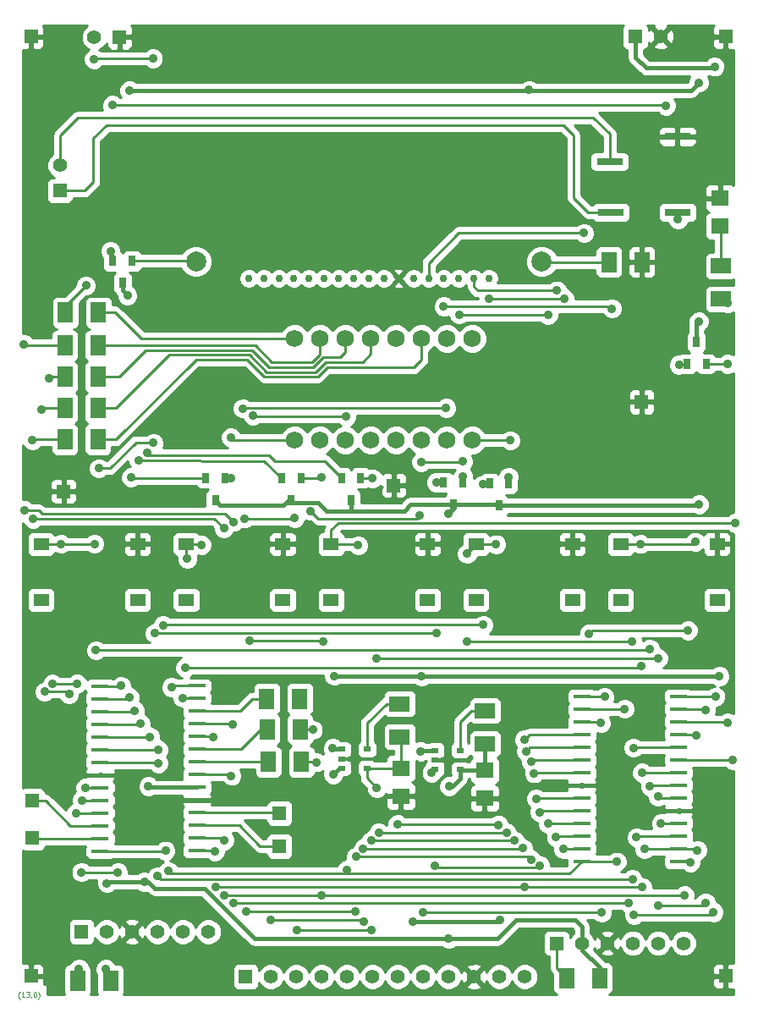
<source format=gtl>
G04 (created by PCBNEW (2013-07-07 BZR 4022)-stable) date 03/03/2017 9:59:17 AM*
%MOIN*%
G04 Gerber Fmt 3.4, Leading zero omitted, Abs format*
%FSLAX34Y34*%
G01*
G70*
G90*
G04 APERTURE LIST*
%ADD10C,0.00590551*%
%ADD11C,0.00393701*%
%ADD12R,0.104724X0.0314961*%
%ADD13R,0.0315X0.0394*%
%ADD14R,0.06X0.08*%
%ADD15R,0.08X0.06*%
%ADD16R,0.055X0.055*%
%ADD17C,0.055*%
%ADD18R,0.0610236X0.0511811*%
%ADD19R,0.0708661X0.015748*%
%ADD20C,0.0295276*%
%ADD21C,0.0787402*%
%ADD22C,0.0688976*%
%ADD23R,0.071X0.063*%
%ADD24R,0.03X0.02*%
%ADD25C,0.035*%
%ADD26C,0.015748*%
%ADD27C,0.01*%
G04 APERTURE END LIST*
G54D10*
G54D11*
X64978Y-78245D02*
X64969Y-78235D01*
X64950Y-78207D01*
X64940Y-78188D01*
X64931Y-78160D01*
X64922Y-78113D01*
X64922Y-78076D01*
X64931Y-78029D01*
X64940Y-78001D01*
X64950Y-77982D01*
X64969Y-77954D01*
X64978Y-77945D01*
X65156Y-78170D02*
X65044Y-78170D01*
X65100Y-78170D02*
X65100Y-77973D01*
X65081Y-78001D01*
X65062Y-78020D01*
X65044Y-78029D01*
X65222Y-77973D02*
X65344Y-77973D01*
X65278Y-78048D01*
X65306Y-78048D01*
X65325Y-78057D01*
X65334Y-78067D01*
X65344Y-78085D01*
X65344Y-78132D01*
X65334Y-78151D01*
X65325Y-78160D01*
X65306Y-78170D01*
X65250Y-78170D01*
X65231Y-78160D01*
X65222Y-78151D01*
X65437Y-78160D02*
X65437Y-78170D01*
X65428Y-78188D01*
X65419Y-78198D01*
X65559Y-77973D02*
X65578Y-77973D01*
X65597Y-77982D01*
X65606Y-77992D01*
X65615Y-78010D01*
X65625Y-78048D01*
X65625Y-78095D01*
X65615Y-78132D01*
X65606Y-78151D01*
X65597Y-78160D01*
X65578Y-78170D01*
X65559Y-78170D01*
X65540Y-78160D01*
X65531Y-78151D01*
X65522Y-78132D01*
X65512Y-78095D01*
X65512Y-78048D01*
X65522Y-78010D01*
X65531Y-77992D01*
X65540Y-77982D01*
X65559Y-77973D01*
X65690Y-78245D02*
X65700Y-78235D01*
X65718Y-78207D01*
X65728Y-78188D01*
X65737Y-78160D01*
X65747Y-78113D01*
X65747Y-78076D01*
X65737Y-78029D01*
X65728Y-78001D01*
X65718Y-77982D01*
X65700Y-77954D01*
X65690Y-77945D01*
G54D12*
X88208Y-45255D03*
X88248Y-47263D03*
X90885Y-47263D03*
X90885Y-44271D03*
G54D13*
X72677Y-58582D03*
X72302Y-57716D03*
X73052Y-57716D03*
X75669Y-58582D03*
X75294Y-57716D03*
X76044Y-57716D03*
X78031Y-58582D03*
X77656Y-57716D03*
X78406Y-57716D03*
X82047Y-58759D03*
X81672Y-57893D03*
X82422Y-57893D03*
X83858Y-58799D03*
X83483Y-57933D03*
X84233Y-57933D03*
X69015Y-50039D03*
X68640Y-49173D03*
X69390Y-49173D03*
G54D14*
X68071Y-51200D03*
X66771Y-51200D03*
G54D15*
X92598Y-50669D03*
X92598Y-49369D03*
G54D14*
X68543Y-77519D03*
X67243Y-77519D03*
X68051Y-53740D03*
X66751Y-53740D03*
X88188Y-49212D03*
X89488Y-49212D03*
X76063Y-68897D03*
X74763Y-68897D03*
X76024Y-67618D03*
X74724Y-67618D03*
X87815Y-77421D03*
X86515Y-77421D03*
X68051Y-56200D03*
X66751Y-56200D03*
X68051Y-52500D03*
X66751Y-52500D03*
X76004Y-66417D03*
X74704Y-66417D03*
G54D15*
X83307Y-66889D03*
X83307Y-68189D03*
G54D14*
X68051Y-54960D03*
X66751Y-54960D03*
G54D15*
X79940Y-66613D03*
X79940Y-67913D03*
G54D16*
X67401Y-75590D03*
G54D17*
X68401Y-75590D03*
X69401Y-75590D03*
X70401Y-75590D03*
X71401Y-75590D03*
X72401Y-75590D03*
G54D16*
X86122Y-76043D03*
G54D17*
X87122Y-76043D03*
X88122Y-76043D03*
X89122Y-76043D03*
X90122Y-76043D03*
X91122Y-76043D03*
G54D16*
X89224Y-40334D03*
G54D17*
X90224Y-40334D03*
G54D16*
X68905Y-40354D03*
G54D17*
X67905Y-40354D03*
G54D16*
X73870Y-77362D03*
G54D17*
X74870Y-77362D03*
X75870Y-77362D03*
X76870Y-77362D03*
X77870Y-77362D03*
X78870Y-77362D03*
X79870Y-77362D03*
X80870Y-77362D03*
X81870Y-77362D03*
X82870Y-77362D03*
X83870Y-77362D03*
X84870Y-77362D03*
G54D16*
X75196Y-70925D03*
X65472Y-71889D03*
X75196Y-72224D03*
X65472Y-70433D03*
G54D18*
X82942Y-60317D03*
X82942Y-62517D03*
X86742Y-62517D03*
X86742Y-60317D03*
X88651Y-60317D03*
X88651Y-62517D03*
X92451Y-62517D03*
X92451Y-60317D03*
X77233Y-60317D03*
X77233Y-62517D03*
X81033Y-62517D03*
X81033Y-60317D03*
X71525Y-60317D03*
X71525Y-62517D03*
X75325Y-62517D03*
X75325Y-60317D03*
X65816Y-60317D03*
X65816Y-62517D03*
X69616Y-62517D03*
X69616Y-60317D03*
G54D19*
X87114Y-66330D03*
X87114Y-66830D03*
X87114Y-67330D03*
X87114Y-67830D03*
X87114Y-68330D03*
X87114Y-68830D03*
X87114Y-69330D03*
X87114Y-69830D03*
X87114Y-70330D03*
X87114Y-70830D03*
X87114Y-71330D03*
X87114Y-71830D03*
X87114Y-72330D03*
X87114Y-72830D03*
X90929Y-72818D03*
X90929Y-72318D03*
X90929Y-71818D03*
X90929Y-71318D03*
X90929Y-70818D03*
X90929Y-70318D03*
X90929Y-69818D03*
X90929Y-69318D03*
X90929Y-68818D03*
X90929Y-68318D03*
X90929Y-67818D03*
X90929Y-67318D03*
X90929Y-66818D03*
X90929Y-66318D03*
X68137Y-65917D03*
X68137Y-66417D03*
X68137Y-66917D03*
X68137Y-67417D03*
X68137Y-67917D03*
X68137Y-68417D03*
X68137Y-68917D03*
X68137Y-69417D03*
X68137Y-69917D03*
X68137Y-70417D03*
X68137Y-70917D03*
X68137Y-71417D03*
X68137Y-71917D03*
X68137Y-72417D03*
X71952Y-72405D03*
X71952Y-71905D03*
X71952Y-71405D03*
X71952Y-70905D03*
X71952Y-70405D03*
X71952Y-69905D03*
X71952Y-69405D03*
X71952Y-68905D03*
X71952Y-68405D03*
X71952Y-67905D03*
X71952Y-67405D03*
X71952Y-66905D03*
X71952Y-66405D03*
X71952Y-65905D03*
G54D20*
X73996Y-49862D03*
X74586Y-49862D03*
X75177Y-49862D03*
X75767Y-49862D03*
X76358Y-49862D03*
X76948Y-49862D03*
X77539Y-49862D03*
X78129Y-49862D03*
X78720Y-49862D03*
X79311Y-49862D03*
X79901Y-49862D03*
X80492Y-49862D03*
X81082Y-49862D03*
X81673Y-49862D03*
X82263Y-49862D03*
X82854Y-49862D03*
X83444Y-49862D03*
G54D21*
X85531Y-49192D03*
X71909Y-49192D03*
G54D22*
X75799Y-56232D03*
X76799Y-56232D03*
X77799Y-56232D03*
X78799Y-56232D03*
X79799Y-56232D03*
X80799Y-56232D03*
X81799Y-56232D03*
X82799Y-56232D03*
X82799Y-52232D03*
X81799Y-52232D03*
X80799Y-52232D03*
X79799Y-52232D03*
X78799Y-52232D03*
X77799Y-52232D03*
X76799Y-52232D03*
X75799Y-52232D03*
G54D23*
X83287Y-69233D03*
X83287Y-70333D03*
X79980Y-69154D03*
X79980Y-70254D03*
X92559Y-47794D03*
X92559Y-46694D03*
G54D16*
X79704Y-58011D03*
X65413Y-77342D03*
X92775Y-77342D03*
X65413Y-40334D03*
X92775Y-40334D03*
X66692Y-58248D03*
X89468Y-54724D03*
G54D24*
X81330Y-68443D03*
X81330Y-69193D03*
X82330Y-68443D03*
X81330Y-68818D03*
X82330Y-69193D03*
X77649Y-68404D03*
X77649Y-69154D03*
X78649Y-68404D03*
X77649Y-68779D03*
X78649Y-69154D03*
G54D16*
X66555Y-46405D03*
G54D17*
X66555Y-45405D03*
G54D13*
X91633Y-52362D03*
X92008Y-53228D03*
X91258Y-53228D03*
G54D25*
X81889Y-69862D03*
X85039Y-42440D03*
X69212Y-50531D03*
X69291Y-42460D03*
X91732Y-42145D03*
X91732Y-51555D03*
X91732Y-58759D03*
X81850Y-59114D03*
X81870Y-75866D03*
X70039Y-69862D03*
X69881Y-73622D03*
X68405Y-73681D03*
X68366Y-77066D03*
X80866Y-74822D03*
X87893Y-74842D03*
X87874Y-67362D03*
X79862Y-71358D03*
X83818Y-71377D03*
X84842Y-68031D03*
X79114Y-71692D03*
X84153Y-71692D03*
X84921Y-68484D03*
X75905Y-75531D03*
X78838Y-75511D03*
X78818Y-72007D03*
X84468Y-72007D03*
X85118Y-68897D03*
X74862Y-75118D03*
X78523Y-75177D03*
X78503Y-72322D03*
X84783Y-72303D03*
X85236Y-69350D03*
X73877Y-74783D03*
X78188Y-74803D03*
X78208Y-72637D03*
X85118Y-72755D03*
X85314Y-70354D03*
X88799Y-66811D03*
X88956Y-74468D03*
X73385Y-74468D03*
X73307Y-69448D03*
X70944Y-65964D03*
X71397Y-66377D03*
X67303Y-77047D03*
X67401Y-73248D03*
X68838Y-73267D03*
X68956Y-65905D03*
X69350Y-57696D03*
X69291Y-66358D03*
X69665Y-57027D03*
X69507Y-66889D03*
X69980Y-56732D03*
X69724Y-67401D03*
X81377Y-57893D03*
X81377Y-63838D03*
X70295Y-63838D03*
X70098Y-67913D03*
X83228Y-57972D03*
X83228Y-63503D03*
X70610Y-63523D03*
X70433Y-68425D03*
X66141Y-53799D03*
X66259Y-65826D03*
X67224Y-65826D03*
X67421Y-70413D03*
X67578Y-50137D03*
X67559Y-69921D03*
X65472Y-56240D03*
X65492Y-59330D03*
X73011Y-59704D03*
X72578Y-67913D03*
X65137Y-52460D03*
X65157Y-58996D03*
X73385Y-59448D03*
X73366Y-67421D03*
X65826Y-55039D03*
X65944Y-66141D03*
X66909Y-66240D03*
X67185Y-70925D03*
X89271Y-71870D03*
X89114Y-73523D03*
X70393Y-73405D03*
X70433Y-68956D03*
X66830Y-62618D03*
X89173Y-74921D03*
X92303Y-74822D03*
X92381Y-66338D03*
X90118Y-74566D03*
X91988Y-74448D03*
X92007Y-66870D03*
X79035Y-69921D03*
X79035Y-64822D03*
X90118Y-64822D03*
X90118Y-70275D03*
X68090Y-57342D03*
X70236Y-56338D03*
X70216Y-41200D03*
X67893Y-41220D03*
X67913Y-60314D03*
X67972Y-64507D03*
X89783Y-64448D03*
X89803Y-69862D03*
X66594Y-60314D03*
X88011Y-66338D03*
X76870Y-74153D03*
X91397Y-72854D03*
X91161Y-74153D03*
X73031Y-74173D03*
X73031Y-71988D03*
X91673Y-72381D03*
X91299Y-63720D03*
X87401Y-63858D03*
X87204Y-48070D03*
X84862Y-73838D03*
X89586Y-72342D03*
X89507Y-73838D03*
X72696Y-73838D03*
X72657Y-72421D03*
X92854Y-53228D03*
X92854Y-50826D03*
X92874Y-67362D03*
X90905Y-47539D03*
X90944Y-53267D03*
X76004Y-66417D03*
X81771Y-54960D03*
X73759Y-54980D03*
X73838Y-59311D03*
X75807Y-59291D03*
X80728Y-59192D03*
X76437Y-59015D03*
X76515Y-67637D03*
X77834Y-55295D03*
X74153Y-55255D03*
X74035Y-64133D03*
X76909Y-64153D03*
X76653Y-68917D03*
X78858Y-57736D03*
X80787Y-57086D03*
X82440Y-57066D03*
X82440Y-57657D03*
X84291Y-56240D03*
X84232Y-57677D03*
X76850Y-57696D03*
X73287Y-56122D03*
X73287Y-57716D03*
X81200Y-69330D03*
X81318Y-72992D03*
X85472Y-72992D03*
X85452Y-70885D03*
X72125Y-60354D03*
X71574Y-60905D03*
X71496Y-65196D03*
X89468Y-65137D03*
X89488Y-69330D03*
X78307Y-60374D03*
X93169Y-59488D03*
X93070Y-68838D03*
X83740Y-60334D03*
X82598Y-60708D03*
X82598Y-64153D03*
X89094Y-64153D03*
X89153Y-68346D03*
X89431Y-60317D03*
X91594Y-60236D03*
X91633Y-67854D03*
X82283Y-51279D03*
X85787Y-51299D03*
X85787Y-71338D03*
X86102Y-71850D03*
X86122Y-50334D03*
X83444Y-50649D03*
X86417Y-50649D03*
X86397Y-72342D03*
X68543Y-48779D03*
X68622Y-43031D03*
X90433Y-43051D03*
X90236Y-71318D03*
X81673Y-50964D03*
X88307Y-51043D03*
X88484Y-72834D03*
X77874Y-73149D03*
X70826Y-73208D03*
X70708Y-72401D03*
X77322Y-69389D03*
X77303Y-68366D03*
X77362Y-65511D03*
X92342Y-41515D03*
X92539Y-65531D03*
X80807Y-65531D03*
X80767Y-68484D03*
X80452Y-75177D03*
X83897Y-75118D03*
G54D26*
X82330Y-69193D02*
X82330Y-69555D01*
X82023Y-69862D02*
X81889Y-69862D01*
X82330Y-69555D02*
X82023Y-69862D01*
X83307Y-68189D02*
X83307Y-69213D01*
X83307Y-69213D02*
X83287Y-69233D01*
X83287Y-69233D02*
X82370Y-69233D01*
X82370Y-69233D02*
X82330Y-69193D01*
X85039Y-42440D02*
X85039Y-42460D01*
X69015Y-50334D02*
X69015Y-50039D01*
X69212Y-50531D02*
X69015Y-50334D01*
X91417Y-42460D02*
X85039Y-42460D01*
X85039Y-42460D02*
X69291Y-42460D01*
X91732Y-42145D02*
X91417Y-42460D01*
X83858Y-58799D02*
X91692Y-58799D01*
X91633Y-51653D02*
X91633Y-52362D01*
X91732Y-51555D02*
X91633Y-51653D01*
X91692Y-58799D02*
X91732Y-58759D01*
X75669Y-58582D02*
X75551Y-58582D01*
X72874Y-58779D02*
X72677Y-58582D01*
X75354Y-58779D02*
X72874Y-58779D01*
X75551Y-58582D02*
X75354Y-58779D01*
X77972Y-59015D02*
X77047Y-59015D01*
X75767Y-58681D02*
X75669Y-58582D01*
X76712Y-58681D02*
X75767Y-58681D01*
X77047Y-59015D02*
X76712Y-58681D01*
X82047Y-58759D02*
X80374Y-58759D01*
X78031Y-58956D02*
X78031Y-58582D01*
X77972Y-59015D02*
X78031Y-58956D01*
X80118Y-59015D02*
X77972Y-59015D01*
X80374Y-58759D02*
X80118Y-59015D01*
X82047Y-58759D02*
X83818Y-58759D01*
X83818Y-58759D02*
X83858Y-58799D01*
X81850Y-59114D02*
X82047Y-58917D01*
X82047Y-58917D02*
X82047Y-58759D01*
X87122Y-76043D02*
X87122Y-76314D01*
X87815Y-77008D02*
X87815Y-77421D01*
X87122Y-76314D02*
X87815Y-77008D01*
X81870Y-75866D02*
X83779Y-75866D01*
X87122Y-75389D02*
X87122Y-76043D01*
X86850Y-75118D02*
X87122Y-75389D01*
X84527Y-75118D02*
X86850Y-75118D01*
X83779Y-75866D02*
X84527Y-75118D01*
X69881Y-73622D02*
X70019Y-73622D01*
X74212Y-75866D02*
X81870Y-75866D01*
X72244Y-73897D02*
X74212Y-75866D01*
X70295Y-73897D02*
X72244Y-73897D01*
X70019Y-73622D02*
X70295Y-73897D01*
X70082Y-69905D02*
X71952Y-69905D01*
X70039Y-69862D02*
X70082Y-69905D01*
X68464Y-73622D02*
X69881Y-73622D01*
X68405Y-73681D02*
X68464Y-73622D01*
G54D27*
X68543Y-77244D02*
X68543Y-77519D01*
X68366Y-77066D02*
X68543Y-77244D01*
X87114Y-67330D02*
X87842Y-67330D01*
X87874Y-74822D02*
X80866Y-74822D01*
X87893Y-74842D02*
X87874Y-74822D01*
X87842Y-67330D02*
X87874Y-67362D01*
X87114Y-67830D02*
X85043Y-67830D01*
X83799Y-71358D02*
X79862Y-71358D01*
X83818Y-71377D02*
X83799Y-71358D01*
X85043Y-67830D02*
X84842Y-68031D01*
X87114Y-68330D02*
X85074Y-68330D01*
X84153Y-71692D02*
X79114Y-71692D01*
X85074Y-68330D02*
X84921Y-68484D01*
X87114Y-68830D02*
X85185Y-68830D01*
X78818Y-75531D02*
X75905Y-75531D01*
X78838Y-75511D02*
X78818Y-75531D01*
X84468Y-72007D02*
X78818Y-72007D01*
X85185Y-68830D02*
X85118Y-68897D01*
X87114Y-69330D02*
X85255Y-69330D01*
X78464Y-75118D02*
X74862Y-75118D01*
X78523Y-75177D02*
X78464Y-75118D01*
X84763Y-72322D02*
X78503Y-72322D01*
X84783Y-72303D02*
X84763Y-72322D01*
X85255Y-69330D02*
X85236Y-69350D01*
X87114Y-70330D02*
X85338Y-70330D01*
X78169Y-74783D02*
X73877Y-74783D01*
X78188Y-74803D02*
X78169Y-74783D01*
X85000Y-72637D02*
X78208Y-72637D01*
X85118Y-72755D02*
X85000Y-72637D01*
X85338Y-70330D02*
X85314Y-70354D01*
X71952Y-69405D02*
X73263Y-69405D01*
X88779Y-66830D02*
X87114Y-66830D01*
X88799Y-66811D02*
X88779Y-66830D01*
X73385Y-74468D02*
X88956Y-74468D01*
X73263Y-69405D02*
X73307Y-69448D01*
X71952Y-65905D02*
X71003Y-65905D01*
X71003Y-65905D02*
X70944Y-65964D01*
X71952Y-66405D02*
X71425Y-66405D01*
X71425Y-66405D02*
X71397Y-66377D01*
X67243Y-77106D02*
X67243Y-77519D01*
X67303Y-77047D02*
X67243Y-77106D01*
X68137Y-65917D02*
X68944Y-65917D01*
X68818Y-73248D02*
X67401Y-73248D01*
X68838Y-73267D02*
X68818Y-73248D01*
X68944Y-65917D02*
X68956Y-65905D01*
X68137Y-66417D02*
X69232Y-66417D01*
X69370Y-57716D02*
X72302Y-57716D01*
X69350Y-57696D02*
X69370Y-57716D01*
X69232Y-66417D02*
X69291Y-66358D01*
X68137Y-66917D02*
X69480Y-66917D01*
X75313Y-57754D02*
X75294Y-57716D01*
X74606Y-57047D02*
X75313Y-57754D01*
X69665Y-57027D02*
X74606Y-57047D01*
X69480Y-66917D02*
X69507Y-66889D01*
X68137Y-67417D02*
X69708Y-67417D01*
X77006Y-57066D02*
X77656Y-57716D01*
X75039Y-57066D02*
X77006Y-57066D01*
X74803Y-56830D02*
X75039Y-57066D01*
X70078Y-56830D02*
X74803Y-56830D01*
X69980Y-56732D02*
X70078Y-56830D01*
X69708Y-67417D02*
X69724Y-67401D01*
X68137Y-67917D02*
X70094Y-67917D01*
X81378Y-57893D02*
X81672Y-57893D01*
X81377Y-57893D02*
X81378Y-57893D01*
X70295Y-63838D02*
X81377Y-63838D01*
X70094Y-67917D02*
X70098Y-67913D01*
X68137Y-68417D02*
X70425Y-68417D01*
X83267Y-57933D02*
X83483Y-57933D01*
X83228Y-57972D02*
X83267Y-57933D01*
X70629Y-63503D02*
X83228Y-63503D01*
X70610Y-63523D02*
X70629Y-63503D01*
X70425Y-68417D02*
X70433Y-68425D01*
X68137Y-70417D02*
X67425Y-70417D01*
X66200Y-53740D02*
X66751Y-53740D01*
X66141Y-53799D02*
X66200Y-53740D01*
X67224Y-65826D02*
X66259Y-65826D01*
X67425Y-70417D02*
X67421Y-70413D01*
X68137Y-69917D02*
X67562Y-69917D01*
X66771Y-50945D02*
X66771Y-51200D01*
X67578Y-50137D02*
X66771Y-50945D01*
X67562Y-69917D02*
X67559Y-69921D01*
X71952Y-68905D02*
X74755Y-68905D01*
X74755Y-68905D02*
X74763Y-68897D01*
X71952Y-68405D02*
X73681Y-68405D01*
X74468Y-67618D02*
X74724Y-67618D01*
X73681Y-68405D02*
X74468Y-67618D01*
X71952Y-67905D02*
X72570Y-67905D01*
X65511Y-56200D02*
X66751Y-56200D01*
X65472Y-56240D02*
X65511Y-56200D01*
X72637Y-59330D02*
X65492Y-59330D01*
X73011Y-59704D02*
X72637Y-59330D01*
X72570Y-67905D02*
X72578Y-67913D01*
X71952Y-67405D02*
X73350Y-67405D01*
X65177Y-52500D02*
X66751Y-52500D01*
X65137Y-52460D02*
X65177Y-52500D01*
X65728Y-58996D02*
X65157Y-58996D01*
X65866Y-59133D02*
X65728Y-58996D01*
X73070Y-59133D02*
X65866Y-59133D01*
X73385Y-59448D02*
X73070Y-59133D01*
X73350Y-67405D02*
X73366Y-67421D01*
X71952Y-66905D02*
X73645Y-66905D01*
X74133Y-66417D02*
X74704Y-66417D01*
X73645Y-66905D02*
X74133Y-66417D01*
X68137Y-70917D02*
X67192Y-70917D01*
X65905Y-54960D02*
X66751Y-54960D01*
X65826Y-55039D02*
X65905Y-54960D01*
X66811Y-66141D02*
X65944Y-66141D01*
X66909Y-66240D02*
X66811Y-66141D01*
X67192Y-70917D02*
X67185Y-70925D01*
X68137Y-68917D02*
X70393Y-68917D01*
X89322Y-71818D02*
X90929Y-71818D01*
X89271Y-71870D02*
X89322Y-71818D01*
X70511Y-73523D02*
X89114Y-73523D01*
X70393Y-73405D02*
X70511Y-73523D01*
X70393Y-68917D02*
X70433Y-68956D01*
X90929Y-66318D02*
X92362Y-66318D01*
X92204Y-74921D02*
X89173Y-74921D01*
X92303Y-74822D02*
X92204Y-74921D01*
X92362Y-66318D02*
X92381Y-66338D01*
X90929Y-66818D02*
X91956Y-66818D01*
X91870Y-74566D02*
X90118Y-74566D01*
X91988Y-74448D02*
X91870Y-74566D01*
X91956Y-66818D02*
X92007Y-66870D01*
X79980Y-69154D02*
X79980Y-67953D01*
X79980Y-67953D02*
X79940Y-67913D01*
X78649Y-69154D02*
X79980Y-69154D01*
X79980Y-69154D02*
X79980Y-69154D01*
X90929Y-70318D02*
X90161Y-70318D01*
X78649Y-69535D02*
X78649Y-69154D01*
X79035Y-69921D02*
X78649Y-69535D01*
X90118Y-64822D02*
X79035Y-64822D01*
X90161Y-70318D02*
X90118Y-70275D01*
X68523Y-57342D02*
X68090Y-57342D01*
X69547Y-56318D02*
X68523Y-57342D01*
X70216Y-56318D02*
X69547Y-56318D01*
X70236Y-56338D02*
X70216Y-56318D01*
X67913Y-41200D02*
X70216Y-41200D01*
X67893Y-41220D02*
X67913Y-41200D01*
X90929Y-69818D02*
X89846Y-69818D01*
X67911Y-60317D02*
X65816Y-60317D01*
X67913Y-60314D02*
X67911Y-60317D01*
X89724Y-64507D02*
X67972Y-64507D01*
X89783Y-64448D02*
X89724Y-64507D01*
X89846Y-69818D02*
X89803Y-69862D01*
X65816Y-60317D02*
X65818Y-60314D01*
X65818Y-60314D02*
X66594Y-60314D01*
X86122Y-76043D02*
X86122Y-77027D01*
X86122Y-77027D02*
X86515Y-77421D01*
X87114Y-66330D02*
X88003Y-66330D01*
X88003Y-66330D02*
X88011Y-66338D01*
X71952Y-71905D02*
X72948Y-71905D01*
X91362Y-72818D02*
X90929Y-72818D01*
X91397Y-72854D02*
X91362Y-72818D01*
X73051Y-74153D02*
X76870Y-74153D01*
X76870Y-74153D02*
X91161Y-74153D01*
X73031Y-74173D02*
X73051Y-74153D01*
X72948Y-71905D02*
X73031Y-71988D01*
X81082Y-49862D02*
X81082Y-49251D01*
X91610Y-72318D02*
X90929Y-72318D01*
X91673Y-72381D02*
X91610Y-72318D01*
X87539Y-63720D02*
X91299Y-63720D01*
X87401Y-63858D02*
X87539Y-63720D01*
X82263Y-48070D02*
X87204Y-48070D01*
X81082Y-49251D02*
X82263Y-48070D01*
X71952Y-72405D02*
X72641Y-72405D01*
X89610Y-72318D02*
X90929Y-72318D01*
X89586Y-72342D02*
X89610Y-72318D01*
X72696Y-73838D02*
X84862Y-73838D01*
X84862Y-73838D02*
X89507Y-73838D01*
X72641Y-72405D02*
X72657Y-72421D01*
X88188Y-49212D02*
X85551Y-49212D01*
X85551Y-49212D02*
X85531Y-49192D01*
X69390Y-49173D02*
X71889Y-49173D01*
X71889Y-49173D02*
X71909Y-49192D01*
X78649Y-68404D02*
X78649Y-67374D01*
X79409Y-66613D02*
X79940Y-66613D01*
X78649Y-67374D02*
X79409Y-66613D01*
X92598Y-49369D02*
X92598Y-47833D01*
X92598Y-47833D02*
X92559Y-47794D01*
X92008Y-53228D02*
X92854Y-53228D01*
X92854Y-53228D02*
X92854Y-53228D01*
X90929Y-67318D02*
X92830Y-67318D01*
X92736Y-50709D02*
X92598Y-50669D01*
X92854Y-50826D02*
X92736Y-50709D01*
X92830Y-67318D02*
X92874Y-67362D01*
X88208Y-45255D02*
X88208Y-44173D01*
X66555Y-44212D02*
X66555Y-45405D01*
X67244Y-43523D02*
X66555Y-44212D01*
X87559Y-43523D02*
X67244Y-43523D01*
X88208Y-44173D02*
X87559Y-43523D01*
X88248Y-47263D02*
X87362Y-47263D01*
X67511Y-46405D02*
X66555Y-46405D01*
X67874Y-46043D02*
X67511Y-46405D01*
X67874Y-44330D02*
X67874Y-46043D01*
X68385Y-43818D02*
X67874Y-44330D01*
X86397Y-43818D02*
X68385Y-43818D01*
X86791Y-44212D02*
X86397Y-43818D01*
X86791Y-46692D02*
X86791Y-44212D01*
X87362Y-47263D02*
X86791Y-46692D01*
X91258Y-53228D02*
X90984Y-53228D01*
X90885Y-47519D02*
X90885Y-47263D01*
X90905Y-47539D02*
X90885Y-47519D01*
X90984Y-53228D02*
X90944Y-53267D01*
X82330Y-68443D02*
X82330Y-67314D01*
X82756Y-66889D02*
X83307Y-66889D01*
X82330Y-67314D02*
X82756Y-66889D01*
X68051Y-52500D02*
X74251Y-52500D01*
X76799Y-52846D02*
X76799Y-52232D01*
X76496Y-53149D02*
X76799Y-52846D01*
X74901Y-53149D02*
X76496Y-53149D01*
X74251Y-52500D02*
X74901Y-53149D01*
X73779Y-54960D02*
X81771Y-54960D01*
X73759Y-54980D02*
X73779Y-54960D01*
X75787Y-59311D02*
X73838Y-59311D01*
X75807Y-59291D02*
X75787Y-59311D01*
X68051Y-56200D02*
X68759Y-56200D01*
X80799Y-53059D02*
X80799Y-52232D01*
X80492Y-53366D02*
X80799Y-53059D01*
X77076Y-53366D02*
X80492Y-53366D01*
X76722Y-53720D02*
X77076Y-53366D01*
X74606Y-53720D02*
X76722Y-53720D01*
X73937Y-53051D02*
X74606Y-53720D01*
X71909Y-53051D02*
X73937Y-53051D01*
X68759Y-56200D02*
X71909Y-53051D01*
X76024Y-67618D02*
X76496Y-67618D01*
X80610Y-59311D02*
X80728Y-59192D01*
X76732Y-59311D02*
X80610Y-59311D01*
X76437Y-59015D02*
X76732Y-59311D01*
X76496Y-67618D02*
X76515Y-67637D01*
X76063Y-68897D02*
X76633Y-68897D01*
X74192Y-55295D02*
X77834Y-55295D01*
X74153Y-55255D02*
X74192Y-55295D01*
X76889Y-64133D02*
X74035Y-64133D01*
X76909Y-64153D02*
X76889Y-64133D01*
X76633Y-68897D02*
X76653Y-68917D01*
X68051Y-54960D02*
X68759Y-54960D01*
X78799Y-52834D02*
X78799Y-52232D01*
X78484Y-53149D02*
X78799Y-52834D01*
X77027Y-53149D02*
X78484Y-53149D01*
X76633Y-53543D02*
X77027Y-53149D01*
X74704Y-53543D02*
X76633Y-53543D01*
X74035Y-52874D02*
X74704Y-53543D01*
X70846Y-52874D02*
X74035Y-52874D01*
X68759Y-54960D02*
X70846Y-52874D01*
X68051Y-53740D02*
X68877Y-53740D01*
X77799Y-52771D02*
X77799Y-52232D01*
X77598Y-52972D02*
X77799Y-52771D01*
X76909Y-52972D02*
X77598Y-52972D01*
X76535Y-53346D02*
X76909Y-52972D01*
X74803Y-53346D02*
X76535Y-53346D01*
X74133Y-52677D02*
X74803Y-53346D01*
X69940Y-52677D02*
X74133Y-52677D01*
X68877Y-53740D02*
X69940Y-52677D01*
X68071Y-51200D02*
X68720Y-51200D01*
X69751Y-52232D02*
X75799Y-52232D01*
X68720Y-51200D02*
X69751Y-52232D01*
X71952Y-71405D02*
X73610Y-71405D01*
X74429Y-72224D02*
X75196Y-72224D01*
X73610Y-71405D02*
X74429Y-72224D01*
X68137Y-71417D02*
X66968Y-71417D01*
X65984Y-70433D02*
X65472Y-70433D01*
X66968Y-71417D02*
X65984Y-70433D01*
X68137Y-71917D02*
X65500Y-71917D01*
X65500Y-71917D02*
X65472Y-71889D01*
X71952Y-70905D02*
X75177Y-70905D01*
X75177Y-70905D02*
X75196Y-70925D01*
X78406Y-57716D02*
X78838Y-57716D01*
X78838Y-57716D02*
X78858Y-57736D01*
X82422Y-57893D02*
X82422Y-57676D01*
X82421Y-57086D02*
X80787Y-57086D01*
X82440Y-57066D02*
X82421Y-57086D01*
X82422Y-57676D02*
X82440Y-57657D01*
X84233Y-57933D02*
X84233Y-57678D01*
X84283Y-56232D02*
X82799Y-56232D01*
X84291Y-56240D02*
X84283Y-56232D01*
X84233Y-57678D02*
X84232Y-57677D01*
X76044Y-57716D02*
X76830Y-57716D01*
X76830Y-57716D02*
X76850Y-57696D01*
X73052Y-57716D02*
X73287Y-57716D01*
X73397Y-56232D02*
X75799Y-56232D01*
X73287Y-56122D02*
X73397Y-56232D01*
X73287Y-57716D02*
X73287Y-57716D01*
X87114Y-70830D02*
X85507Y-70830D01*
X81330Y-69200D02*
X81330Y-69193D01*
X81200Y-69330D02*
X81330Y-69200D01*
X81397Y-73070D02*
X81318Y-72992D01*
X85393Y-73070D02*
X81397Y-73070D01*
X85472Y-72992D02*
X85393Y-73070D01*
X85507Y-70830D02*
X85452Y-70885D01*
X71525Y-60317D02*
X72088Y-60317D01*
X72088Y-60317D02*
X72125Y-60354D01*
X90929Y-69318D02*
X89500Y-69318D01*
X71525Y-60855D02*
X71525Y-60317D01*
X71574Y-60905D02*
X71525Y-60855D01*
X89409Y-65196D02*
X71496Y-65196D01*
X89468Y-65137D02*
X89409Y-65196D01*
X89500Y-69318D02*
X89488Y-69330D01*
X77233Y-60317D02*
X78250Y-60317D01*
X78250Y-60317D02*
X78307Y-60374D01*
X92480Y-68818D02*
X93050Y-68818D01*
X77233Y-59774D02*
X77233Y-60317D01*
X77519Y-59488D02*
X77233Y-59774D01*
X93011Y-59488D02*
X77519Y-59488D01*
X93169Y-59488D02*
X93011Y-59488D01*
X93050Y-68818D02*
X93070Y-68838D01*
X90929Y-68818D02*
X92479Y-68818D01*
X92479Y-68818D02*
X92480Y-68818D01*
X82942Y-60317D02*
X83722Y-60317D01*
X83722Y-60317D02*
X83740Y-60334D01*
X90929Y-68318D02*
X89181Y-68318D01*
X82942Y-60364D02*
X82942Y-60317D01*
X82598Y-60708D02*
X82942Y-60364D01*
X89094Y-64153D02*
X82598Y-64153D01*
X89181Y-68318D02*
X89153Y-68346D01*
X88651Y-60317D02*
X89431Y-60317D01*
X90929Y-67818D02*
X91598Y-67818D01*
X91513Y-60317D02*
X88651Y-60317D01*
X91594Y-60236D02*
X91513Y-60317D01*
X91598Y-67818D02*
X91633Y-67854D01*
X87114Y-71330D02*
X85795Y-71330D01*
X85767Y-51279D02*
X82283Y-51279D01*
X85787Y-51299D02*
X85767Y-51279D01*
X85795Y-71330D02*
X85787Y-71338D01*
X82854Y-49862D02*
X82854Y-50177D01*
X86122Y-71830D02*
X87114Y-71830D01*
X86102Y-71850D02*
X86122Y-71830D01*
X83011Y-50334D02*
X86122Y-50334D01*
X82854Y-50177D02*
X83011Y-50334D01*
X87114Y-72330D02*
X86409Y-72330D01*
X86417Y-50649D02*
X83444Y-50649D01*
X86409Y-72330D02*
X86397Y-72342D01*
X90929Y-71318D02*
X90236Y-71318D01*
X68640Y-48876D02*
X68640Y-49173D01*
X68543Y-48779D02*
X68640Y-48876D01*
X90413Y-43031D02*
X68622Y-43031D01*
X90433Y-43051D02*
X90413Y-43031D01*
X87114Y-72830D02*
X88480Y-72830D01*
X88228Y-50964D02*
X81673Y-50964D01*
X88307Y-51043D02*
X88228Y-50964D01*
X88480Y-72830D02*
X88484Y-72834D01*
X77874Y-73149D02*
X77874Y-73307D01*
X68137Y-72417D02*
X70692Y-72417D01*
X86637Y-73307D02*
X87114Y-72830D01*
X70925Y-73307D02*
X77874Y-73307D01*
X77874Y-73307D02*
X86637Y-73307D01*
X70826Y-73208D02*
X70925Y-73307D01*
X70692Y-72417D02*
X70708Y-72401D01*
G54D26*
X77558Y-69154D02*
X77649Y-69154D01*
X77322Y-69389D02*
X77558Y-69154D01*
X80807Y-65531D02*
X77381Y-65531D01*
X77341Y-68404D02*
X77649Y-68404D01*
X77303Y-68366D02*
X77341Y-68404D01*
X77381Y-65531D02*
X77362Y-65511D01*
X89224Y-41153D02*
X89224Y-40334D01*
X89645Y-41574D02*
X89224Y-41153D01*
X92283Y-41574D02*
X89645Y-41574D01*
X92342Y-41515D02*
X92283Y-41574D01*
X80807Y-65531D02*
X92539Y-65531D01*
X80808Y-68443D02*
X81330Y-68443D01*
X80767Y-68484D02*
X80808Y-68443D01*
X83838Y-75177D02*
X80452Y-75177D01*
X83897Y-75118D02*
X83838Y-75177D01*
G54D10*
G36*
X82110Y-57386D02*
X82080Y-57416D01*
X82028Y-57542D01*
X81971Y-57484D01*
X81879Y-57446D01*
X81780Y-57446D01*
X81465Y-57446D01*
X81411Y-57468D01*
X81293Y-57468D01*
X81137Y-57533D01*
X81017Y-57652D01*
X80953Y-57808D01*
X80952Y-57977D01*
X81017Y-58134D01*
X81136Y-58253D01*
X81293Y-58318D01*
X81411Y-58318D01*
X81464Y-58340D01*
X81564Y-58340D01*
X81772Y-58340D01*
X81748Y-58350D01*
X81677Y-58420D01*
X81673Y-58431D01*
X80374Y-58431D01*
X80248Y-58456D01*
X80229Y-58468D01*
X80229Y-58237D01*
X80229Y-57786D01*
X80229Y-57686D01*
X80191Y-57595D01*
X80121Y-57524D01*
X80029Y-57486D01*
X79817Y-57486D01*
X79754Y-57549D01*
X79754Y-57961D01*
X80167Y-57961D01*
X80229Y-57899D01*
X80229Y-57786D01*
X80229Y-58237D01*
X80229Y-58124D01*
X80167Y-58061D01*
X79754Y-58061D01*
X79754Y-58474D01*
X79817Y-58536D01*
X80029Y-58536D01*
X80121Y-58498D01*
X80191Y-58428D01*
X80229Y-58336D01*
X80229Y-58237D01*
X80229Y-58468D01*
X80141Y-58527D01*
X79981Y-58687D01*
X79654Y-58687D01*
X78439Y-58687D01*
X78439Y-58336D01*
X78401Y-58244D01*
X78330Y-58173D01*
X78306Y-58163D01*
X78613Y-58163D01*
X78696Y-58129D01*
X78773Y-58161D01*
X78942Y-58161D01*
X79098Y-58096D01*
X79179Y-58015D01*
X79179Y-58061D01*
X79242Y-58061D01*
X79179Y-58124D01*
X79179Y-58237D01*
X79179Y-58336D01*
X79217Y-58428D01*
X79288Y-58498D01*
X79380Y-58536D01*
X79592Y-58536D01*
X79654Y-58474D01*
X79654Y-58061D01*
X79646Y-58061D01*
X79646Y-57961D01*
X79654Y-57961D01*
X79654Y-57549D01*
X79592Y-57486D01*
X79380Y-57486D01*
X79288Y-57524D01*
X79247Y-57565D01*
X79218Y-57495D01*
X79099Y-57376D01*
X78943Y-57311D01*
X78774Y-57311D01*
X78728Y-57330D01*
X78705Y-57307D01*
X78613Y-57269D01*
X78514Y-57269D01*
X78199Y-57269D01*
X78107Y-57307D01*
X78037Y-57377D01*
X78031Y-57391D01*
X78026Y-57378D01*
X77955Y-57307D01*
X77863Y-57269D01*
X77764Y-57269D01*
X77633Y-57269D01*
X77218Y-56854D01*
X77121Y-56789D01*
X77044Y-56774D01*
X77135Y-56736D01*
X77299Y-56573D01*
X77462Y-56735D01*
X77680Y-56826D01*
X77916Y-56826D01*
X78135Y-56736D01*
X78299Y-56573D01*
X78462Y-56735D01*
X78680Y-56826D01*
X78916Y-56826D01*
X79135Y-56736D01*
X79299Y-56573D01*
X79462Y-56735D01*
X79680Y-56826D01*
X79916Y-56826D01*
X80135Y-56736D01*
X80299Y-56573D01*
X80462Y-56735D01*
X80515Y-56757D01*
X80427Y-56845D01*
X80362Y-57001D01*
X80362Y-57170D01*
X80426Y-57327D01*
X80546Y-57446D01*
X80702Y-57511D01*
X80871Y-57511D01*
X81027Y-57447D01*
X81088Y-57386D01*
X82110Y-57386D01*
X82110Y-57386D01*
G37*
G54D27*
X82110Y-57386D02*
X82080Y-57416D01*
X82028Y-57542D01*
X81971Y-57484D01*
X81879Y-57446D01*
X81780Y-57446D01*
X81465Y-57446D01*
X81411Y-57468D01*
X81293Y-57468D01*
X81137Y-57533D01*
X81017Y-57652D01*
X80953Y-57808D01*
X80952Y-57977D01*
X81017Y-58134D01*
X81136Y-58253D01*
X81293Y-58318D01*
X81411Y-58318D01*
X81464Y-58340D01*
X81564Y-58340D01*
X81772Y-58340D01*
X81748Y-58350D01*
X81677Y-58420D01*
X81673Y-58431D01*
X80374Y-58431D01*
X80248Y-58456D01*
X80229Y-58468D01*
X80229Y-58237D01*
X80229Y-57786D01*
X80229Y-57686D01*
X80191Y-57595D01*
X80121Y-57524D01*
X80029Y-57486D01*
X79817Y-57486D01*
X79754Y-57549D01*
X79754Y-57961D01*
X80167Y-57961D01*
X80229Y-57899D01*
X80229Y-57786D01*
X80229Y-58237D01*
X80229Y-58124D01*
X80167Y-58061D01*
X79754Y-58061D01*
X79754Y-58474D01*
X79817Y-58536D01*
X80029Y-58536D01*
X80121Y-58498D01*
X80191Y-58428D01*
X80229Y-58336D01*
X80229Y-58237D01*
X80229Y-58468D01*
X80141Y-58527D01*
X79981Y-58687D01*
X79654Y-58687D01*
X78439Y-58687D01*
X78439Y-58336D01*
X78401Y-58244D01*
X78330Y-58173D01*
X78306Y-58163D01*
X78613Y-58163D01*
X78696Y-58129D01*
X78773Y-58161D01*
X78942Y-58161D01*
X79098Y-58096D01*
X79179Y-58015D01*
X79179Y-58061D01*
X79242Y-58061D01*
X79179Y-58124D01*
X79179Y-58237D01*
X79179Y-58336D01*
X79217Y-58428D01*
X79288Y-58498D01*
X79380Y-58536D01*
X79592Y-58536D01*
X79654Y-58474D01*
X79654Y-58061D01*
X79646Y-58061D01*
X79646Y-57961D01*
X79654Y-57961D01*
X79654Y-57549D01*
X79592Y-57486D01*
X79380Y-57486D01*
X79288Y-57524D01*
X79247Y-57565D01*
X79218Y-57495D01*
X79099Y-57376D01*
X78943Y-57311D01*
X78774Y-57311D01*
X78728Y-57330D01*
X78705Y-57307D01*
X78613Y-57269D01*
X78514Y-57269D01*
X78199Y-57269D01*
X78107Y-57307D01*
X78037Y-57377D01*
X78031Y-57391D01*
X78026Y-57378D01*
X77955Y-57307D01*
X77863Y-57269D01*
X77764Y-57269D01*
X77633Y-57269D01*
X77218Y-56854D01*
X77121Y-56789D01*
X77044Y-56774D01*
X77135Y-56736D01*
X77299Y-56573D01*
X77462Y-56735D01*
X77680Y-56826D01*
X77916Y-56826D01*
X78135Y-56736D01*
X78299Y-56573D01*
X78462Y-56735D01*
X78680Y-56826D01*
X78916Y-56826D01*
X79135Y-56736D01*
X79299Y-56573D01*
X79462Y-56735D01*
X79680Y-56826D01*
X79916Y-56826D01*
X80135Y-56736D01*
X80299Y-56573D01*
X80462Y-56735D01*
X80515Y-56757D01*
X80427Y-56845D01*
X80362Y-57001D01*
X80362Y-57170D01*
X80426Y-57327D01*
X80546Y-57446D01*
X80702Y-57511D01*
X80871Y-57511D01*
X81027Y-57447D01*
X81088Y-57386D01*
X82110Y-57386D01*
G54D10*
G36*
X86793Y-75629D02*
X86677Y-75745D01*
X86647Y-75818D01*
X86647Y-75718D01*
X86609Y-75626D01*
X86538Y-75556D01*
X86446Y-75518D01*
X86347Y-75518D01*
X85797Y-75518D01*
X85705Y-75556D01*
X85635Y-75626D01*
X85597Y-75718D01*
X85597Y-75817D01*
X85597Y-76367D01*
X85634Y-76459D01*
X85705Y-76530D01*
X85797Y-76568D01*
X85822Y-76568D01*
X85822Y-77027D01*
X85844Y-77142D01*
X85909Y-77240D01*
X85965Y-77295D01*
X85965Y-77870D01*
X86003Y-77962D01*
X86073Y-78033D01*
X86131Y-78057D01*
X85395Y-78057D01*
X85395Y-77258D01*
X85315Y-77065D01*
X85167Y-76917D01*
X84974Y-76837D01*
X84766Y-76837D01*
X84573Y-76916D01*
X84425Y-77064D01*
X84370Y-77197D01*
X84315Y-77065D01*
X84167Y-76917D01*
X83974Y-76837D01*
X83766Y-76837D01*
X83573Y-76916D01*
X83425Y-77064D01*
X83372Y-77190D01*
X83330Y-77089D01*
X83237Y-77065D01*
X83167Y-77135D01*
X83167Y-76994D01*
X83142Y-76901D01*
X82945Y-76832D01*
X82737Y-76843D01*
X82597Y-76901D01*
X82572Y-76994D01*
X82870Y-77291D01*
X83167Y-76994D01*
X83167Y-77135D01*
X82940Y-77362D01*
X83237Y-77659D01*
X83330Y-77635D01*
X83369Y-77525D01*
X83424Y-77659D01*
X83572Y-77807D01*
X83765Y-77887D01*
X83974Y-77887D01*
X84167Y-77807D01*
X84314Y-77659D01*
X84370Y-77526D01*
X84424Y-77659D01*
X84572Y-77807D01*
X84765Y-77887D01*
X84974Y-77887D01*
X85167Y-77807D01*
X85314Y-77659D01*
X85394Y-77467D01*
X85395Y-77258D01*
X85395Y-78057D01*
X83167Y-78057D01*
X83167Y-77729D01*
X82870Y-77432D01*
X82799Y-77503D01*
X82799Y-77362D01*
X82502Y-77065D01*
X82409Y-77089D01*
X82370Y-77199D01*
X82315Y-77065D01*
X82167Y-76917D01*
X81974Y-76837D01*
X81766Y-76837D01*
X81573Y-76916D01*
X81425Y-77064D01*
X81370Y-77197D01*
X81315Y-77065D01*
X81167Y-76917D01*
X80974Y-76837D01*
X80766Y-76837D01*
X80573Y-76916D01*
X80425Y-77064D01*
X80370Y-77197D01*
X80315Y-77065D01*
X80167Y-76917D01*
X79974Y-76837D01*
X79766Y-76837D01*
X79573Y-76916D01*
X79425Y-77064D01*
X79370Y-77197D01*
X79315Y-77065D01*
X79167Y-76917D01*
X78974Y-76837D01*
X78766Y-76837D01*
X78573Y-76916D01*
X78425Y-77064D01*
X78370Y-77197D01*
X78315Y-77065D01*
X78167Y-76917D01*
X77974Y-76837D01*
X77766Y-76837D01*
X77573Y-76916D01*
X77425Y-77064D01*
X77370Y-77197D01*
X77315Y-77065D01*
X77167Y-76917D01*
X76974Y-76837D01*
X76766Y-76837D01*
X76573Y-76916D01*
X76425Y-77064D01*
X76370Y-77197D01*
X76315Y-77065D01*
X76167Y-76917D01*
X75974Y-76837D01*
X75766Y-76837D01*
X75573Y-76916D01*
X75425Y-77064D01*
X75370Y-77197D01*
X75315Y-77065D01*
X75167Y-76917D01*
X74974Y-76837D01*
X74766Y-76837D01*
X74573Y-76916D01*
X74425Y-77064D01*
X74395Y-77137D01*
X74395Y-77037D01*
X74357Y-76945D01*
X74286Y-76875D01*
X74195Y-76837D01*
X74095Y-76837D01*
X73545Y-76837D01*
X73453Y-76875D01*
X73383Y-76945D01*
X73345Y-77037D01*
X73345Y-77136D01*
X73345Y-77686D01*
X73383Y-77778D01*
X73453Y-77849D01*
X73545Y-77887D01*
X73644Y-77887D01*
X74194Y-77887D01*
X74286Y-77849D01*
X74356Y-77779D01*
X74395Y-77687D01*
X74395Y-77587D01*
X74395Y-77587D01*
X74424Y-77659D01*
X74572Y-77807D01*
X74765Y-77887D01*
X74974Y-77887D01*
X75167Y-77807D01*
X75314Y-77659D01*
X75370Y-77526D01*
X75424Y-77659D01*
X75572Y-77807D01*
X75765Y-77887D01*
X75974Y-77887D01*
X76167Y-77807D01*
X76314Y-77659D01*
X76370Y-77526D01*
X76424Y-77659D01*
X76572Y-77807D01*
X76765Y-77887D01*
X76974Y-77887D01*
X77167Y-77807D01*
X77314Y-77659D01*
X77370Y-77526D01*
X77424Y-77659D01*
X77572Y-77807D01*
X77765Y-77887D01*
X77974Y-77887D01*
X78167Y-77807D01*
X78314Y-77659D01*
X78370Y-77526D01*
X78424Y-77659D01*
X78572Y-77807D01*
X78765Y-77887D01*
X78974Y-77887D01*
X79167Y-77807D01*
X79314Y-77659D01*
X79370Y-77526D01*
X79424Y-77659D01*
X79572Y-77807D01*
X79765Y-77887D01*
X79974Y-77887D01*
X80167Y-77807D01*
X80314Y-77659D01*
X80370Y-77526D01*
X80424Y-77659D01*
X80572Y-77807D01*
X80765Y-77887D01*
X80974Y-77887D01*
X81167Y-77807D01*
X81314Y-77659D01*
X81370Y-77526D01*
X81424Y-77659D01*
X81572Y-77807D01*
X81765Y-77887D01*
X81974Y-77887D01*
X82167Y-77807D01*
X82314Y-77659D01*
X82367Y-77533D01*
X82409Y-77635D01*
X82502Y-77659D01*
X82799Y-77362D01*
X82799Y-77503D01*
X82572Y-77729D01*
X82597Y-77822D01*
X82794Y-77892D01*
X83002Y-77880D01*
X83142Y-77822D01*
X83167Y-77729D01*
X83167Y-78057D01*
X72926Y-78057D01*
X72926Y-75486D01*
X72846Y-75293D01*
X72699Y-75145D01*
X72506Y-75065D01*
X72297Y-75065D01*
X72104Y-75145D01*
X71956Y-75292D01*
X71901Y-75425D01*
X71846Y-75293D01*
X71699Y-75145D01*
X71506Y-75065D01*
X71297Y-75065D01*
X71104Y-75145D01*
X70956Y-75292D01*
X70901Y-75425D01*
X70846Y-75293D01*
X70699Y-75145D01*
X70506Y-75065D01*
X70297Y-75065D01*
X70104Y-75145D01*
X69956Y-75292D01*
X69904Y-75419D01*
X69862Y-75317D01*
X69769Y-75293D01*
X69698Y-75364D01*
X69698Y-75222D01*
X69674Y-75130D01*
X69477Y-75060D01*
X69268Y-75071D01*
X69128Y-75130D01*
X69104Y-75222D01*
X69401Y-75519D01*
X69698Y-75222D01*
X69698Y-75364D01*
X69472Y-75590D01*
X69769Y-75887D01*
X69862Y-75863D01*
X69900Y-75753D01*
X69956Y-75887D01*
X70103Y-76035D01*
X70296Y-76115D01*
X70505Y-76115D01*
X70698Y-76035D01*
X70846Y-75888D01*
X70901Y-75755D01*
X70956Y-75887D01*
X71103Y-76035D01*
X71296Y-76115D01*
X71505Y-76115D01*
X71698Y-76035D01*
X71846Y-75888D01*
X71901Y-75755D01*
X71956Y-75887D01*
X72103Y-76035D01*
X72296Y-76115D01*
X72505Y-76115D01*
X72698Y-76035D01*
X72846Y-75888D01*
X72926Y-75695D01*
X72926Y-75486D01*
X72926Y-78057D01*
X69698Y-78057D01*
X69698Y-75958D01*
X69401Y-75661D01*
X69330Y-75731D01*
X69330Y-75590D01*
X69033Y-75293D01*
X68941Y-75317D01*
X68902Y-75427D01*
X68846Y-75293D01*
X68699Y-75145D01*
X68506Y-75065D01*
X68297Y-75065D01*
X68104Y-75145D01*
X67956Y-75292D01*
X67926Y-75365D01*
X67926Y-75266D01*
X67888Y-75174D01*
X67818Y-75103D01*
X67726Y-75065D01*
X67627Y-75065D01*
X67077Y-75065D01*
X66985Y-75103D01*
X66914Y-75173D01*
X66876Y-75265D01*
X66876Y-75365D01*
X66876Y-75915D01*
X66914Y-76006D01*
X66984Y-76077D01*
X67076Y-76115D01*
X67176Y-76115D01*
X67726Y-76115D01*
X67818Y-76077D01*
X67888Y-76007D01*
X67926Y-75915D01*
X67926Y-75816D01*
X67926Y-75815D01*
X67956Y-75887D01*
X68103Y-76035D01*
X68296Y-76115D01*
X68505Y-76115D01*
X68698Y-76035D01*
X68846Y-75888D01*
X68898Y-75761D01*
X68941Y-75863D01*
X69033Y-75887D01*
X69330Y-75590D01*
X69330Y-75731D01*
X69104Y-75958D01*
X69128Y-76051D01*
X69325Y-76120D01*
X69534Y-76109D01*
X69674Y-76051D01*
X69698Y-75958D01*
X69698Y-78057D01*
X69057Y-78057D01*
X69093Y-77969D01*
X69093Y-77870D01*
X69093Y-77070D01*
X69055Y-76978D01*
X68985Y-76907D01*
X68893Y-76869D01*
X68794Y-76869D01*
X68744Y-76869D01*
X68726Y-76826D01*
X68607Y-76706D01*
X68451Y-76642D01*
X68281Y-76641D01*
X68125Y-76706D01*
X68006Y-76825D01*
X67941Y-76982D01*
X67941Y-77151D01*
X67993Y-77278D01*
X67993Y-77969D01*
X68029Y-78057D01*
X67757Y-78057D01*
X67793Y-77969D01*
X67793Y-77870D01*
X67793Y-77070D01*
X67755Y-76978D01*
X67719Y-76941D01*
X67663Y-76806D01*
X67544Y-76687D01*
X67388Y-76622D01*
X67218Y-76622D01*
X67062Y-76686D01*
X66943Y-76806D01*
X66916Y-76869D01*
X66894Y-76869D01*
X66802Y-76907D01*
X66731Y-76977D01*
X66693Y-77069D01*
X66693Y-77169D01*
X66693Y-77969D01*
X66729Y-78057D01*
X66063Y-78057D01*
X66063Y-77643D01*
X65938Y-77643D01*
X65938Y-77568D01*
X65938Y-77117D01*
X65938Y-77017D01*
X65900Y-76925D01*
X65829Y-76855D01*
X65737Y-76817D01*
X65525Y-76817D01*
X65463Y-76880D01*
X65463Y-77292D01*
X65875Y-77292D01*
X65938Y-77230D01*
X65938Y-77117D01*
X65938Y-77568D01*
X65938Y-77455D01*
X65875Y-77392D01*
X65463Y-77392D01*
X65463Y-77400D01*
X65363Y-77400D01*
X65363Y-77392D01*
X65355Y-77392D01*
X65355Y-77292D01*
X65363Y-77292D01*
X65363Y-76880D01*
X65300Y-76817D01*
X65092Y-76817D01*
X65092Y-72391D01*
X65147Y-72414D01*
X65246Y-72414D01*
X65796Y-72414D01*
X65888Y-72376D01*
X65959Y-72306D01*
X65996Y-72217D01*
X67563Y-72217D01*
X67533Y-72288D01*
X67533Y-72388D01*
X67533Y-72545D01*
X67571Y-72637D01*
X67641Y-72707D01*
X67733Y-72746D01*
X67832Y-72746D01*
X68541Y-72746D01*
X68611Y-72717D01*
X70423Y-72717D01*
X70467Y-72761D01*
X70623Y-72826D01*
X70638Y-72826D01*
X70586Y-72848D01*
X70466Y-72967D01*
X70461Y-72980D01*
X70309Y-72980D01*
X70153Y-73045D01*
X70033Y-73164D01*
X70012Y-73215D01*
X69966Y-73197D01*
X69797Y-73196D01*
X69641Y-73261D01*
X69609Y-73293D01*
X69263Y-73293D01*
X69263Y-73183D01*
X69199Y-73027D01*
X69079Y-72907D01*
X68923Y-72842D01*
X68754Y-72842D01*
X68598Y-72907D01*
X68557Y-72948D01*
X67702Y-72948D01*
X67642Y-72887D01*
X67486Y-72823D01*
X67317Y-72822D01*
X67161Y-72887D01*
X67041Y-73006D01*
X66976Y-73163D01*
X66976Y-73332D01*
X67041Y-73488D01*
X67160Y-73608D01*
X67316Y-73672D01*
X67485Y-73673D01*
X67642Y-73608D01*
X67702Y-73548D01*
X68000Y-73548D01*
X67980Y-73596D01*
X67980Y-73765D01*
X68045Y-73921D01*
X68164Y-74041D01*
X68320Y-74106D01*
X68489Y-74106D01*
X68645Y-74041D01*
X68736Y-73950D01*
X69609Y-73950D01*
X69640Y-73982D01*
X69796Y-74046D01*
X69966Y-74047D01*
X69975Y-74043D01*
X70062Y-74130D01*
X70062Y-74130D01*
X70116Y-74165D01*
X70169Y-74201D01*
X70169Y-74201D01*
X70295Y-74226D01*
X72107Y-74226D01*
X73980Y-76098D01*
X73980Y-76098D01*
X74086Y-76169D01*
X74212Y-76194D01*
X74212Y-76194D01*
X81597Y-76194D01*
X81629Y-76226D01*
X81785Y-76291D01*
X81954Y-76291D01*
X82110Y-76226D01*
X82142Y-76194D01*
X83779Y-76194D01*
X83905Y-76169D01*
X83905Y-76169D01*
X84011Y-76098D01*
X84663Y-75446D01*
X86714Y-75446D01*
X86793Y-75525D01*
X86793Y-75629D01*
X86793Y-75629D01*
G37*
G54D27*
X86793Y-75629D02*
X86677Y-75745D01*
X86647Y-75818D01*
X86647Y-75718D01*
X86609Y-75626D01*
X86538Y-75556D01*
X86446Y-75518D01*
X86347Y-75518D01*
X85797Y-75518D01*
X85705Y-75556D01*
X85635Y-75626D01*
X85597Y-75718D01*
X85597Y-75817D01*
X85597Y-76367D01*
X85634Y-76459D01*
X85705Y-76530D01*
X85797Y-76568D01*
X85822Y-76568D01*
X85822Y-77027D01*
X85844Y-77142D01*
X85909Y-77240D01*
X85965Y-77295D01*
X85965Y-77870D01*
X86003Y-77962D01*
X86073Y-78033D01*
X86131Y-78057D01*
X85395Y-78057D01*
X85395Y-77258D01*
X85315Y-77065D01*
X85167Y-76917D01*
X84974Y-76837D01*
X84766Y-76837D01*
X84573Y-76916D01*
X84425Y-77064D01*
X84370Y-77197D01*
X84315Y-77065D01*
X84167Y-76917D01*
X83974Y-76837D01*
X83766Y-76837D01*
X83573Y-76916D01*
X83425Y-77064D01*
X83372Y-77190D01*
X83330Y-77089D01*
X83237Y-77065D01*
X83167Y-77135D01*
X83167Y-76994D01*
X83142Y-76901D01*
X82945Y-76832D01*
X82737Y-76843D01*
X82597Y-76901D01*
X82572Y-76994D01*
X82870Y-77291D01*
X83167Y-76994D01*
X83167Y-77135D01*
X82940Y-77362D01*
X83237Y-77659D01*
X83330Y-77635D01*
X83369Y-77525D01*
X83424Y-77659D01*
X83572Y-77807D01*
X83765Y-77887D01*
X83974Y-77887D01*
X84167Y-77807D01*
X84314Y-77659D01*
X84370Y-77526D01*
X84424Y-77659D01*
X84572Y-77807D01*
X84765Y-77887D01*
X84974Y-77887D01*
X85167Y-77807D01*
X85314Y-77659D01*
X85394Y-77467D01*
X85395Y-77258D01*
X85395Y-78057D01*
X83167Y-78057D01*
X83167Y-77729D01*
X82870Y-77432D01*
X82799Y-77503D01*
X82799Y-77362D01*
X82502Y-77065D01*
X82409Y-77089D01*
X82370Y-77199D01*
X82315Y-77065D01*
X82167Y-76917D01*
X81974Y-76837D01*
X81766Y-76837D01*
X81573Y-76916D01*
X81425Y-77064D01*
X81370Y-77197D01*
X81315Y-77065D01*
X81167Y-76917D01*
X80974Y-76837D01*
X80766Y-76837D01*
X80573Y-76916D01*
X80425Y-77064D01*
X80370Y-77197D01*
X80315Y-77065D01*
X80167Y-76917D01*
X79974Y-76837D01*
X79766Y-76837D01*
X79573Y-76916D01*
X79425Y-77064D01*
X79370Y-77197D01*
X79315Y-77065D01*
X79167Y-76917D01*
X78974Y-76837D01*
X78766Y-76837D01*
X78573Y-76916D01*
X78425Y-77064D01*
X78370Y-77197D01*
X78315Y-77065D01*
X78167Y-76917D01*
X77974Y-76837D01*
X77766Y-76837D01*
X77573Y-76916D01*
X77425Y-77064D01*
X77370Y-77197D01*
X77315Y-77065D01*
X77167Y-76917D01*
X76974Y-76837D01*
X76766Y-76837D01*
X76573Y-76916D01*
X76425Y-77064D01*
X76370Y-77197D01*
X76315Y-77065D01*
X76167Y-76917D01*
X75974Y-76837D01*
X75766Y-76837D01*
X75573Y-76916D01*
X75425Y-77064D01*
X75370Y-77197D01*
X75315Y-77065D01*
X75167Y-76917D01*
X74974Y-76837D01*
X74766Y-76837D01*
X74573Y-76916D01*
X74425Y-77064D01*
X74395Y-77137D01*
X74395Y-77037D01*
X74357Y-76945D01*
X74286Y-76875D01*
X74195Y-76837D01*
X74095Y-76837D01*
X73545Y-76837D01*
X73453Y-76875D01*
X73383Y-76945D01*
X73345Y-77037D01*
X73345Y-77136D01*
X73345Y-77686D01*
X73383Y-77778D01*
X73453Y-77849D01*
X73545Y-77887D01*
X73644Y-77887D01*
X74194Y-77887D01*
X74286Y-77849D01*
X74356Y-77779D01*
X74395Y-77687D01*
X74395Y-77587D01*
X74395Y-77587D01*
X74424Y-77659D01*
X74572Y-77807D01*
X74765Y-77887D01*
X74974Y-77887D01*
X75167Y-77807D01*
X75314Y-77659D01*
X75370Y-77526D01*
X75424Y-77659D01*
X75572Y-77807D01*
X75765Y-77887D01*
X75974Y-77887D01*
X76167Y-77807D01*
X76314Y-77659D01*
X76370Y-77526D01*
X76424Y-77659D01*
X76572Y-77807D01*
X76765Y-77887D01*
X76974Y-77887D01*
X77167Y-77807D01*
X77314Y-77659D01*
X77370Y-77526D01*
X77424Y-77659D01*
X77572Y-77807D01*
X77765Y-77887D01*
X77974Y-77887D01*
X78167Y-77807D01*
X78314Y-77659D01*
X78370Y-77526D01*
X78424Y-77659D01*
X78572Y-77807D01*
X78765Y-77887D01*
X78974Y-77887D01*
X79167Y-77807D01*
X79314Y-77659D01*
X79370Y-77526D01*
X79424Y-77659D01*
X79572Y-77807D01*
X79765Y-77887D01*
X79974Y-77887D01*
X80167Y-77807D01*
X80314Y-77659D01*
X80370Y-77526D01*
X80424Y-77659D01*
X80572Y-77807D01*
X80765Y-77887D01*
X80974Y-77887D01*
X81167Y-77807D01*
X81314Y-77659D01*
X81370Y-77526D01*
X81424Y-77659D01*
X81572Y-77807D01*
X81765Y-77887D01*
X81974Y-77887D01*
X82167Y-77807D01*
X82314Y-77659D01*
X82367Y-77533D01*
X82409Y-77635D01*
X82502Y-77659D01*
X82799Y-77362D01*
X82799Y-77503D01*
X82572Y-77729D01*
X82597Y-77822D01*
X82794Y-77892D01*
X83002Y-77880D01*
X83142Y-77822D01*
X83167Y-77729D01*
X83167Y-78057D01*
X72926Y-78057D01*
X72926Y-75486D01*
X72846Y-75293D01*
X72699Y-75145D01*
X72506Y-75065D01*
X72297Y-75065D01*
X72104Y-75145D01*
X71956Y-75292D01*
X71901Y-75425D01*
X71846Y-75293D01*
X71699Y-75145D01*
X71506Y-75065D01*
X71297Y-75065D01*
X71104Y-75145D01*
X70956Y-75292D01*
X70901Y-75425D01*
X70846Y-75293D01*
X70699Y-75145D01*
X70506Y-75065D01*
X70297Y-75065D01*
X70104Y-75145D01*
X69956Y-75292D01*
X69904Y-75419D01*
X69862Y-75317D01*
X69769Y-75293D01*
X69698Y-75364D01*
X69698Y-75222D01*
X69674Y-75130D01*
X69477Y-75060D01*
X69268Y-75071D01*
X69128Y-75130D01*
X69104Y-75222D01*
X69401Y-75519D01*
X69698Y-75222D01*
X69698Y-75364D01*
X69472Y-75590D01*
X69769Y-75887D01*
X69862Y-75863D01*
X69900Y-75753D01*
X69956Y-75887D01*
X70103Y-76035D01*
X70296Y-76115D01*
X70505Y-76115D01*
X70698Y-76035D01*
X70846Y-75888D01*
X70901Y-75755D01*
X70956Y-75887D01*
X71103Y-76035D01*
X71296Y-76115D01*
X71505Y-76115D01*
X71698Y-76035D01*
X71846Y-75888D01*
X71901Y-75755D01*
X71956Y-75887D01*
X72103Y-76035D01*
X72296Y-76115D01*
X72505Y-76115D01*
X72698Y-76035D01*
X72846Y-75888D01*
X72926Y-75695D01*
X72926Y-75486D01*
X72926Y-78057D01*
X69698Y-78057D01*
X69698Y-75958D01*
X69401Y-75661D01*
X69330Y-75731D01*
X69330Y-75590D01*
X69033Y-75293D01*
X68941Y-75317D01*
X68902Y-75427D01*
X68846Y-75293D01*
X68699Y-75145D01*
X68506Y-75065D01*
X68297Y-75065D01*
X68104Y-75145D01*
X67956Y-75292D01*
X67926Y-75365D01*
X67926Y-75266D01*
X67888Y-75174D01*
X67818Y-75103D01*
X67726Y-75065D01*
X67627Y-75065D01*
X67077Y-75065D01*
X66985Y-75103D01*
X66914Y-75173D01*
X66876Y-75265D01*
X66876Y-75365D01*
X66876Y-75915D01*
X66914Y-76006D01*
X66984Y-76077D01*
X67076Y-76115D01*
X67176Y-76115D01*
X67726Y-76115D01*
X67818Y-76077D01*
X67888Y-76007D01*
X67926Y-75915D01*
X67926Y-75816D01*
X67926Y-75815D01*
X67956Y-75887D01*
X68103Y-76035D01*
X68296Y-76115D01*
X68505Y-76115D01*
X68698Y-76035D01*
X68846Y-75888D01*
X68898Y-75761D01*
X68941Y-75863D01*
X69033Y-75887D01*
X69330Y-75590D01*
X69330Y-75731D01*
X69104Y-75958D01*
X69128Y-76051D01*
X69325Y-76120D01*
X69534Y-76109D01*
X69674Y-76051D01*
X69698Y-75958D01*
X69698Y-78057D01*
X69057Y-78057D01*
X69093Y-77969D01*
X69093Y-77870D01*
X69093Y-77070D01*
X69055Y-76978D01*
X68985Y-76907D01*
X68893Y-76869D01*
X68794Y-76869D01*
X68744Y-76869D01*
X68726Y-76826D01*
X68607Y-76706D01*
X68451Y-76642D01*
X68281Y-76641D01*
X68125Y-76706D01*
X68006Y-76825D01*
X67941Y-76982D01*
X67941Y-77151D01*
X67993Y-77278D01*
X67993Y-77969D01*
X68029Y-78057D01*
X67757Y-78057D01*
X67793Y-77969D01*
X67793Y-77870D01*
X67793Y-77070D01*
X67755Y-76978D01*
X67719Y-76941D01*
X67663Y-76806D01*
X67544Y-76687D01*
X67388Y-76622D01*
X67218Y-76622D01*
X67062Y-76686D01*
X66943Y-76806D01*
X66916Y-76869D01*
X66894Y-76869D01*
X66802Y-76907D01*
X66731Y-76977D01*
X66693Y-77069D01*
X66693Y-77169D01*
X66693Y-77969D01*
X66729Y-78057D01*
X66063Y-78057D01*
X66063Y-77643D01*
X65938Y-77643D01*
X65938Y-77568D01*
X65938Y-77117D01*
X65938Y-77017D01*
X65900Y-76925D01*
X65829Y-76855D01*
X65737Y-76817D01*
X65525Y-76817D01*
X65463Y-76880D01*
X65463Y-77292D01*
X65875Y-77292D01*
X65938Y-77230D01*
X65938Y-77117D01*
X65938Y-77568D01*
X65938Y-77455D01*
X65875Y-77392D01*
X65463Y-77392D01*
X65463Y-77400D01*
X65363Y-77400D01*
X65363Y-77392D01*
X65355Y-77392D01*
X65355Y-77292D01*
X65363Y-77292D01*
X65363Y-76880D01*
X65300Y-76817D01*
X65092Y-76817D01*
X65092Y-72391D01*
X65147Y-72414D01*
X65246Y-72414D01*
X65796Y-72414D01*
X65888Y-72376D01*
X65959Y-72306D01*
X65996Y-72217D01*
X67563Y-72217D01*
X67533Y-72288D01*
X67533Y-72388D01*
X67533Y-72545D01*
X67571Y-72637D01*
X67641Y-72707D01*
X67733Y-72746D01*
X67832Y-72746D01*
X68541Y-72746D01*
X68611Y-72717D01*
X70423Y-72717D01*
X70467Y-72761D01*
X70623Y-72826D01*
X70638Y-72826D01*
X70586Y-72848D01*
X70466Y-72967D01*
X70461Y-72980D01*
X70309Y-72980D01*
X70153Y-73045D01*
X70033Y-73164D01*
X70012Y-73215D01*
X69966Y-73197D01*
X69797Y-73196D01*
X69641Y-73261D01*
X69609Y-73293D01*
X69263Y-73293D01*
X69263Y-73183D01*
X69199Y-73027D01*
X69079Y-72907D01*
X68923Y-72842D01*
X68754Y-72842D01*
X68598Y-72907D01*
X68557Y-72948D01*
X67702Y-72948D01*
X67642Y-72887D01*
X67486Y-72823D01*
X67317Y-72822D01*
X67161Y-72887D01*
X67041Y-73006D01*
X66976Y-73163D01*
X66976Y-73332D01*
X67041Y-73488D01*
X67160Y-73608D01*
X67316Y-73672D01*
X67485Y-73673D01*
X67642Y-73608D01*
X67702Y-73548D01*
X68000Y-73548D01*
X67980Y-73596D01*
X67980Y-73765D01*
X68045Y-73921D01*
X68164Y-74041D01*
X68320Y-74106D01*
X68489Y-74106D01*
X68645Y-74041D01*
X68736Y-73950D01*
X69609Y-73950D01*
X69640Y-73982D01*
X69796Y-74046D01*
X69966Y-74047D01*
X69975Y-74043D01*
X70062Y-74130D01*
X70062Y-74130D01*
X70116Y-74165D01*
X70169Y-74201D01*
X70169Y-74201D01*
X70295Y-74226D01*
X72107Y-74226D01*
X73980Y-76098D01*
X73980Y-76098D01*
X74086Y-76169D01*
X74212Y-76194D01*
X74212Y-76194D01*
X81597Y-76194D01*
X81629Y-76226D01*
X81785Y-76291D01*
X81954Y-76291D01*
X82110Y-76226D01*
X82142Y-76194D01*
X83779Y-76194D01*
X83905Y-76169D01*
X83905Y-76169D01*
X84011Y-76098D01*
X84663Y-75446D01*
X86714Y-75446D01*
X86793Y-75525D01*
X86793Y-75629D01*
G54D10*
G36*
X93096Y-59063D02*
X93085Y-59063D01*
X92928Y-59127D01*
X92868Y-59188D01*
X84177Y-59188D01*
X84227Y-59137D01*
X84231Y-59127D01*
X91510Y-59127D01*
X91647Y-59184D01*
X91816Y-59184D01*
X91972Y-59120D01*
X92092Y-59000D01*
X92157Y-58844D01*
X92157Y-58675D01*
X92092Y-58519D01*
X91973Y-58399D01*
X91817Y-58334D01*
X91648Y-58334D01*
X91491Y-58399D01*
X91420Y-58470D01*
X90038Y-58470D01*
X90038Y-49563D01*
X90038Y-48862D01*
X90038Y-48762D01*
X90000Y-48670D01*
X89930Y-48600D01*
X89838Y-48562D01*
X89601Y-48562D01*
X89538Y-48625D01*
X89538Y-49162D01*
X89976Y-49162D01*
X90038Y-49100D01*
X90038Y-48862D01*
X90038Y-49563D01*
X90038Y-49325D01*
X89976Y-49262D01*
X89538Y-49262D01*
X89538Y-49800D01*
X89601Y-49862D01*
X89838Y-49862D01*
X89930Y-49824D01*
X90000Y-49754D01*
X90038Y-49662D01*
X90038Y-49563D01*
X90038Y-58470D01*
X89993Y-58470D01*
X89993Y-54949D01*
X89993Y-54498D01*
X89993Y-54399D01*
X89955Y-54307D01*
X89884Y-54237D01*
X89793Y-54199D01*
X89581Y-54199D01*
X89518Y-54261D01*
X89518Y-54674D01*
X89931Y-54674D01*
X89993Y-54611D01*
X89993Y-54498D01*
X89993Y-54949D01*
X89993Y-54836D01*
X89931Y-54774D01*
X89518Y-54774D01*
X89518Y-55186D01*
X89581Y-55249D01*
X89793Y-55249D01*
X89884Y-55211D01*
X89955Y-55141D01*
X89993Y-55049D01*
X89993Y-54949D01*
X89993Y-58470D01*
X89438Y-58470D01*
X89438Y-49800D01*
X89438Y-49262D01*
X89438Y-49162D01*
X89438Y-48625D01*
X89376Y-48562D01*
X89139Y-48562D01*
X89047Y-48600D01*
X88976Y-48670D01*
X88938Y-48762D01*
X88938Y-48862D01*
X88938Y-49100D01*
X89001Y-49162D01*
X89438Y-49162D01*
X89438Y-49262D01*
X89001Y-49262D01*
X88938Y-49325D01*
X88938Y-49563D01*
X88938Y-49662D01*
X88976Y-49754D01*
X89047Y-49824D01*
X89139Y-49862D01*
X89376Y-49862D01*
X89438Y-49800D01*
X89438Y-58470D01*
X89418Y-58470D01*
X89418Y-55186D01*
X89418Y-54774D01*
X89418Y-54674D01*
X89418Y-54261D01*
X89356Y-54199D01*
X89143Y-54199D01*
X89052Y-54237D01*
X88981Y-54307D01*
X88943Y-54399D01*
X88943Y-54498D01*
X88943Y-54611D01*
X89006Y-54674D01*
X89418Y-54674D01*
X89418Y-54774D01*
X89006Y-54774D01*
X88943Y-54836D01*
X88943Y-54949D01*
X88943Y-55049D01*
X88981Y-55141D01*
X89052Y-55211D01*
X89143Y-55249D01*
X89356Y-55249D01*
X89418Y-55186D01*
X89418Y-58470D01*
X88738Y-58470D01*
X88738Y-49563D01*
X88738Y-48763D01*
X88700Y-48671D01*
X88630Y-48600D01*
X88538Y-48562D01*
X88439Y-48562D01*
X87839Y-48562D01*
X87747Y-48600D01*
X87676Y-48670D01*
X87638Y-48762D01*
X87638Y-48862D01*
X87638Y-48912D01*
X86112Y-48912D01*
X86077Y-48828D01*
X85896Y-48647D01*
X85660Y-48549D01*
X85404Y-48549D01*
X85167Y-48646D01*
X84986Y-48827D01*
X84887Y-49064D01*
X84887Y-49320D01*
X84985Y-49557D01*
X85166Y-49738D01*
X85402Y-49836D01*
X85658Y-49836D01*
X85895Y-49738D01*
X86076Y-49558D01*
X86095Y-49512D01*
X87638Y-49512D01*
X87638Y-49662D01*
X87676Y-49754D01*
X87746Y-49824D01*
X87838Y-49862D01*
X87938Y-49862D01*
X88538Y-49862D01*
X88630Y-49824D01*
X88700Y-49754D01*
X88738Y-49662D01*
X88738Y-49563D01*
X88738Y-58470D01*
X88732Y-58470D01*
X88732Y-50959D01*
X88667Y-50802D01*
X88548Y-50683D01*
X88391Y-50618D01*
X88222Y-50618D01*
X88110Y-50664D01*
X86842Y-50664D01*
X86842Y-50565D01*
X86777Y-50409D01*
X86658Y-50289D01*
X86543Y-50241D01*
X86482Y-50094D01*
X86363Y-49974D01*
X86206Y-49909D01*
X86037Y-49909D01*
X85881Y-49974D01*
X85821Y-50034D01*
X83803Y-50034D01*
X83842Y-49941D01*
X83842Y-49783D01*
X83782Y-49637D01*
X83670Y-49525D01*
X83524Y-49464D01*
X83366Y-49464D01*
X83219Y-49524D01*
X83149Y-49595D01*
X83079Y-49525D01*
X82933Y-49464D01*
X82775Y-49464D01*
X82629Y-49524D01*
X82559Y-49595D01*
X82489Y-49525D01*
X82343Y-49464D01*
X82185Y-49464D01*
X82038Y-49524D01*
X81968Y-49595D01*
X81898Y-49525D01*
X81752Y-49464D01*
X81594Y-49464D01*
X81448Y-49524D01*
X81382Y-49590D01*
X81382Y-49376D01*
X82388Y-48370D01*
X86903Y-48370D01*
X86963Y-48430D01*
X87119Y-48495D01*
X87288Y-48495D01*
X87445Y-48431D01*
X87564Y-48311D01*
X87629Y-48155D01*
X87629Y-47986D01*
X87565Y-47830D01*
X87445Y-47710D01*
X87289Y-47645D01*
X87120Y-47645D01*
X86964Y-47710D01*
X86903Y-47770D01*
X82263Y-47770D01*
X82148Y-47793D01*
X82051Y-47858D01*
X80870Y-49039D01*
X80805Y-49137D01*
X80782Y-49251D01*
X80782Y-49590D01*
X80717Y-49525D01*
X80571Y-49464D01*
X80413Y-49464D01*
X80267Y-49524D01*
X80155Y-49636D01*
X80124Y-49709D01*
X80106Y-49728D01*
X80106Y-49586D01*
X80097Y-49507D01*
X79946Y-49459D01*
X79789Y-49472D01*
X79705Y-49507D01*
X79697Y-49586D01*
X79901Y-49791D01*
X80106Y-49586D01*
X80106Y-49728D01*
X79972Y-49862D01*
X80124Y-50014D01*
X80154Y-50087D01*
X80266Y-50199D01*
X80412Y-50259D01*
X80570Y-50259D01*
X80717Y-50199D01*
X80787Y-50129D01*
X80857Y-50199D01*
X81003Y-50259D01*
X81161Y-50259D01*
X81307Y-50199D01*
X81377Y-50129D01*
X81447Y-50199D01*
X81593Y-50259D01*
X81751Y-50259D01*
X81898Y-50199D01*
X81968Y-50129D01*
X82038Y-50199D01*
X82184Y-50259D01*
X82342Y-50259D01*
X82488Y-50199D01*
X82554Y-50134D01*
X82554Y-50177D01*
X82577Y-50291D01*
X82642Y-50389D01*
X82799Y-50546D01*
X82799Y-50546D01*
X82897Y-50611D01*
X83011Y-50634D01*
X83019Y-50634D01*
X83019Y-50664D01*
X81974Y-50664D01*
X81914Y-50604D01*
X81758Y-50539D01*
X81589Y-50539D01*
X81432Y-50604D01*
X81313Y-50723D01*
X81248Y-50879D01*
X81248Y-51048D01*
X81312Y-51204D01*
X81432Y-51324D01*
X81588Y-51389D01*
X81757Y-51389D01*
X81858Y-51347D01*
X81858Y-51363D01*
X81922Y-51519D01*
X82042Y-51639D01*
X82198Y-51704D01*
X82367Y-51704D01*
X82523Y-51640D01*
X82584Y-51579D01*
X85466Y-51579D01*
X85546Y-51659D01*
X85702Y-51724D01*
X85871Y-51724D01*
X86027Y-51659D01*
X86147Y-51540D01*
X86212Y-51384D01*
X86212Y-51264D01*
X87938Y-51264D01*
X87946Y-51283D01*
X88066Y-51403D01*
X88222Y-51468D01*
X88391Y-51468D01*
X88547Y-51403D01*
X88667Y-51284D01*
X88732Y-51128D01*
X88732Y-50959D01*
X88732Y-58470D01*
X84231Y-58470D01*
X84227Y-58460D01*
X84157Y-58390D01*
X84133Y-58380D01*
X84440Y-58380D01*
X84532Y-58342D01*
X84602Y-58271D01*
X84640Y-58180D01*
X84640Y-58080D01*
X84640Y-57801D01*
X84657Y-57762D01*
X84657Y-57592D01*
X84592Y-57436D01*
X84473Y-57317D01*
X84317Y-57252D01*
X84148Y-57252D01*
X83991Y-57316D01*
X83872Y-57436D01*
X83819Y-57561D01*
X83782Y-57524D01*
X83690Y-57486D01*
X83591Y-57486D01*
X83276Y-57486D01*
X83184Y-57524D01*
X83160Y-57547D01*
X83144Y-57547D01*
X82987Y-57611D01*
X82868Y-57731D01*
X82865Y-57737D01*
X82866Y-57573D01*
X82801Y-57417D01*
X82746Y-57362D01*
X82801Y-57307D01*
X82865Y-57151D01*
X82866Y-56982D01*
X82801Y-56826D01*
X82916Y-56826D01*
X83135Y-56736D01*
X83302Y-56569D01*
X83318Y-56532D01*
X83982Y-56532D01*
X84050Y-56600D01*
X84206Y-56665D01*
X84375Y-56665D01*
X84531Y-56600D01*
X84651Y-56481D01*
X84716Y-56325D01*
X84716Y-56155D01*
X84651Y-55999D01*
X84532Y-55880D01*
X84376Y-55815D01*
X84207Y-55815D01*
X84050Y-55879D01*
X83998Y-55932D01*
X83393Y-55932D01*
X83393Y-52114D01*
X83303Y-51895D01*
X83136Y-51728D01*
X82917Y-51637D01*
X82681Y-51637D01*
X82462Y-51728D01*
X82299Y-51891D01*
X82136Y-51728D01*
X81917Y-51637D01*
X81681Y-51637D01*
X81462Y-51728D01*
X81299Y-51891D01*
X81136Y-51728D01*
X80917Y-51637D01*
X80681Y-51637D01*
X80462Y-51728D01*
X80299Y-51891D01*
X80136Y-51728D01*
X80106Y-51716D01*
X80106Y-50137D01*
X79901Y-49932D01*
X79830Y-50003D01*
X79830Y-49862D01*
X79678Y-49709D01*
X79648Y-49637D01*
X79536Y-49525D01*
X79390Y-49464D01*
X79232Y-49464D01*
X79086Y-49524D01*
X79015Y-49595D01*
X78946Y-49525D01*
X78799Y-49464D01*
X78641Y-49464D01*
X78495Y-49524D01*
X78425Y-49595D01*
X78355Y-49525D01*
X78209Y-49464D01*
X78051Y-49464D01*
X77904Y-49524D01*
X77834Y-49595D01*
X77764Y-49525D01*
X77618Y-49464D01*
X77460Y-49464D01*
X77314Y-49524D01*
X77244Y-49595D01*
X77174Y-49525D01*
X77028Y-49464D01*
X76870Y-49464D01*
X76723Y-49524D01*
X76653Y-49595D01*
X76583Y-49525D01*
X76437Y-49464D01*
X76279Y-49464D01*
X76133Y-49524D01*
X76062Y-49595D01*
X75993Y-49525D01*
X75847Y-49464D01*
X75688Y-49464D01*
X75542Y-49524D01*
X75472Y-49595D01*
X75402Y-49525D01*
X75256Y-49464D01*
X75098Y-49464D01*
X74952Y-49524D01*
X74881Y-49595D01*
X74812Y-49525D01*
X74666Y-49464D01*
X74507Y-49464D01*
X74361Y-49524D01*
X74291Y-49595D01*
X74221Y-49525D01*
X74075Y-49464D01*
X73917Y-49464D01*
X73771Y-49524D01*
X73659Y-49636D01*
X73598Y-49782D01*
X73598Y-49940D01*
X73658Y-50087D01*
X73770Y-50199D01*
X73916Y-50259D01*
X74074Y-50259D01*
X74221Y-50199D01*
X74291Y-50129D01*
X74361Y-50199D01*
X74507Y-50259D01*
X74665Y-50259D01*
X74811Y-50199D01*
X74881Y-50129D01*
X74951Y-50199D01*
X75097Y-50259D01*
X75255Y-50259D01*
X75402Y-50199D01*
X75472Y-50129D01*
X75542Y-50199D01*
X75688Y-50259D01*
X75846Y-50259D01*
X75992Y-50199D01*
X76063Y-50129D01*
X76132Y-50199D01*
X76278Y-50259D01*
X76437Y-50259D01*
X76583Y-50199D01*
X76653Y-50129D01*
X76723Y-50199D01*
X76869Y-50259D01*
X77027Y-50259D01*
X77173Y-50199D01*
X77244Y-50129D01*
X77313Y-50199D01*
X77459Y-50259D01*
X77618Y-50259D01*
X77764Y-50199D01*
X77834Y-50129D01*
X77904Y-50199D01*
X78050Y-50259D01*
X78208Y-50259D01*
X78354Y-50199D01*
X78425Y-50129D01*
X78494Y-50199D01*
X78641Y-50259D01*
X78799Y-50259D01*
X78945Y-50199D01*
X79015Y-50129D01*
X79085Y-50199D01*
X79231Y-50259D01*
X79389Y-50259D01*
X79535Y-50199D01*
X79647Y-50087D01*
X79678Y-50014D01*
X79830Y-49862D01*
X79830Y-50003D01*
X79697Y-50137D01*
X79705Y-50217D01*
X79856Y-50265D01*
X80013Y-50251D01*
X80097Y-50217D01*
X80106Y-50137D01*
X80106Y-51716D01*
X79917Y-51637D01*
X79681Y-51637D01*
X79462Y-51728D01*
X79299Y-51891D01*
X79136Y-51728D01*
X78917Y-51637D01*
X78681Y-51637D01*
X78462Y-51728D01*
X78299Y-51891D01*
X78136Y-51728D01*
X77917Y-51637D01*
X77681Y-51637D01*
X77462Y-51728D01*
X77299Y-51891D01*
X77136Y-51728D01*
X76917Y-51637D01*
X76681Y-51637D01*
X76462Y-51728D01*
X76299Y-51891D01*
X76136Y-51728D01*
X75917Y-51637D01*
X75681Y-51637D01*
X75462Y-51728D01*
X75295Y-51895D01*
X75280Y-51932D01*
X72553Y-51932D01*
X72553Y-49065D01*
X72455Y-48828D01*
X72274Y-48647D01*
X72038Y-48549D01*
X71781Y-48549D01*
X71545Y-48646D01*
X71364Y-48827D01*
X71345Y-48873D01*
X69776Y-48873D01*
X69760Y-48834D01*
X69690Y-48764D01*
X69598Y-48726D01*
X69498Y-48726D01*
X69183Y-48726D01*
X69091Y-48764D01*
X69021Y-48834D01*
X69015Y-48848D01*
X69010Y-48834D01*
X68968Y-48792D01*
X68968Y-48695D01*
X68903Y-48539D01*
X68784Y-48419D01*
X68628Y-48354D01*
X68459Y-48354D01*
X68302Y-48419D01*
X68183Y-48538D01*
X68118Y-48694D01*
X68118Y-48863D01*
X68182Y-49019D01*
X68233Y-49070D01*
X68233Y-49419D01*
X68271Y-49511D01*
X68341Y-49582D01*
X68433Y-49620D01*
X68532Y-49620D01*
X68740Y-49620D01*
X68716Y-49630D01*
X68646Y-49700D01*
X68608Y-49792D01*
X68608Y-49891D01*
X68608Y-50285D01*
X68646Y-50377D01*
X68707Y-50439D01*
X68712Y-50460D01*
X68783Y-50567D01*
X68787Y-50571D01*
X68787Y-50615D01*
X68852Y-50771D01*
X68971Y-50891D01*
X69127Y-50956D01*
X69296Y-50956D01*
X69453Y-50892D01*
X69572Y-50772D01*
X69637Y-50616D01*
X69637Y-50447D01*
X69573Y-50291D01*
X69453Y-50171D01*
X69423Y-50158D01*
X69423Y-49792D01*
X69385Y-49700D01*
X69315Y-49630D01*
X69290Y-49620D01*
X69597Y-49620D01*
X69689Y-49582D01*
X69760Y-49512D01*
X69776Y-49473D01*
X71328Y-49473D01*
X71363Y-49557D01*
X71544Y-49738D01*
X71780Y-49836D01*
X72036Y-49836D01*
X72273Y-49738D01*
X72454Y-49558D01*
X72553Y-49321D01*
X72553Y-49065D01*
X72553Y-51932D01*
X69876Y-51932D01*
X68932Y-50988D01*
X68835Y-50923D01*
X68720Y-50900D01*
X68621Y-50900D01*
X68621Y-50751D01*
X68583Y-50659D01*
X68513Y-50588D01*
X68421Y-50550D01*
X68321Y-50550D01*
X67721Y-50550D01*
X67629Y-50588D01*
X67559Y-50658D01*
X67521Y-50750D01*
X67521Y-50850D01*
X67521Y-51650D01*
X67559Y-51742D01*
X67629Y-51812D01*
X67719Y-51849D01*
X67702Y-51849D01*
X67610Y-51887D01*
X67539Y-51958D01*
X67501Y-52050D01*
X67501Y-52149D01*
X67501Y-52949D01*
X67539Y-53041D01*
X67609Y-53111D01*
X67629Y-53120D01*
X67610Y-53128D01*
X67539Y-53198D01*
X67501Y-53290D01*
X67501Y-53389D01*
X67501Y-54189D01*
X67539Y-54281D01*
X67608Y-54350D01*
X67539Y-54418D01*
X67501Y-54510D01*
X67501Y-54610D01*
X67501Y-55410D01*
X67539Y-55502D01*
X67609Y-55572D01*
X67629Y-55580D01*
X67610Y-55588D01*
X67539Y-55658D01*
X67501Y-55750D01*
X67501Y-55850D01*
X67501Y-56650D01*
X67539Y-56742D01*
X67609Y-56812D01*
X67701Y-56850D01*
X67801Y-56850D01*
X68401Y-56850D01*
X68493Y-56812D01*
X68563Y-56742D01*
X68601Y-56650D01*
X68601Y-56551D01*
X68601Y-56500D01*
X68759Y-56500D01*
X68759Y-56500D01*
X68874Y-56477D01*
X68874Y-56477D01*
X68971Y-56412D01*
X72033Y-53351D01*
X73812Y-53351D01*
X74394Y-53932D01*
X74491Y-53997D01*
X74606Y-54020D01*
X76722Y-54020D01*
X76722Y-54020D01*
X76836Y-53997D01*
X76836Y-53997D01*
X76934Y-53932D01*
X77200Y-53666D01*
X80492Y-53666D01*
X80492Y-53666D01*
X80606Y-53643D01*
X80606Y-53643D01*
X80704Y-53578D01*
X81011Y-53271D01*
X81011Y-53271D01*
X81076Y-53173D01*
X81099Y-53059D01*
X81099Y-53059D01*
X81099Y-52751D01*
X81135Y-52736D01*
X81299Y-52573D01*
X81462Y-52735D01*
X81680Y-52826D01*
X81916Y-52826D01*
X82135Y-52736D01*
X82299Y-52573D01*
X82462Y-52735D01*
X82680Y-52826D01*
X82916Y-52826D01*
X83135Y-52736D01*
X83302Y-52569D01*
X83393Y-52351D01*
X83393Y-52114D01*
X83393Y-55932D01*
X83318Y-55932D01*
X83303Y-55895D01*
X83136Y-55728D01*
X82917Y-55637D01*
X82681Y-55637D01*
X82462Y-55728D01*
X82299Y-55891D01*
X82136Y-55728D01*
X81917Y-55637D01*
X81681Y-55637D01*
X81462Y-55728D01*
X81299Y-55891D01*
X81136Y-55728D01*
X80917Y-55637D01*
X80681Y-55637D01*
X80462Y-55728D01*
X80299Y-55891D01*
X80136Y-55728D01*
X79917Y-55637D01*
X79681Y-55637D01*
X79462Y-55728D01*
X79299Y-55891D01*
X79136Y-55728D01*
X78917Y-55637D01*
X78681Y-55637D01*
X78462Y-55728D01*
X78299Y-55891D01*
X78136Y-55728D01*
X78017Y-55679D01*
X78075Y-55655D01*
X78194Y-55536D01*
X78259Y-55380D01*
X78259Y-55260D01*
X81470Y-55260D01*
X81530Y-55320D01*
X81686Y-55385D01*
X81855Y-55385D01*
X82012Y-55321D01*
X82131Y-55201D01*
X82196Y-55045D01*
X82196Y-54876D01*
X82132Y-54720D01*
X82012Y-54600D01*
X81856Y-54535D01*
X81687Y-54535D01*
X81531Y-54600D01*
X81470Y-54660D01*
X74041Y-54660D01*
X74000Y-54620D01*
X73844Y-54555D01*
X73675Y-54555D01*
X73519Y-54619D01*
X73399Y-54739D01*
X73334Y-54895D01*
X73334Y-55064D01*
X73399Y-55220D01*
X73518Y-55340D01*
X73674Y-55405D01*
X73755Y-55405D01*
X73793Y-55496D01*
X73912Y-55615D01*
X74068Y-55680D01*
X74237Y-55680D01*
X74393Y-55616D01*
X74415Y-55595D01*
X77533Y-55595D01*
X77593Y-55655D01*
X77616Y-55664D01*
X77462Y-55728D01*
X77299Y-55891D01*
X77136Y-55728D01*
X76917Y-55637D01*
X76681Y-55637D01*
X76462Y-55728D01*
X76299Y-55891D01*
X76136Y-55728D01*
X75917Y-55637D01*
X75681Y-55637D01*
X75462Y-55728D01*
X75295Y-55895D01*
X75280Y-55932D01*
X73668Y-55932D01*
X73647Y-55881D01*
X73528Y-55761D01*
X73372Y-55697D01*
X73203Y-55696D01*
X73046Y-55761D01*
X72927Y-55880D01*
X72862Y-56037D01*
X72862Y-56206D01*
X72926Y-56362D01*
X73046Y-56482D01*
X73163Y-56530D01*
X70616Y-56530D01*
X70661Y-56423D01*
X70661Y-56254D01*
X70596Y-56098D01*
X70477Y-55978D01*
X70321Y-55913D01*
X70152Y-55913D01*
X69995Y-55978D01*
X69954Y-56018D01*
X69547Y-56018D01*
X69432Y-56041D01*
X69335Y-56106D01*
X68399Y-57042D01*
X68391Y-57042D01*
X68331Y-56982D01*
X68175Y-56917D01*
X68006Y-56917D01*
X67850Y-56982D01*
X67730Y-57101D01*
X67665Y-57257D01*
X67665Y-57426D01*
X67730Y-57582D01*
X67849Y-57702D01*
X68005Y-57767D01*
X68174Y-57767D01*
X68330Y-57703D01*
X68391Y-57642D01*
X68523Y-57642D01*
X68523Y-57642D01*
X68638Y-57619D01*
X68638Y-57619D01*
X68735Y-57554D01*
X69240Y-57050D01*
X69240Y-57111D01*
X69304Y-57267D01*
X69308Y-57271D01*
X69266Y-57271D01*
X69109Y-57336D01*
X68990Y-57455D01*
X68925Y-57611D01*
X68925Y-57781D01*
X68989Y-57937D01*
X69109Y-58056D01*
X69265Y-58121D01*
X69434Y-58121D01*
X69590Y-58057D01*
X69631Y-58016D01*
X71916Y-58016D01*
X71932Y-58055D01*
X72002Y-58125D01*
X72094Y-58163D01*
X72194Y-58163D01*
X72402Y-58163D01*
X72378Y-58173D01*
X72307Y-58243D01*
X72269Y-58335D01*
X72269Y-58435D01*
X72269Y-58829D01*
X72271Y-58833D01*
X67217Y-58833D01*
X67217Y-58473D01*
X67217Y-58022D01*
X67217Y-57923D01*
X67179Y-57831D01*
X67109Y-57760D01*
X67017Y-57722D01*
X66805Y-57723D01*
X66742Y-57785D01*
X66742Y-58198D01*
X67155Y-58198D01*
X67217Y-58135D01*
X67217Y-58022D01*
X67217Y-58473D01*
X67217Y-58360D01*
X67155Y-58298D01*
X66742Y-58298D01*
X66742Y-58710D01*
X66805Y-58773D01*
X67017Y-58773D01*
X67109Y-58735D01*
X67179Y-58664D01*
X67217Y-58572D01*
X67217Y-58473D01*
X67217Y-58833D01*
X66642Y-58833D01*
X66642Y-58710D01*
X66642Y-58298D01*
X66642Y-58198D01*
X66642Y-57785D01*
X66580Y-57723D01*
X66368Y-57722D01*
X66276Y-57760D01*
X66206Y-57831D01*
X66167Y-57923D01*
X66167Y-58022D01*
X66167Y-58135D01*
X66230Y-58198D01*
X66642Y-58198D01*
X66642Y-58298D01*
X66230Y-58298D01*
X66167Y-58360D01*
X66167Y-58473D01*
X66167Y-58572D01*
X66206Y-58664D01*
X66276Y-58735D01*
X66368Y-58773D01*
X66580Y-58773D01*
X66642Y-58710D01*
X66642Y-58833D01*
X65990Y-58833D01*
X65940Y-58783D01*
X65843Y-58718D01*
X65728Y-58696D01*
X65458Y-58696D01*
X65398Y-58635D01*
X65242Y-58571D01*
X65092Y-58571D01*
X65092Y-56433D01*
X65111Y-56480D01*
X65231Y-56600D01*
X65387Y-56665D01*
X65556Y-56665D01*
X65712Y-56600D01*
X65812Y-56500D01*
X66201Y-56500D01*
X66201Y-56650D01*
X66239Y-56742D01*
X66309Y-56812D01*
X66401Y-56850D01*
X66501Y-56850D01*
X67101Y-56850D01*
X67193Y-56812D01*
X67263Y-56742D01*
X67301Y-56650D01*
X67301Y-56551D01*
X67301Y-55751D01*
X67263Y-55659D01*
X67193Y-55588D01*
X67173Y-55580D01*
X67193Y-55572D01*
X67263Y-55502D01*
X67301Y-55410D01*
X67301Y-55311D01*
X67301Y-54511D01*
X67263Y-54419D01*
X67194Y-54350D01*
X67263Y-54281D01*
X67301Y-54190D01*
X67301Y-54090D01*
X67301Y-53290D01*
X67263Y-53198D01*
X67193Y-53128D01*
X67173Y-53120D01*
X67193Y-53112D01*
X67263Y-53041D01*
X67301Y-52949D01*
X67301Y-52850D01*
X67301Y-52050D01*
X67263Y-51958D01*
X67193Y-51888D01*
X67103Y-51850D01*
X67120Y-51850D01*
X67212Y-51812D01*
X67283Y-51742D01*
X67321Y-51650D01*
X67321Y-51551D01*
X67321Y-50819D01*
X67578Y-50562D01*
X67662Y-50562D01*
X67819Y-50498D01*
X67938Y-50378D01*
X68003Y-50222D01*
X68003Y-50053D01*
X67939Y-49897D01*
X67819Y-49777D01*
X67663Y-49712D01*
X67494Y-49712D01*
X67338Y-49777D01*
X67218Y-49896D01*
X67153Y-50052D01*
X67153Y-50138D01*
X66741Y-50550D01*
X66421Y-50550D01*
X66329Y-50588D01*
X66259Y-50658D01*
X66221Y-50750D01*
X66221Y-50850D01*
X66221Y-51650D01*
X66259Y-51742D01*
X66329Y-51812D01*
X66419Y-51849D01*
X66402Y-51849D01*
X66310Y-51887D01*
X66239Y-51958D01*
X66201Y-52050D01*
X66201Y-52149D01*
X66201Y-52200D01*
X65938Y-52200D01*
X65938Y-40560D01*
X65938Y-40447D01*
X65875Y-40384D01*
X65463Y-40384D01*
X65463Y-40797D01*
X65525Y-40859D01*
X65737Y-40859D01*
X65829Y-40821D01*
X65900Y-40751D01*
X65938Y-40659D01*
X65938Y-40560D01*
X65938Y-52200D01*
X65478Y-52200D01*
X65378Y-52100D01*
X65222Y-52035D01*
X65092Y-52035D01*
X65092Y-40859D01*
X65300Y-40859D01*
X65363Y-40797D01*
X65363Y-40384D01*
X65355Y-40384D01*
X65355Y-40284D01*
X65363Y-40284D01*
X65363Y-40276D01*
X65463Y-40276D01*
X65463Y-40284D01*
X65875Y-40284D01*
X65938Y-40222D01*
X65938Y-40109D01*
X65938Y-40009D01*
X65900Y-39917D01*
X65877Y-39895D01*
X67640Y-39895D01*
X67608Y-39908D01*
X67460Y-40056D01*
X67380Y-40249D01*
X67380Y-40458D01*
X67460Y-40651D01*
X67607Y-40799D01*
X67703Y-40839D01*
X67653Y-40859D01*
X67533Y-40979D01*
X67468Y-41135D01*
X67468Y-41304D01*
X67533Y-41460D01*
X67652Y-41580D01*
X67808Y-41645D01*
X67977Y-41645D01*
X68134Y-41580D01*
X68214Y-41500D01*
X69915Y-41500D01*
X69975Y-41560D01*
X70131Y-41625D01*
X70300Y-41625D01*
X70456Y-41561D01*
X70576Y-41441D01*
X70641Y-41285D01*
X70641Y-41116D01*
X70577Y-40960D01*
X70457Y-40840D01*
X70301Y-40775D01*
X70132Y-40775D01*
X69976Y-40840D01*
X69915Y-40900D01*
X69430Y-40900D01*
X69430Y-40579D01*
X69430Y-40466D01*
X69368Y-40404D01*
X68955Y-40404D01*
X68955Y-40816D01*
X69018Y-40879D01*
X69230Y-40879D01*
X69321Y-40841D01*
X69392Y-40771D01*
X69430Y-40679D01*
X69430Y-40579D01*
X69430Y-40900D01*
X68175Y-40900D01*
X68134Y-40860D01*
X68095Y-40843D01*
X68202Y-40799D01*
X68350Y-40652D01*
X68380Y-40579D01*
X68380Y-40579D01*
X68380Y-40679D01*
X68418Y-40771D01*
X68489Y-40841D01*
X68581Y-40879D01*
X68793Y-40879D01*
X68855Y-40816D01*
X68855Y-40404D01*
X68847Y-40404D01*
X68847Y-40304D01*
X68855Y-40304D01*
X68855Y-40296D01*
X68955Y-40296D01*
X68955Y-40304D01*
X69368Y-40304D01*
X69430Y-40241D01*
X69430Y-40128D01*
X69430Y-40029D01*
X69392Y-39937D01*
X69350Y-39895D01*
X88759Y-39895D01*
X88737Y-39917D01*
X88699Y-40009D01*
X88699Y-40109D01*
X88699Y-40659D01*
X88737Y-40751D01*
X88807Y-40821D01*
X88895Y-40858D01*
X88895Y-41153D01*
X88920Y-41279D01*
X88991Y-41385D01*
X89413Y-41807D01*
X89413Y-41807D01*
X89519Y-41878D01*
X89645Y-41903D01*
X91373Y-41903D01*
X91372Y-41904D01*
X91307Y-42060D01*
X91307Y-42105D01*
X91281Y-42131D01*
X85331Y-42131D01*
X85280Y-42080D01*
X85124Y-42016D01*
X84955Y-42015D01*
X84798Y-42080D01*
X84747Y-42131D01*
X69563Y-42131D01*
X69532Y-42100D01*
X69376Y-42035D01*
X69207Y-42035D01*
X69050Y-42100D01*
X68931Y-42219D01*
X68866Y-42375D01*
X68866Y-42544D01*
X68930Y-42701D01*
X68961Y-42731D01*
X68923Y-42731D01*
X68863Y-42671D01*
X68706Y-42606D01*
X68537Y-42606D01*
X68381Y-42670D01*
X68261Y-42790D01*
X68197Y-42946D01*
X68196Y-43115D01*
X68241Y-43223D01*
X67244Y-43223D01*
X67129Y-43246D01*
X67031Y-43311D01*
X66342Y-44000D01*
X66277Y-44097D01*
X66255Y-44212D01*
X66255Y-44963D01*
X66110Y-45107D01*
X66030Y-45300D01*
X66030Y-45509D01*
X66109Y-45702D01*
X66257Y-45850D01*
X66329Y-45880D01*
X66230Y-45880D01*
X66138Y-45918D01*
X66068Y-45988D01*
X66030Y-46080D01*
X66030Y-46180D01*
X66030Y-46730D01*
X66068Y-46821D01*
X66138Y-46892D01*
X66230Y-46930D01*
X66329Y-46930D01*
X66879Y-46930D01*
X66971Y-46892D01*
X67041Y-46822D01*
X67080Y-46730D01*
X67080Y-46705D01*
X67511Y-46705D01*
X67511Y-46705D01*
X67626Y-46682D01*
X67626Y-46682D01*
X67723Y-46617D01*
X68086Y-46255D01*
X68086Y-46255D01*
X68151Y-46158D01*
X68174Y-46043D01*
X68174Y-46043D01*
X68174Y-44454D01*
X68510Y-44118D01*
X86273Y-44118D01*
X86491Y-44336D01*
X86491Y-46692D01*
X86514Y-46807D01*
X86579Y-46905D01*
X87150Y-47475D01*
X87150Y-47475D01*
X87247Y-47540D01*
X87362Y-47563D01*
X87513Y-47563D01*
X87582Y-47633D01*
X87674Y-47671D01*
X87773Y-47671D01*
X88821Y-47671D01*
X88913Y-47633D01*
X88983Y-47563D01*
X89021Y-47471D01*
X89021Y-47371D01*
X89021Y-47056D01*
X88983Y-46964D01*
X88913Y-46894D01*
X88821Y-46856D01*
X88722Y-46856D01*
X87674Y-46856D01*
X87582Y-46894D01*
X87513Y-46963D01*
X87486Y-46963D01*
X87091Y-46568D01*
X87091Y-44212D01*
X87068Y-44097D01*
X87003Y-44000D01*
X87003Y-44000D01*
X86826Y-43823D01*
X87434Y-43823D01*
X87908Y-44297D01*
X87908Y-44848D01*
X87635Y-44848D01*
X87543Y-44886D01*
X87473Y-44956D01*
X87435Y-45048D01*
X87434Y-45147D01*
X87434Y-45462D01*
X87472Y-45554D01*
X87543Y-45625D01*
X87635Y-45663D01*
X87734Y-45663D01*
X88781Y-45663D01*
X88873Y-45625D01*
X88944Y-45555D01*
X88982Y-45463D01*
X88982Y-45363D01*
X88982Y-45048D01*
X88944Y-44956D01*
X88874Y-44886D01*
X88782Y-44848D01*
X88682Y-44848D01*
X88508Y-44848D01*
X88508Y-44173D01*
X88485Y-44058D01*
X88420Y-43961D01*
X88420Y-43961D01*
X87791Y-43331D01*
X90112Y-43331D01*
X90192Y-43411D01*
X90348Y-43476D01*
X90517Y-43476D01*
X90673Y-43411D01*
X90793Y-43292D01*
X90857Y-43136D01*
X90858Y-42967D01*
X90793Y-42810D01*
X90772Y-42789D01*
X91417Y-42789D01*
X91543Y-42764D01*
X91543Y-42764D01*
X91649Y-42693D01*
X91772Y-42570D01*
X91816Y-42570D01*
X91972Y-42506D01*
X92092Y-42386D01*
X92157Y-42230D01*
X92157Y-42061D01*
X92092Y-41905D01*
X92091Y-41903D01*
X92168Y-41903D01*
X92257Y-41940D01*
X92426Y-41940D01*
X92582Y-41876D01*
X92702Y-41756D01*
X92767Y-41600D01*
X92767Y-41431D01*
X92725Y-41329D01*
X92725Y-40797D01*
X92725Y-40384D01*
X92313Y-40384D01*
X92250Y-40447D01*
X92250Y-40560D01*
X92250Y-40659D01*
X92288Y-40751D01*
X92359Y-40821D01*
X92451Y-40859D01*
X92663Y-40859D01*
X92725Y-40797D01*
X92725Y-41329D01*
X92703Y-41275D01*
X92583Y-41155D01*
X92427Y-41090D01*
X92258Y-41090D01*
X92102Y-41155D01*
X92011Y-41246D01*
X90754Y-41246D01*
X90754Y-40410D01*
X90742Y-40201D01*
X90684Y-40061D01*
X90592Y-40037D01*
X90295Y-40334D01*
X90592Y-40631D01*
X90684Y-40607D01*
X90754Y-40410D01*
X90754Y-41246D01*
X90521Y-41246D01*
X90521Y-40702D01*
X90224Y-40405D01*
X89927Y-40702D01*
X89951Y-40795D01*
X90148Y-40864D01*
X90357Y-40853D01*
X90497Y-40795D01*
X90521Y-40702D01*
X90521Y-41246D01*
X89781Y-41246D01*
X89553Y-41017D01*
X89553Y-40857D01*
X89640Y-40821D01*
X89711Y-40751D01*
X89749Y-40659D01*
X89749Y-40572D01*
X89763Y-40607D01*
X89856Y-40631D01*
X90153Y-40334D01*
X89856Y-40037D01*
X89763Y-40061D01*
X89749Y-40102D01*
X89749Y-40010D01*
X89711Y-39918D01*
X89688Y-39895D01*
X89945Y-39895D01*
X89927Y-39966D01*
X90224Y-40263D01*
X90521Y-39966D01*
X90502Y-39895D01*
X92310Y-39895D01*
X92288Y-39917D01*
X92250Y-40009D01*
X92250Y-40109D01*
X92250Y-40222D01*
X92313Y-40284D01*
X92725Y-40284D01*
X92725Y-40276D01*
X92825Y-40276D01*
X92825Y-40284D01*
X92833Y-40284D01*
X92833Y-40384D01*
X92825Y-40384D01*
X92825Y-40797D01*
X92888Y-40859D01*
X93096Y-40859D01*
X93096Y-46207D01*
X93055Y-46167D01*
X92964Y-46129D01*
X92864Y-46129D01*
X92671Y-46129D01*
X92609Y-46191D01*
X92609Y-46644D01*
X92616Y-46644D01*
X92616Y-46744D01*
X92609Y-46744D01*
X92609Y-46751D01*
X92509Y-46751D01*
X92509Y-46744D01*
X92509Y-46644D01*
X92509Y-46191D01*
X92446Y-46129D01*
X92253Y-46129D01*
X92154Y-46129D01*
X92062Y-46167D01*
X91991Y-46237D01*
X91954Y-46329D01*
X91954Y-46581D01*
X92016Y-46644D01*
X92509Y-46644D01*
X92509Y-46744D01*
X92016Y-46744D01*
X91954Y-46806D01*
X91954Y-47058D01*
X91991Y-47150D01*
X92062Y-47220D01*
X92118Y-47244D01*
X92062Y-47267D01*
X91992Y-47337D01*
X91954Y-47429D01*
X91954Y-47528D01*
X91954Y-48158D01*
X91991Y-48250D01*
X92062Y-48320D01*
X92154Y-48359D01*
X92253Y-48359D01*
X92298Y-48359D01*
X92298Y-48819D01*
X92148Y-48819D01*
X92056Y-48857D01*
X91986Y-48927D01*
X91948Y-49019D01*
X91948Y-49119D01*
X91948Y-49719D01*
X91986Y-49811D01*
X92056Y-49881D01*
X92148Y-49919D01*
X92247Y-49919D01*
X93047Y-49919D01*
X93096Y-49899D01*
X93096Y-50139D01*
X93048Y-50119D01*
X92948Y-50119D01*
X92148Y-50119D01*
X92056Y-50157D01*
X91986Y-50227D01*
X91948Y-50319D01*
X91948Y-50419D01*
X91948Y-51019D01*
X91986Y-51111D01*
X92056Y-51181D01*
X92148Y-51219D01*
X92247Y-51219D01*
X92692Y-51219D01*
X92769Y-51251D01*
X92938Y-51251D01*
X93016Y-51219D01*
X93047Y-51219D01*
X93096Y-51199D01*
X93096Y-52869D01*
X93095Y-52868D01*
X92939Y-52803D01*
X92770Y-52803D01*
X92613Y-52867D01*
X92553Y-52928D01*
X92394Y-52928D01*
X92378Y-52889D01*
X92308Y-52819D01*
X92216Y-52781D01*
X92116Y-52781D01*
X91908Y-52781D01*
X91932Y-52771D01*
X92003Y-52701D01*
X92041Y-52609D01*
X92041Y-52509D01*
X92041Y-52115D01*
X92003Y-52023D01*
X91962Y-51982D01*
X91962Y-51919D01*
X91972Y-51915D01*
X92092Y-51796D01*
X92157Y-51640D01*
X92157Y-51470D01*
X92092Y-51314D01*
X91973Y-51195D01*
X91817Y-51130D01*
X91659Y-51130D01*
X91659Y-47371D01*
X91659Y-47056D01*
X91659Y-44478D01*
X91659Y-44064D01*
X91621Y-43972D01*
X91551Y-43902D01*
X91459Y-43864D01*
X91359Y-43864D01*
X90998Y-43864D01*
X90935Y-43926D01*
X90935Y-44221D01*
X91596Y-44221D01*
X91659Y-44159D01*
X91659Y-44064D01*
X91659Y-44478D01*
X91659Y-44384D01*
X91596Y-44321D01*
X90935Y-44321D01*
X90935Y-44616D01*
X90998Y-44679D01*
X91359Y-44679D01*
X91459Y-44679D01*
X91551Y-44640D01*
X91621Y-44570D01*
X91659Y-44478D01*
X91659Y-47056D01*
X91621Y-46964D01*
X91551Y-46894D01*
X91459Y-46856D01*
X91359Y-46856D01*
X90835Y-46856D01*
X90835Y-44616D01*
X90835Y-44321D01*
X90835Y-44221D01*
X90835Y-43926D01*
X90773Y-43864D01*
X90411Y-43864D01*
X90312Y-43864D01*
X90220Y-43902D01*
X90150Y-43972D01*
X90112Y-44064D01*
X90112Y-44159D01*
X90174Y-44221D01*
X90835Y-44221D01*
X90835Y-44321D01*
X90174Y-44321D01*
X90112Y-44384D01*
X90112Y-44478D01*
X90150Y-44570D01*
X90220Y-44640D01*
X90312Y-44679D01*
X90411Y-44679D01*
X90773Y-44679D01*
X90835Y-44616D01*
X90835Y-46856D01*
X90312Y-46856D01*
X90220Y-46894D01*
X90150Y-46964D01*
X90112Y-47056D01*
X90112Y-47155D01*
X90112Y-47470D01*
X90150Y-47562D01*
X90220Y-47633D01*
X90312Y-47671D01*
X90411Y-47671D01*
X90500Y-47671D01*
X90545Y-47779D01*
X90664Y-47899D01*
X90820Y-47964D01*
X90989Y-47964D01*
X91145Y-47899D01*
X91265Y-47780D01*
X91310Y-47671D01*
X91458Y-47671D01*
X91550Y-47633D01*
X91621Y-47563D01*
X91659Y-47471D01*
X91659Y-47371D01*
X91659Y-51130D01*
X91648Y-51130D01*
X91491Y-51194D01*
X91372Y-51314D01*
X91307Y-51470D01*
X91307Y-51639D01*
X91307Y-51640D01*
X91305Y-51653D01*
X91305Y-51982D01*
X91264Y-52023D01*
X91226Y-52115D01*
X91226Y-52214D01*
X91226Y-52608D01*
X91264Y-52700D01*
X91334Y-52771D01*
X91358Y-52781D01*
X91051Y-52781D01*
X90959Y-52819D01*
X90936Y-52842D01*
X90860Y-52842D01*
X90704Y-52907D01*
X90584Y-53026D01*
X90519Y-53182D01*
X90519Y-53351D01*
X90584Y-53508D01*
X90703Y-53627D01*
X90859Y-53692D01*
X91029Y-53692D01*
X91071Y-53675D01*
X91150Y-53675D01*
X91465Y-53675D01*
X91557Y-53637D01*
X91628Y-53567D01*
X91633Y-53553D01*
X91639Y-53566D01*
X91709Y-53637D01*
X91801Y-53675D01*
X91900Y-53675D01*
X92215Y-53675D01*
X92307Y-53637D01*
X92378Y-53567D01*
X92394Y-53528D01*
X92553Y-53528D01*
X92613Y-53588D01*
X92769Y-53653D01*
X92938Y-53653D01*
X93094Y-53588D01*
X93096Y-53587D01*
X93096Y-59063D01*
X93096Y-59063D01*
G37*
G54D27*
X93096Y-59063D02*
X93085Y-59063D01*
X92928Y-59127D01*
X92868Y-59188D01*
X84177Y-59188D01*
X84227Y-59137D01*
X84231Y-59127D01*
X91510Y-59127D01*
X91647Y-59184D01*
X91816Y-59184D01*
X91972Y-59120D01*
X92092Y-59000D01*
X92157Y-58844D01*
X92157Y-58675D01*
X92092Y-58519D01*
X91973Y-58399D01*
X91817Y-58334D01*
X91648Y-58334D01*
X91491Y-58399D01*
X91420Y-58470D01*
X90038Y-58470D01*
X90038Y-49563D01*
X90038Y-48862D01*
X90038Y-48762D01*
X90000Y-48670D01*
X89930Y-48600D01*
X89838Y-48562D01*
X89601Y-48562D01*
X89538Y-48625D01*
X89538Y-49162D01*
X89976Y-49162D01*
X90038Y-49100D01*
X90038Y-48862D01*
X90038Y-49563D01*
X90038Y-49325D01*
X89976Y-49262D01*
X89538Y-49262D01*
X89538Y-49800D01*
X89601Y-49862D01*
X89838Y-49862D01*
X89930Y-49824D01*
X90000Y-49754D01*
X90038Y-49662D01*
X90038Y-49563D01*
X90038Y-58470D01*
X89993Y-58470D01*
X89993Y-54949D01*
X89993Y-54498D01*
X89993Y-54399D01*
X89955Y-54307D01*
X89884Y-54237D01*
X89793Y-54199D01*
X89581Y-54199D01*
X89518Y-54261D01*
X89518Y-54674D01*
X89931Y-54674D01*
X89993Y-54611D01*
X89993Y-54498D01*
X89993Y-54949D01*
X89993Y-54836D01*
X89931Y-54774D01*
X89518Y-54774D01*
X89518Y-55186D01*
X89581Y-55249D01*
X89793Y-55249D01*
X89884Y-55211D01*
X89955Y-55141D01*
X89993Y-55049D01*
X89993Y-54949D01*
X89993Y-58470D01*
X89438Y-58470D01*
X89438Y-49800D01*
X89438Y-49262D01*
X89438Y-49162D01*
X89438Y-48625D01*
X89376Y-48562D01*
X89139Y-48562D01*
X89047Y-48600D01*
X88976Y-48670D01*
X88938Y-48762D01*
X88938Y-48862D01*
X88938Y-49100D01*
X89001Y-49162D01*
X89438Y-49162D01*
X89438Y-49262D01*
X89001Y-49262D01*
X88938Y-49325D01*
X88938Y-49563D01*
X88938Y-49662D01*
X88976Y-49754D01*
X89047Y-49824D01*
X89139Y-49862D01*
X89376Y-49862D01*
X89438Y-49800D01*
X89438Y-58470D01*
X89418Y-58470D01*
X89418Y-55186D01*
X89418Y-54774D01*
X89418Y-54674D01*
X89418Y-54261D01*
X89356Y-54199D01*
X89143Y-54199D01*
X89052Y-54237D01*
X88981Y-54307D01*
X88943Y-54399D01*
X88943Y-54498D01*
X88943Y-54611D01*
X89006Y-54674D01*
X89418Y-54674D01*
X89418Y-54774D01*
X89006Y-54774D01*
X88943Y-54836D01*
X88943Y-54949D01*
X88943Y-55049D01*
X88981Y-55141D01*
X89052Y-55211D01*
X89143Y-55249D01*
X89356Y-55249D01*
X89418Y-55186D01*
X89418Y-58470D01*
X88738Y-58470D01*
X88738Y-49563D01*
X88738Y-48763D01*
X88700Y-48671D01*
X88630Y-48600D01*
X88538Y-48562D01*
X88439Y-48562D01*
X87839Y-48562D01*
X87747Y-48600D01*
X87676Y-48670D01*
X87638Y-48762D01*
X87638Y-48862D01*
X87638Y-48912D01*
X86112Y-48912D01*
X86077Y-48828D01*
X85896Y-48647D01*
X85660Y-48549D01*
X85404Y-48549D01*
X85167Y-48646D01*
X84986Y-48827D01*
X84887Y-49064D01*
X84887Y-49320D01*
X84985Y-49557D01*
X85166Y-49738D01*
X85402Y-49836D01*
X85658Y-49836D01*
X85895Y-49738D01*
X86076Y-49558D01*
X86095Y-49512D01*
X87638Y-49512D01*
X87638Y-49662D01*
X87676Y-49754D01*
X87746Y-49824D01*
X87838Y-49862D01*
X87938Y-49862D01*
X88538Y-49862D01*
X88630Y-49824D01*
X88700Y-49754D01*
X88738Y-49662D01*
X88738Y-49563D01*
X88738Y-58470D01*
X88732Y-58470D01*
X88732Y-50959D01*
X88667Y-50802D01*
X88548Y-50683D01*
X88391Y-50618D01*
X88222Y-50618D01*
X88110Y-50664D01*
X86842Y-50664D01*
X86842Y-50565D01*
X86777Y-50409D01*
X86658Y-50289D01*
X86543Y-50241D01*
X86482Y-50094D01*
X86363Y-49974D01*
X86206Y-49909D01*
X86037Y-49909D01*
X85881Y-49974D01*
X85821Y-50034D01*
X83803Y-50034D01*
X83842Y-49941D01*
X83842Y-49783D01*
X83782Y-49637D01*
X83670Y-49525D01*
X83524Y-49464D01*
X83366Y-49464D01*
X83219Y-49524D01*
X83149Y-49595D01*
X83079Y-49525D01*
X82933Y-49464D01*
X82775Y-49464D01*
X82629Y-49524D01*
X82559Y-49595D01*
X82489Y-49525D01*
X82343Y-49464D01*
X82185Y-49464D01*
X82038Y-49524D01*
X81968Y-49595D01*
X81898Y-49525D01*
X81752Y-49464D01*
X81594Y-49464D01*
X81448Y-49524D01*
X81382Y-49590D01*
X81382Y-49376D01*
X82388Y-48370D01*
X86903Y-48370D01*
X86963Y-48430D01*
X87119Y-48495D01*
X87288Y-48495D01*
X87445Y-48431D01*
X87564Y-48311D01*
X87629Y-48155D01*
X87629Y-47986D01*
X87565Y-47830D01*
X87445Y-47710D01*
X87289Y-47645D01*
X87120Y-47645D01*
X86964Y-47710D01*
X86903Y-47770D01*
X82263Y-47770D01*
X82148Y-47793D01*
X82051Y-47858D01*
X80870Y-49039D01*
X80805Y-49137D01*
X80782Y-49251D01*
X80782Y-49590D01*
X80717Y-49525D01*
X80571Y-49464D01*
X80413Y-49464D01*
X80267Y-49524D01*
X80155Y-49636D01*
X80124Y-49709D01*
X80106Y-49728D01*
X80106Y-49586D01*
X80097Y-49507D01*
X79946Y-49459D01*
X79789Y-49472D01*
X79705Y-49507D01*
X79697Y-49586D01*
X79901Y-49791D01*
X80106Y-49586D01*
X80106Y-49728D01*
X79972Y-49862D01*
X80124Y-50014D01*
X80154Y-50087D01*
X80266Y-50199D01*
X80412Y-50259D01*
X80570Y-50259D01*
X80717Y-50199D01*
X80787Y-50129D01*
X80857Y-50199D01*
X81003Y-50259D01*
X81161Y-50259D01*
X81307Y-50199D01*
X81377Y-50129D01*
X81447Y-50199D01*
X81593Y-50259D01*
X81751Y-50259D01*
X81898Y-50199D01*
X81968Y-50129D01*
X82038Y-50199D01*
X82184Y-50259D01*
X82342Y-50259D01*
X82488Y-50199D01*
X82554Y-50134D01*
X82554Y-50177D01*
X82577Y-50291D01*
X82642Y-50389D01*
X82799Y-50546D01*
X82799Y-50546D01*
X82897Y-50611D01*
X83011Y-50634D01*
X83019Y-50634D01*
X83019Y-50664D01*
X81974Y-50664D01*
X81914Y-50604D01*
X81758Y-50539D01*
X81589Y-50539D01*
X81432Y-50604D01*
X81313Y-50723D01*
X81248Y-50879D01*
X81248Y-51048D01*
X81312Y-51204D01*
X81432Y-51324D01*
X81588Y-51389D01*
X81757Y-51389D01*
X81858Y-51347D01*
X81858Y-51363D01*
X81922Y-51519D01*
X82042Y-51639D01*
X82198Y-51704D01*
X82367Y-51704D01*
X82523Y-51640D01*
X82584Y-51579D01*
X85466Y-51579D01*
X85546Y-51659D01*
X85702Y-51724D01*
X85871Y-51724D01*
X86027Y-51659D01*
X86147Y-51540D01*
X86212Y-51384D01*
X86212Y-51264D01*
X87938Y-51264D01*
X87946Y-51283D01*
X88066Y-51403D01*
X88222Y-51468D01*
X88391Y-51468D01*
X88547Y-51403D01*
X88667Y-51284D01*
X88732Y-51128D01*
X88732Y-50959D01*
X88732Y-58470D01*
X84231Y-58470D01*
X84227Y-58460D01*
X84157Y-58390D01*
X84133Y-58380D01*
X84440Y-58380D01*
X84532Y-58342D01*
X84602Y-58271D01*
X84640Y-58180D01*
X84640Y-58080D01*
X84640Y-57801D01*
X84657Y-57762D01*
X84657Y-57592D01*
X84592Y-57436D01*
X84473Y-57317D01*
X84317Y-57252D01*
X84148Y-57252D01*
X83991Y-57316D01*
X83872Y-57436D01*
X83819Y-57561D01*
X83782Y-57524D01*
X83690Y-57486D01*
X83591Y-57486D01*
X83276Y-57486D01*
X83184Y-57524D01*
X83160Y-57547D01*
X83144Y-57547D01*
X82987Y-57611D01*
X82868Y-57731D01*
X82865Y-57737D01*
X82866Y-57573D01*
X82801Y-57417D01*
X82746Y-57362D01*
X82801Y-57307D01*
X82865Y-57151D01*
X82866Y-56982D01*
X82801Y-56826D01*
X82916Y-56826D01*
X83135Y-56736D01*
X83302Y-56569D01*
X83318Y-56532D01*
X83982Y-56532D01*
X84050Y-56600D01*
X84206Y-56665D01*
X84375Y-56665D01*
X84531Y-56600D01*
X84651Y-56481D01*
X84716Y-56325D01*
X84716Y-56155D01*
X84651Y-55999D01*
X84532Y-55880D01*
X84376Y-55815D01*
X84207Y-55815D01*
X84050Y-55879D01*
X83998Y-55932D01*
X83393Y-55932D01*
X83393Y-52114D01*
X83303Y-51895D01*
X83136Y-51728D01*
X82917Y-51637D01*
X82681Y-51637D01*
X82462Y-51728D01*
X82299Y-51891D01*
X82136Y-51728D01*
X81917Y-51637D01*
X81681Y-51637D01*
X81462Y-51728D01*
X81299Y-51891D01*
X81136Y-51728D01*
X80917Y-51637D01*
X80681Y-51637D01*
X80462Y-51728D01*
X80299Y-51891D01*
X80136Y-51728D01*
X80106Y-51716D01*
X80106Y-50137D01*
X79901Y-49932D01*
X79830Y-50003D01*
X79830Y-49862D01*
X79678Y-49709D01*
X79648Y-49637D01*
X79536Y-49525D01*
X79390Y-49464D01*
X79232Y-49464D01*
X79086Y-49524D01*
X79015Y-49595D01*
X78946Y-49525D01*
X78799Y-49464D01*
X78641Y-49464D01*
X78495Y-49524D01*
X78425Y-49595D01*
X78355Y-49525D01*
X78209Y-49464D01*
X78051Y-49464D01*
X77904Y-49524D01*
X77834Y-49595D01*
X77764Y-49525D01*
X77618Y-49464D01*
X77460Y-49464D01*
X77314Y-49524D01*
X77244Y-49595D01*
X77174Y-49525D01*
X77028Y-49464D01*
X76870Y-49464D01*
X76723Y-49524D01*
X76653Y-49595D01*
X76583Y-49525D01*
X76437Y-49464D01*
X76279Y-49464D01*
X76133Y-49524D01*
X76062Y-49595D01*
X75993Y-49525D01*
X75847Y-49464D01*
X75688Y-49464D01*
X75542Y-49524D01*
X75472Y-49595D01*
X75402Y-49525D01*
X75256Y-49464D01*
X75098Y-49464D01*
X74952Y-49524D01*
X74881Y-49595D01*
X74812Y-49525D01*
X74666Y-49464D01*
X74507Y-49464D01*
X74361Y-49524D01*
X74291Y-49595D01*
X74221Y-49525D01*
X74075Y-49464D01*
X73917Y-49464D01*
X73771Y-49524D01*
X73659Y-49636D01*
X73598Y-49782D01*
X73598Y-49940D01*
X73658Y-50087D01*
X73770Y-50199D01*
X73916Y-50259D01*
X74074Y-50259D01*
X74221Y-50199D01*
X74291Y-50129D01*
X74361Y-50199D01*
X74507Y-50259D01*
X74665Y-50259D01*
X74811Y-50199D01*
X74881Y-50129D01*
X74951Y-50199D01*
X75097Y-50259D01*
X75255Y-50259D01*
X75402Y-50199D01*
X75472Y-50129D01*
X75542Y-50199D01*
X75688Y-50259D01*
X75846Y-50259D01*
X75992Y-50199D01*
X76063Y-50129D01*
X76132Y-50199D01*
X76278Y-50259D01*
X76437Y-50259D01*
X76583Y-50199D01*
X76653Y-50129D01*
X76723Y-50199D01*
X76869Y-50259D01*
X77027Y-50259D01*
X77173Y-50199D01*
X77244Y-50129D01*
X77313Y-50199D01*
X77459Y-50259D01*
X77618Y-50259D01*
X77764Y-50199D01*
X77834Y-50129D01*
X77904Y-50199D01*
X78050Y-50259D01*
X78208Y-50259D01*
X78354Y-50199D01*
X78425Y-50129D01*
X78494Y-50199D01*
X78641Y-50259D01*
X78799Y-50259D01*
X78945Y-50199D01*
X79015Y-50129D01*
X79085Y-50199D01*
X79231Y-50259D01*
X79389Y-50259D01*
X79535Y-50199D01*
X79647Y-50087D01*
X79678Y-50014D01*
X79830Y-49862D01*
X79830Y-50003D01*
X79697Y-50137D01*
X79705Y-50217D01*
X79856Y-50265D01*
X80013Y-50251D01*
X80097Y-50217D01*
X80106Y-50137D01*
X80106Y-51716D01*
X79917Y-51637D01*
X79681Y-51637D01*
X79462Y-51728D01*
X79299Y-51891D01*
X79136Y-51728D01*
X78917Y-51637D01*
X78681Y-51637D01*
X78462Y-51728D01*
X78299Y-51891D01*
X78136Y-51728D01*
X77917Y-51637D01*
X77681Y-51637D01*
X77462Y-51728D01*
X77299Y-51891D01*
X77136Y-51728D01*
X76917Y-51637D01*
X76681Y-51637D01*
X76462Y-51728D01*
X76299Y-51891D01*
X76136Y-51728D01*
X75917Y-51637D01*
X75681Y-51637D01*
X75462Y-51728D01*
X75295Y-51895D01*
X75280Y-51932D01*
X72553Y-51932D01*
X72553Y-49065D01*
X72455Y-48828D01*
X72274Y-48647D01*
X72038Y-48549D01*
X71781Y-48549D01*
X71545Y-48646D01*
X71364Y-48827D01*
X71345Y-48873D01*
X69776Y-48873D01*
X69760Y-48834D01*
X69690Y-48764D01*
X69598Y-48726D01*
X69498Y-48726D01*
X69183Y-48726D01*
X69091Y-48764D01*
X69021Y-48834D01*
X69015Y-48848D01*
X69010Y-48834D01*
X68968Y-48792D01*
X68968Y-48695D01*
X68903Y-48539D01*
X68784Y-48419D01*
X68628Y-48354D01*
X68459Y-48354D01*
X68302Y-48419D01*
X68183Y-48538D01*
X68118Y-48694D01*
X68118Y-48863D01*
X68182Y-49019D01*
X68233Y-49070D01*
X68233Y-49419D01*
X68271Y-49511D01*
X68341Y-49582D01*
X68433Y-49620D01*
X68532Y-49620D01*
X68740Y-49620D01*
X68716Y-49630D01*
X68646Y-49700D01*
X68608Y-49792D01*
X68608Y-49891D01*
X68608Y-50285D01*
X68646Y-50377D01*
X68707Y-50439D01*
X68712Y-50460D01*
X68783Y-50567D01*
X68787Y-50571D01*
X68787Y-50615D01*
X68852Y-50771D01*
X68971Y-50891D01*
X69127Y-50956D01*
X69296Y-50956D01*
X69453Y-50892D01*
X69572Y-50772D01*
X69637Y-50616D01*
X69637Y-50447D01*
X69573Y-50291D01*
X69453Y-50171D01*
X69423Y-50158D01*
X69423Y-49792D01*
X69385Y-49700D01*
X69315Y-49630D01*
X69290Y-49620D01*
X69597Y-49620D01*
X69689Y-49582D01*
X69760Y-49512D01*
X69776Y-49473D01*
X71328Y-49473D01*
X71363Y-49557D01*
X71544Y-49738D01*
X71780Y-49836D01*
X72036Y-49836D01*
X72273Y-49738D01*
X72454Y-49558D01*
X72553Y-49321D01*
X72553Y-49065D01*
X72553Y-51932D01*
X69876Y-51932D01*
X68932Y-50988D01*
X68835Y-50923D01*
X68720Y-50900D01*
X68621Y-50900D01*
X68621Y-50751D01*
X68583Y-50659D01*
X68513Y-50588D01*
X68421Y-50550D01*
X68321Y-50550D01*
X67721Y-50550D01*
X67629Y-50588D01*
X67559Y-50658D01*
X67521Y-50750D01*
X67521Y-50850D01*
X67521Y-51650D01*
X67559Y-51742D01*
X67629Y-51812D01*
X67719Y-51849D01*
X67702Y-51849D01*
X67610Y-51887D01*
X67539Y-51958D01*
X67501Y-52050D01*
X67501Y-52149D01*
X67501Y-52949D01*
X67539Y-53041D01*
X67609Y-53111D01*
X67629Y-53120D01*
X67610Y-53128D01*
X67539Y-53198D01*
X67501Y-53290D01*
X67501Y-53389D01*
X67501Y-54189D01*
X67539Y-54281D01*
X67608Y-54350D01*
X67539Y-54418D01*
X67501Y-54510D01*
X67501Y-54610D01*
X67501Y-55410D01*
X67539Y-55502D01*
X67609Y-55572D01*
X67629Y-55580D01*
X67610Y-55588D01*
X67539Y-55658D01*
X67501Y-55750D01*
X67501Y-55850D01*
X67501Y-56650D01*
X67539Y-56742D01*
X67609Y-56812D01*
X67701Y-56850D01*
X67801Y-56850D01*
X68401Y-56850D01*
X68493Y-56812D01*
X68563Y-56742D01*
X68601Y-56650D01*
X68601Y-56551D01*
X68601Y-56500D01*
X68759Y-56500D01*
X68759Y-56500D01*
X68874Y-56477D01*
X68874Y-56477D01*
X68971Y-56412D01*
X72033Y-53351D01*
X73812Y-53351D01*
X74394Y-53932D01*
X74491Y-53997D01*
X74606Y-54020D01*
X76722Y-54020D01*
X76722Y-54020D01*
X76836Y-53997D01*
X76836Y-53997D01*
X76934Y-53932D01*
X77200Y-53666D01*
X80492Y-53666D01*
X80492Y-53666D01*
X80606Y-53643D01*
X80606Y-53643D01*
X80704Y-53578D01*
X81011Y-53271D01*
X81011Y-53271D01*
X81076Y-53173D01*
X81099Y-53059D01*
X81099Y-53059D01*
X81099Y-52751D01*
X81135Y-52736D01*
X81299Y-52573D01*
X81462Y-52735D01*
X81680Y-52826D01*
X81916Y-52826D01*
X82135Y-52736D01*
X82299Y-52573D01*
X82462Y-52735D01*
X82680Y-52826D01*
X82916Y-52826D01*
X83135Y-52736D01*
X83302Y-52569D01*
X83393Y-52351D01*
X83393Y-52114D01*
X83393Y-55932D01*
X83318Y-55932D01*
X83303Y-55895D01*
X83136Y-55728D01*
X82917Y-55637D01*
X82681Y-55637D01*
X82462Y-55728D01*
X82299Y-55891D01*
X82136Y-55728D01*
X81917Y-55637D01*
X81681Y-55637D01*
X81462Y-55728D01*
X81299Y-55891D01*
X81136Y-55728D01*
X80917Y-55637D01*
X80681Y-55637D01*
X80462Y-55728D01*
X80299Y-55891D01*
X80136Y-55728D01*
X79917Y-55637D01*
X79681Y-55637D01*
X79462Y-55728D01*
X79299Y-55891D01*
X79136Y-55728D01*
X78917Y-55637D01*
X78681Y-55637D01*
X78462Y-55728D01*
X78299Y-55891D01*
X78136Y-55728D01*
X78017Y-55679D01*
X78075Y-55655D01*
X78194Y-55536D01*
X78259Y-55380D01*
X78259Y-55260D01*
X81470Y-55260D01*
X81530Y-55320D01*
X81686Y-55385D01*
X81855Y-55385D01*
X82012Y-55321D01*
X82131Y-55201D01*
X82196Y-55045D01*
X82196Y-54876D01*
X82132Y-54720D01*
X82012Y-54600D01*
X81856Y-54535D01*
X81687Y-54535D01*
X81531Y-54600D01*
X81470Y-54660D01*
X74041Y-54660D01*
X74000Y-54620D01*
X73844Y-54555D01*
X73675Y-54555D01*
X73519Y-54619D01*
X73399Y-54739D01*
X73334Y-54895D01*
X73334Y-55064D01*
X73399Y-55220D01*
X73518Y-55340D01*
X73674Y-55405D01*
X73755Y-55405D01*
X73793Y-55496D01*
X73912Y-55615D01*
X74068Y-55680D01*
X74237Y-55680D01*
X74393Y-55616D01*
X74415Y-55595D01*
X77533Y-55595D01*
X77593Y-55655D01*
X77616Y-55664D01*
X77462Y-55728D01*
X77299Y-55891D01*
X77136Y-55728D01*
X76917Y-55637D01*
X76681Y-55637D01*
X76462Y-55728D01*
X76299Y-55891D01*
X76136Y-55728D01*
X75917Y-55637D01*
X75681Y-55637D01*
X75462Y-55728D01*
X75295Y-55895D01*
X75280Y-55932D01*
X73668Y-55932D01*
X73647Y-55881D01*
X73528Y-55761D01*
X73372Y-55697D01*
X73203Y-55696D01*
X73046Y-55761D01*
X72927Y-55880D01*
X72862Y-56037D01*
X72862Y-56206D01*
X72926Y-56362D01*
X73046Y-56482D01*
X73163Y-56530D01*
X70616Y-56530D01*
X70661Y-56423D01*
X70661Y-56254D01*
X70596Y-56098D01*
X70477Y-55978D01*
X70321Y-55913D01*
X70152Y-55913D01*
X69995Y-55978D01*
X69954Y-56018D01*
X69547Y-56018D01*
X69432Y-56041D01*
X69335Y-56106D01*
X68399Y-57042D01*
X68391Y-57042D01*
X68331Y-56982D01*
X68175Y-56917D01*
X68006Y-56917D01*
X67850Y-56982D01*
X67730Y-57101D01*
X67665Y-57257D01*
X67665Y-57426D01*
X67730Y-57582D01*
X67849Y-57702D01*
X68005Y-57767D01*
X68174Y-57767D01*
X68330Y-57703D01*
X68391Y-57642D01*
X68523Y-57642D01*
X68523Y-57642D01*
X68638Y-57619D01*
X68638Y-57619D01*
X68735Y-57554D01*
X69240Y-57050D01*
X69240Y-57111D01*
X69304Y-57267D01*
X69308Y-57271D01*
X69266Y-57271D01*
X69109Y-57336D01*
X68990Y-57455D01*
X68925Y-57611D01*
X68925Y-57781D01*
X68989Y-57937D01*
X69109Y-58056D01*
X69265Y-58121D01*
X69434Y-58121D01*
X69590Y-58057D01*
X69631Y-58016D01*
X71916Y-58016D01*
X71932Y-58055D01*
X72002Y-58125D01*
X72094Y-58163D01*
X72194Y-58163D01*
X72402Y-58163D01*
X72378Y-58173D01*
X72307Y-58243D01*
X72269Y-58335D01*
X72269Y-58435D01*
X72269Y-58829D01*
X72271Y-58833D01*
X67217Y-58833D01*
X67217Y-58473D01*
X67217Y-58022D01*
X67217Y-57923D01*
X67179Y-57831D01*
X67109Y-57760D01*
X67017Y-57722D01*
X66805Y-57723D01*
X66742Y-57785D01*
X66742Y-58198D01*
X67155Y-58198D01*
X67217Y-58135D01*
X67217Y-58022D01*
X67217Y-58473D01*
X67217Y-58360D01*
X67155Y-58298D01*
X66742Y-58298D01*
X66742Y-58710D01*
X66805Y-58773D01*
X67017Y-58773D01*
X67109Y-58735D01*
X67179Y-58664D01*
X67217Y-58572D01*
X67217Y-58473D01*
X67217Y-58833D01*
X66642Y-58833D01*
X66642Y-58710D01*
X66642Y-58298D01*
X66642Y-58198D01*
X66642Y-57785D01*
X66580Y-57723D01*
X66368Y-57722D01*
X66276Y-57760D01*
X66206Y-57831D01*
X66167Y-57923D01*
X66167Y-58022D01*
X66167Y-58135D01*
X66230Y-58198D01*
X66642Y-58198D01*
X66642Y-58298D01*
X66230Y-58298D01*
X66167Y-58360D01*
X66167Y-58473D01*
X66167Y-58572D01*
X66206Y-58664D01*
X66276Y-58735D01*
X66368Y-58773D01*
X66580Y-58773D01*
X66642Y-58710D01*
X66642Y-58833D01*
X65990Y-58833D01*
X65940Y-58783D01*
X65843Y-58718D01*
X65728Y-58696D01*
X65458Y-58696D01*
X65398Y-58635D01*
X65242Y-58571D01*
X65092Y-58571D01*
X65092Y-56433D01*
X65111Y-56480D01*
X65231Y-56600D01*
X65387Y-56665D01*
X65556Y-56665D01*
X65712Y-56600D01*
X65812Y-56500D01*
X66201Y-56500D01*
X66201Y-56650D01*
X66239Y-56742D01*
X66309Y-56812D01*
X66401Y-56850D01*
X66501Y-56850D01*
X67101Y-56850D01*
X67193Y-56812D01*
X67263Y-56742D01*
X67301Y-56650D01*
X67301Y-56551D01*
X67301Y-55751D01*
X67263Y-55659D01*
X67193Y-55588D01*
X67173Y-55580D01*
X67193Y-55572D01*
X67263Y-55502D01*
X67301Y-55410D01*
X67301Y-55311D01*
X67301Y-54511D01*
X67263Y-54419D01*
X67194Y-54350D01*
X67263Y-54281D01*
X67301Y-54190D01*
X67301Y-54090D01*
X67301Y-53290D01*
X67263Y-53198D01*
X67193Y-53128D01*
X67173Y-53120D01*
X67193Y-53112D01*
X67263Y-53041D01*
X67301Y-52949D01*
X67301Y-52850D01*
X67301Y-52050D01*
X67263Y-51958D01*
X67193Y-51888D01*
X67103Y-51850D01*
X67120Y-51850D01*
X67212Y-51812D01*
X67283Y-51742D01*
X67321Y-51650D01*
X67321Y-51551D01*
X67321Y-50819D01*
X67578Y-50562D01*
X67662Y-50562D01*
X67819Y-50498D01*
X67938Y-50378D01*
X68003Y-50222D01*
X68003Y-50053D01*
X67939Y-49897D01*
X67819Y-49777D01*
X67663Y-49712D01*
X67494Y-49712D01*
X67338Y-49777D01*
X67218Y-49896D01*
X67153Y-50052D01*
X67153Y-50138D01*
X66741Y-50550D01*
X66421Y-50550D01*
X66329Y-50588D01*
X66259Y-50658D01*
X66221Y-50750D01*
X66221Y-50850D01*
X66221Y-51650D01*
X66259Y-51742D01*
X66329Y-51812D01*
X66419Y-51849D01*
X66402Y-51849D01*
X66310Y-51887D01*
X66239Y-51958D01*
X66201Y-52050D01*
X66201Y-52149D01*
X66201Y-52200D01*
X65938Y-52200D01*
X65938Y-40560D01*
X65938Y-40447D01*
X65875Y-40384D01*
X65463Y-40384D01*
X65463Y-40797D01*
X65525Y-40859D01*
X65737Y-40859D01*
X65829Y-40821D01*
X65900Y-40751D01*
X65938Y-40659D01*
X65938Y-40560D01*
X65938Y-52200D01*
X65478Y-52200D01*
X65378Y-52100D01*
X65222Y-52035D01*
X65092Y-52035D01*
X65092Y-40859D01*
X65300Y-40859D01*
X65363Y-40797D01*
X65363Y-40384D01*
X65355Y-40384D01*
X65355Y-40284D01*
X65363Y-40284D01*
X65363Y-40276D01*
X65463Y-40276D01*
X65463Y-40284D01*
X65875Y-40284D01*
X65938Y-40222D01*
X65938Y-40109D01*
X65938Y-40009D01*
X65900Y-39917D01*
X65877Y-39895D01*
X67640Y-39895D01*
X67608Y-39908D01*
X67460Y-40056D01*
X67380Y-40249D01*
X67380Y-40458D01*
X67460Y-40651D01*
X67607Y-40799D01*
X67703Y-40839D01*
X67653Y-40859D01*
X67533Y-40979D01*
X67468Y-41135D01*
X67468Y-41304D01*
X67533Y-41460D01*
X67652Y-41580D01*
X67808Y-41645D01*
X67977Y-41645D01*
X68134Y-41580D01*
X68214Y-41500D01*
X69915Y-41500D01*
X69975Y-41560D01*
X70131Y-41625D01*
X70300Y-41625D01*
X70456Y-41561D01*
X70576Y-41441D01*
X70641Y-41285D01*
X70641Y-41116D01*
X70577Y-40960D01*
X70457Y-40840D01*
X70301Y-40775D01*
X70132Y-40775D01*
X69976Y-40840D01*
X69915Y-40900D01*
X69430Y-40900D01*
X69430Y-40579D01*
X69430Y-40466D01*
X69368Y-40404D01*
X68955Y-40404D01*
X68955Y-40816D01*
X69018Y-40879D01*
X69230Y-40879D01*
X69321Y-40841D01*
X69392Y-40771D01*
X69430Y-40679D01*
X69430Y-40579D01*
X69430Y-40900D01*
X68175Y-40900D01*
X68134Y-40860D01*
X68095Y-40843D01*
X68202Y-40799D01*
X68350Y-40652D01*
X68380Y-40579D01*
X68380Y-40579D01*
X68380Y-40679D01*
X68418Y-40771D01*
X68489Y-40841D01*
X68581Y-40879D01*
X68793Y-40879D01*
X68855Y-40816D01*
X68855Y-40404D01*
X68847Y-40404D01*
X68847Y-40304D01*
X68855Y-40304D01*
X68855Y-40296D01*
X68955Y-40296D01*
X68955Y-40304D01*
X69368Y-40304D01*
X69430Y-40241D01*
X69430Y-40128D01*
X69430Y-40029D01*
X69392Y-39937D01*
X69350Y-39895D01*
X88759Y-39895D01*
X88737Y-39917D01*
X88699Y-40009D01*
X88699Y-40109D01*
X88699Y-40659D01*
X88737Y-40751D01*
X88807Y-40821D01*
X88895Y-40858D01*
X88895Y-41153D01*
X88920Y-41279D01*
X88991Y-41385D01*
X89413Y-41807D01*
X89413Y-41807D01*
X89519Y-41878D01*
X89645Y-41903D01*
X91373Y-41903D01*
X91372Y-41904D01*
X91307Y-42060D01*
X91307Y-42105D01*
X91281Y-42131D01*
X85331Y-42131D01*
X85280Y-42080D01*
X85124Y-42016D01*
X84955Y-42015D01*
X84798Y-42080D01*
X84747Y-42131D01*
X69563Y-42131D01*
X69532Y-42100D01*
X69376Y-42035D01*
X69207Y-42035D01*
X69050Y-42100D01*
X68931Y-42219D01*
X68866Y-42375D01*
X68866Y-42544D01*
X68930Y-42701D01*
X68961Y-42731D01*
X68923Y-42731D01*
X68863Y-42671D01*
X68706Y-42606D01*
X68537Y-42606D01*
X68381Y-42670D01*
X68261Y-42790D01*
X68197Y-42946D01*
X68196Y-43115D01*
X68241Y-43223D01*
X67244Y-43223D01*
X67129Y-43246D01*
X67031Y-43311D01*
X66342Y-44000D01*
X66277Y-44097D01*
X66255Y-44212D01*
X66255Y-44963D01*
X66110Y-45107D01*
X66030Y-45300D01*
X66030Y-45509D01*
X66109Y-45702D01*
X66257Y-45850D01*
X66329Y-45880D01*
X66230Y-45880D01*
X66138Y-45918D01*
X66068Y-45988D01*
X66030Y-46080D01*
X66030Y-46180D01*
X66030Y-46730D01*
X66068Y-46821D01*
X66138Y-46892D01*
X66230Y-46930D01*
X66329Y-46930D01*
X66879Y-46930D01*
X66971Y-46892D01*
X67041Y-46822D01*
X67080Y-46730D01*
X67080Y-46705D01*
X67511Y-46705D01*
X67511Y-46705D01*
X67626Y-46682D01*
X67626Y-46682D01*
X67723Y-46617D01*
X68086Y-46255D01*
X68086Y-46255D01*
X68151Y-46158D01*
X68174Y-46043D01*
X68174Y-46043D01*
X68174Y-44454D01*
X68510Y-44118D01*
X86273Y-44118D01*
X86491Y-44336D01*
X86491Y-46692D01*
X86514Y-46807D01*
X86579Y-46905D01*
X87150Y-47475D01*
X87150Y-47475D01*
X87247Y-47540D01*
X87362Y-47563D01*
X87513Y-47563D01*
X87582Y-47633D01*
X87674Y-47671D01*
X87773Y-47671D01*
X88821Y-47671D01*
X88913Y-47633D01*
X88983Y-47563D01*
X89021Y-47471D01*
X89021Y-47371D01*
X89021Y-47056D01*
X88983Y-46964D01*
X88913Y-46894D01*
X88821Y-46856D01*
X88722Y-46856D01*
X87674Y-46856D01*
X87582Y-46894D01*
X87513Y-46963D01*
X87486Y-46963D01*
X87091Y-46568D01*
X87091Y-44212D01*
X87068Y-44097D01*
X87003Y-44000D01*
X87003Y-44000D01*
X86826Y-43823D01*
X87434Y-43823D01*
X87908Y-44297D01*
X87908Y-44848D01*
X87635Y-44848D01*
X87543Y-44886D01*
X87473Y-44956D01*
X87435Y-45048D01*
X87434Y-45147D01*
X87434Y-45462D01*
X87472Y-45554D01*
X87543Y-45625D01*
X87635Y-45663D01*
X87734Y-45663D01*
X88781Y-45663D01*
X88873Y-45625D01*
X88944Y-45555D01*
X88982Y-45463D01*
X88982Y-45363D01*
X88982Y-45048D01*
X88944Y-44956D01*
X88874Y-44886D01*
X88782Y-44848D01*
X88682Y-44848D01*
X88508Y-44848D01*
X88508Y-44173D01*
X88485Y-44058D01*
X88420Y-43961D01*
X88420Y-43961D01*
X87791Y-43331D01*
X90112Y-43331D01*
X90192Y-43411D01*
X90348Y-43476D01*
X90517Y-43476D01*
X90673Y-43411D01*
X90793Y-43292D01*
X90857Y-43136D01*
X90858Y-42967D01*
X90793Y-42810D01*
X90772Y-42789D01*
X91417Y-42789D01*
X91543Y-42764D01*
X91543Y-42764D01*
X91649Y-42693D01*
X91772Y-42570D01*
X91816Y-42570D01*
X91972Y-42506D01*
X92092Y-42386D01*
X92157Y-42230D01*
X92157Y-42061D01*
X92092Y-41905D01*
X92091Y-41903D01*
X92168Y-41903D01*
X92257Y-41940D01*
X92426Y-41940D01*
X92582Y-41876D01*
X92702Y-41756D01*
X92767Y-41600D01*
X92767Y-41431D01*
X92725Y-41329D01*
X92725Y-40797D01*
X92725Y-40384D01*
X92313Y-40384D01*
X92250Y-40447D01*
X92250Y-40560D01*
X92250Y-40659D01*
X92288Y-40751D01*
X92359Y-40821D01*
X92451Y-40859D01*
X92663Y-40859D01*
X92725Y-40797D01*
X92725Y-41329D01*
X92703Y-41275D01*
X92583Y-41155D01*
X92427Y-41090D01*
X92258Y-41090D01*
X92102Y-41155D01*
X92011Y-41246D01*
X90754Y-41246D01*
X90754Y-40410D01*
X90742Y-40201D01*
X90684Y-40061D01*
X90592Y-40037D01*
X90295Y-40334D01*
X90592Y-40631D01*
X90684Y-40607D01*
X90754Y-40410D01*
X90754Y-41246D01*
X90521Y-41246D01*
X90521Y-40702D01*
X90224Y-40405D01*
X89927Y-40702D01*
X89951Y-40795D01*
X90148Y-40864D01*
X90357Y-40853D01*
X90497Y-40795D01*
X90521Y-40702D01*
X90521Y-41246D01*
X89781Y-41246D01*
X89553Y-41017D01*
X89553Y-40857D01*
X89640Y-40821D01*
X89711Y-40751D01*
X89749Y-40659D01*
X89749Y-40572D01*
X89763Y-40607D01*
X89856Y-40631D01*
X90153Y-40334D01*
X89856Y-40037D01*
X89763Y-40061D01*
X89749Y-40102D01*
X89749Y-40010D01*
X89711Y-39918D01*
X89688Y-39895D01*
X89945Y-39895D01*
X89927Y-39966D01*
X90224Y-40263D01*
X90521Y-39966D01*
X90502Y-39895D01*
X92310Y-39895D01*
X92288Y-39917D01*
X92250Y-40009D01*
X92250Y-40109D01*
X92250Y-40222D01*
X92313Y-40284D01*
X92725Y-40284D01*
X92725Y-40276D01*
X92825Y-40276D01*
X92825Y-40284D01*
X92833Y-40284D01*
X92833Y-40384D01*
X92825Y-40384D01*
X92825Y-40797D01*
X92888Y-40859D01*
X93096Y-40859D01*
X93096Y-46207D01*
X93055Y-46167D01*
X92964Y-46129D01*
X92864Y-46129D01*
X92671Y-46129D01*
X92609Y-46191D01*
X92609Y-46644D01*
X92616Y-46644D01*
X92616Y-46744D01*
X92609Y-46744D01*
X92609Y-46751D01*
X92509Y-46751D01*
X92509Y-46744D01*
X92509Y-46644D01*
X92509Y-46191D01*
X92446Y-46129D01*
X92253Y-46129D01*
X92154Y-46129D01*
X92062Y-46167D01*
X91991Y-46237D01*
X91954Y-46329D01*
X91954Y-46581D01*
X92016Y-46644D01*
X92509Y-46644D01*
X92509Y-46744D01*
X92016Y-46744D01*
X91954Y-46806D01*
X91954Y-47058D01*
X91991Y-47150D01*
X92062Y-47220D01*
X92118Y-47244D01*
X92062Y-47267D01*
X91992Y-47337D01*
X91954Y-47429D01*
X91954Y-47528D01*
X91954Y-48158D01*
X91991Y-48250D01*
X92062Y-48320D01*
X92154Y-48359D01*
X92253Y-48359D01*
X92298Y-48359D01*
X92298Y-48819D01*
X92148Y-48819D01*
X92056Y-48857D01*
X91986Y-48927D01*
X91948Y-49019D01*
X91948Y-49119D01*
X91948Y-49719D01*
X91986Y-49811D01*
X92056Y-49881D01*
X92148Y-49919D01*
X92247Y-49919D01*
X93047Y-49919D01*
X93096Y-49899D01*
X93096Y-50139D01*
X93048Y-50119D01*
X92948Y-50119D01*
X92148Y-50119D01*
X92056Y-50157D01*
X91986Y-50227D01*
X91948Y-50319D01*
X91948Y-50419D01*
X91948Y-51019D01*
X91986Y-51111D01*
X92056Y-51181D01*
X92148Y-51219D01*
X92247Y-51219D01*
X92692Y-51219D01*
X92769Y-51251D01*
X92938Y-51251D01*
X93016Y-51219D01*
X93047Y-51219D01*
X93096Y-51199D01*
X93096Y-52869D01*
X93095Y-52868D01*
X92939Y-52803D01*
X92770Y-52803D01*
X92613Y-52867D01*
X92553Y-52928D01*
X92394Y-52928D01*
X92378Y-52889D01*
X92308Y-52819D01*
X92216Y-52781D01*
X92116Y-52781D01*
X91908Y-52781D01*
X91932Y-52771D01*
X92003Y-52701D01*
X92041Y-52609D01*
X92041Y-52509D01*
X92041Y-52115D01*
X92003Y-52023D01*
X91962Y-51982D01*
X91962Y-51919D01*
X91972Y-51915D01*
X92092Y-51796D01*
X92157Y-51640D01*
X92157Y-51470D01*
X92092Y-51314D01*
X91973Y-51195D01*
X91817Y-51130D01*
X91659Y-51130D01*
X91659Y-47371D01*
X91659Y-47056D01*
X91659Y-44478D01*
X91659Y-44064D01*
X91621Y-43972D01*
X91551Y-43902D01*
X91459Y-43864D01*
X91359Y-43864D01*
X90998Y-43864D01*
X90935Y-43926D01*
X90935Y-44221D01*
X91596Y-44221D01*
X91659Y-44159D01*
X91659Y-44064D01*
X91659Y-44478D01*
X91659Y-44384D01*
X91596Y-44321D01*
X90935Y-44321D01*
X90935Y-44616D01*
X90998Y-44679D01*
X91359Y-44679D01*
X91459Y-44679D01*
X91551Y-44640D01*
X91621Y-44570D01*
X91659Y-44478D01*
X91659Y-47056D01*
X91621Y-46964D01*
X91551Y-46894D01*
X91459Y-46856D01*
X91359Y-46856D01*
X90835Y-46856D01*
X90835Y-44616D01*
X90835Y-44321D01*
X90835Y-44221D01*
X90835Y-43926D01*
X90773Y-43864D01*
X90411Y-43864D01*
X90312Y-43864D01*
X90220Y-43902D01*
X90150Y-43972D01*
X90112Y-44064D01*
X90112Y-44159D01*
X90174Y-44221D01*
X90835Y-44221D01*
X90835Y-44321D01*
X90174Y-44321D01*
X90112Y-44384D01*
X90112Y-44478D01*
X90150Y-44570D01*
X90220Y-44640D01*
X90312Y-44679D01*
X90411Y-44679D01*
X90773Y-44679D01*
X90835Y-44616D01*
X90835Y-46856D01*
X90312Y-46856D01*
X90220Y-46894D01*
X90150Y-46964D01*
X90112Y-47056D01*
X90112Y-47155D01*
X90112Y-47470D01*
X90150Y-47562D01*
X90220Y-47633D01*
X90312Y-47671D01*
X90411Y-47671D01*
X90500Y-47671D01*
X90545Y-47779D01*
X90664Y-47899D01*
X90820Y-47964D01*
X90989Y-47964D01*
X91145Y-47899D01*
X91265Y-47780D01*
X91310Y-47671D01*
X91458Y-47671D01*
X91550Y-47633D01*
X91621Y-47563D01*
X91659Y-47471D01*
X91659Y-47371D01*
X91659Y-51130D01*
X91648Y-51130D01*
X91491Y-51194D01*
X91372Y-51314D01*
X91307Y-51470D01*
X91307Y-51639D01*
X91307Y-51640D01*
X91305Y-51653D01*
X91305Y-51982D01*
X91264Y-52023D01*
X91226Y-52115D01*
X91226Y-52214D01*
X91226Y-52608D01*
X91264Y-52700D01*
X91334Y-52771D01*
X91358Y-52781D01*
X91051Y-52781D01*
X90959Y-52819D01*
X90936Y-52842D01*
X90860Y-52842D01*
X90704Y-52907D01*
X90584Y-53026D01*
X90519Y-53182D01*
X90519Y-53351D01*
X90584Y-53508D01*
X90703Y-53627D01*
X90859Y-53692D01*
X91029Y-53692D01*
X91071Y-53675D01*
X91150Y-53675D01*
X91465Y-53675D01*
X91557Y-53637D01*
X91628Y-53567D01*
X91633Y-53553D01*
X91639Y-53566D01*
X91709Y-53637D01*
X91801Y-53675D01*
X91900Y-53675D01*
X92215Y-53675D01*
X92307Y-53637D01*
X92378Y-53567D01*
X92394Y-53528D01*
X92553Y-53528D01*
X92613Y-53588D01*
X92769Y-53653D01*
X92938Y-53653D01*
X93094Y-53588D01*
X93096Y-53587D01*
X93096Y-59063D01*
G54D10*
G36*
X93096Y-78057D02*
X92725Y-78057D01*
X92725Y-77805D01*
X92725Y-77392D01*
X92725Y-77292D01*
X92725Y-76880D01*
X92663Y-76817D01*
X92451Y-76817D01*
X92359Y-76855D01*
X92288Y-76925D01*
X92250Y-77017D01*
X92250Y-77117D01*
X92250Y-77230D01*
X92313Y-77292D01*
X92725Y-77292D01*
X92725Y-77392D01*
X92313Y-77392D01*
X92250Y-77455D01*
X92250Y-77568D01*
X92250Y-77667D01*
X92288Y-77759D01*
X92359Y-77829D01*
X92451Y-77867D01*
X92663Y-77867D01*
X92725Y-77805D01*
X92725Y-78057D01*
X91647Y-78057D01*
X91647Y-75939D01*
X91567Y-75746D01*
X91419Y-75598D01*
X91226Y-75518D01*
X91018Y-75518D01*
X90825Y-75597D01*
X90677Y-75745D01*
X90622Y-75878D01*
X90567Y-75746D01*
X90419Y-75598D01*
X90226Y-75518D01*
X90018Y-75518D01*
X89825Y-75597D01*
X89677Y-75745D01*
X89622Y-75878D01*
X89567Y-75746D01*
X89419Y-75598D01*
X89226Y-75518D01*
X89018Y-75518D01*
X88825Y-75597D01*
X88677Y-75745D01*
X88624Y-75872D01*
X88582Y-75770D01*
X88489Y-75746D01*
X88419Y-75816D01*
X88419Y-75675D01*
X88394Y-75582D01*
X88197Y-75513D01*
X87989Y-75524D01*
X87849Y-75582D01*
X87824Y-75675D01*
X88122Y-75972D01*
X88419Y-75675D01*
X88419Y-75816D01*
X88192Y-76043D01*
X88489Y-76340D01*
X88582Y-76316D01*
X88621Y-76206D01*
X88676Y-76340D01*
X88824Y-76488D01*
X89017Y-76568D01*
X89226Y-76568D01*
X89419Y-76488D01*
X89566Y-76341D01*
X89622Y-76208D01*
X89676Y-76340D01*
X89824Y-76488D01*
X90017Y-76568D01*
X90226Y-76568D01*
X90419Y-76488D01*
X90566Y-76341D01*
X90622Y-76208D01*
X90676Y-76340D01*
X90824Y-76488D01*
X91017Y-76568D01*
X91226Y-76568D01*
X91419Y-76488D01*
X91566Y-76341D01*
X91646Y-76148D01*
X91647Y-75939D01*
X91647Y-78057D01*
X88419Y-78057D01*
X88419Y-76411D01*
X88122Y-76114D01*
X87824Y-76411D01*
X87849Y-76503D01*
X88046Y-76573D01*
X88254Y-76561D01*
X88394Y-76503D01*
X88419Y-76411D01*
X88419Y-78057D01*
X88199Y-78057D01*
X88256Y-78033D01*
X88327Y-77963D01*
X88365Y-77871D01*
X88365Y-77771D01*
X88365Y-76971D01*
X88327Y-76879D01*
X88257Y-76809D01*
X88165Y-76771D01*
X88065Y-76771D01*
X88043Y-76771D01*
X87580Y-76308D01*
X87619Y-76214D01*
X87661Y-76316D01*
X87754Y-76340D01*
X88051Y-76043D01*
X87754Y-75746D01*
X87661Y-75770D01*
X87622Y-75880D01*
X87567Y-75746D01*
X87450Y-75629D01*
X87450Y-75389D01*
X87425Y-75263D01*
X87425Y-75263D01*
X87354Y-75157D01*
X87320Y-75122D01*
X87573Y-75122D01*
X87652Y-75202D01*
X87808Y-75267D01*
X87977Y-75267D01*
X88134Y-75203D01*
X88253Y-75083D01*
X88318Y-74927D01*
X88318Y-74768D01*
X88655Y-74768D01*
X88715Y-74828D01*
X88748Y-74842D01*
X88748Y-75005D01*
X88812Y-75161D01*
X88932Y-75281D01*
X89088Y-75346D01*
X89257Y-75346D01*
X89413Y-75281D01*
X89474Y-75221D01*
X92154Y-75221D01*
X92218Y-75247D01*
X92387Y-75247D01*
X92543Y-75183D01*
X92663Y-75063D01*
X92728Y-74907D01*
X92728Y-74738D01*
X92663Y-74582D01*
X92544Y-74462D01*
X92413Y-74408D01*
X92413Y-74364D01*
X92348Y-74208D01*
X92229Y-74088D01*
X92098Y-74034D01*
X92098Y-72297D01*
X92033Y-72141D01*
X91914Y-72021D01*
X91758Y-71956D01*
X91589Y-71956D01*
X91517Y-71986D01*
X91533Y-71947D01*
X91533Y-71848D01*
X91533Y-71690D01*
X91495Y-71598D01*
X91465Y-71568D01*
X91495Y-71539D01*
X91533Y-71447D01*
X91533Y-71348D01*
X91533Y-71190D01*
X91495Y-71098D01*
X91465Y-71068D01*
X91495Y-71039D01*
X91533Y-70947D01*
X91533Y-70920D01*
X91470Y-70858D01*
X90979Y-70858D01*
X90979Y-70876D01*
X90879Y-70876D01*
X90879Y-70858D01*
X90387Y-70858D01*
X90342Y-70902D01*
X90321Y-70893D01*
X90152Y-70893D01*
X89995Y-70958D01*
X89876Y-71077D01*
X89811Y-71233D01*
X89811Y-71403D01*
X89859Y-71518D01*
X89521Y-71518D01*
X89512Y-71509D01*
X89356Y-71445D01*
X89187Y-71445D01*
X89031Y-71509D01*
X88911Y-71629D01*
X88846Y-71785D01*
X88846Y-71954D01*
X88911Y-72110D01*
X89030Y-72230D01*
X89161Y-72284D01*
X89161Y-72426D01*
X89226Y-72582D01*
X89345Y-72702D01*
X89501Y-72767D01*
X89670Y-72767D01*
X89827Y-72703D01*
X89911Y-72618D01*
X90354Y-72618D01*
X90324Y-72690D01*
X90324Y-72789D01*
X90324Y-72947D01*
X90362Y-73039D01*
X90433Y-73109D01*
X90524Y-73147D01*
X90624Y-73147D01*
X91089Y-73147D01*
X91156Y-73214D01*
X91312Y-73279D01*
X91481Y-73279D01*
X91638Y-73214D01*
X91757Y-73095D01*
X91822Y-72939D01*
X91822Y-72779D01*
X91913Y-72742D01*
X92033Y-72622D01*
X92098Y-72466D01*
X92098Y-72297D01*
X92098Y-74034D01*
X92073Y-74023D01*
X91904Y-74023D01*
X91747Y-74088D01*
X91628Y-74207D01*
X91603Y-74266D01*
X91574Y-74266D01*
X91586Y-74238D01*
X91586Y-74069D01*
X91521Y-73913D01*
X91402Y-73793D01*
X91246Y-73728D01*
X91077Y-73728D01*
X90920Y-73793D01*
X90860Y-73853D01*
X89932Y-73853D01*
X89932Y-73754D01*
X89868Y-73598D01*
X89748Y-73478D01*
X89592Y-73413D01*
X89528Y-73413D01*
X89474Y-73283D01*
X89355Y-73163D01*
X89199Y-73098D01*
X89030Y-73098D01*
X88873Y-73163D01*
X88813Y-73223D01*
X88655Y-73223D01*
X88724Y-73195D01*
X88844Y-73075D01*
X88909Y-72919D01*
X88909Y-72750D01*
X88844Y-72594D01*
X88725Y-72474D01*
X88569Y-72409D01*
X88400Y-72409D01*
X88243Y-72474D01*
X88187Y-72530D01*
X87688Y-72530D01*
X87718Y-72459D01*
X87718Y-72359D01*
X87718Y-72202D01*
X87680Y-72110D01*
X87650Y-72080D01*
X87680Y-72051D01*
X87718Y-71959D01*
X87718Y-71859D01*
X87718Y-71702D01*
X87680Y-71610D01*
X87650Y-71580D01*
X87680Y-71551D01*
X87718Y-71459D01*
X87718Y-71359D01*
X87718Y-71202D01*
X87680Y-71110D01*
X87650Y-71080D01*
X87680Y-71051D01*
X87718Y-70959D01*
X87718Y-70859D01*
X87718Y-70702D01*
X87680Y-70610D01*
X87650Y-70580D01*
X87680Y-70551D01*
X87718Y-70459D01*
X87718Y-70359D01*
X87718Y-70202D01*
X87680Y-70110D01*
X87650Y-70080D01*
X87680Y-70050D01*
X87718Y-69958D01*
X87718Y-69932D01*
X87656Y-69870D01*
X87164Y-69870D01*
X87164Y-69888D01*
X87064Y-69888D01*
X87064Y-69870D01*
X86572Y-69870D01*
X86509Y-69932D01*
X86509Y-69958D01*
X86539Y-70030D01*
X85592Y-70030D01*
X85556Y-69994D01*
X85399Y-69929D01*
X85230Y-69929D01*
X85074Y-69993D01*
X84954Y-70113D01*
X84890Y-70269D01*
X84889Y-70438D01*
X84954Y-70594D01*
X85066Y-70707D01*
X85027Y-70800D01*
X85027Y-70969D01*
X85092Y-71126D01*
X85211Y-71245D01*
X85362Y-71308D01*
X85362Y-71422D01*
X85426Y-71579D01*
X85546Y-71698D01*
X85681Y-71754D01*
X85677Y-71765D01*
X85677Y-71934D01*
X85741Y-72090D01*
X85861Y-72210D01*
X85973Y-72256D01*
X85972Y-72257D01*
X85972Y-72426D01*
X86037Y-72582D01*
X86156Y-72702D01*
X86312Y-72767D01*
X86481Y-72767D01*
X86509Y-72756D01*
X86509Y-72801D01*
X86509Y-72958D01*
X86524Y-72995D01*
X86513Y-73007D01*
X85897Y-73007D01*
X85897Y-72907D01*
X85832Y-72751D01*
X85713Y-72632D01*
X85557Y-72567D01*
X85499Y-72567D01*
X85478Y-72515D01*
X85359Y-72395D01*
X85208Y-72333D01*
X85208Y-72218D01*
X85143Y-72062D01*
X85024Y-71943D01*
X84876Y-71881D01*
X84829Y-71767D01*
X84709Y-71647D01*
X84570Y-71590D01*
X84514Y-71452D01*
X84394Y-71332D01*
X84238Y-71267D01*
X84233Y-71267D01*
X84179Y-71137D01*
X84059Y-71017D01*
X83957Y-70975D01*
X83957Y-68439D01*
X83957Y-67839D01*
X83919Y-67747D01*
X83848Y-67677D01*
X83757Y-67639D01*
X83657Y-67639D01*
X82857Y-67639D01*
X82765Y-67677D01*
X82695Y-67747D01*
X82657Y-67839D01*
X82657Y-67938D01*
X82657Y-68166D01*
X82630Y-68140D01*
X82630Y-67439D01*
X82717Y-67352D01*
X82765Y-67401D01*
X82857Y-67439D01*
X82956Y-67439D01*
X83756Y-67439D01*
X83848Y-67401D01*
X83918Y-67331D01*
X83957Y-67239D01*
X83957Y-67139D01*
X83957Y-66539D01*
X83919Y-66447D01*
X83848Y-66377D01*
X83757Y-66339D01*
X83657Y-66339D01*
X82857Y-66339D01*
X82765Y-66377D01*
X82695Y-66447D01*
X82657Y-66539D01*
X82657Y-66609D01*
X82641Y-66612D01*
X82544Y-66677D01*
X82118Y-67102D01*
X82053Y-67200D01*
X82030Y-67314D01*
X82030Y-68140D01*
X81968Y-68202D01*
X81930Y-68293D01*
X81930Y-68393D01*
X81930Y-68593D01*
X81968Y-68685D01*
X82038Y-68755D01*
X82130Y-68793D01*
X82230Y-68793D01*
X82530Y-68793D01*
X82622Y-68755D01*
X82692Y-68685D01*
X82709Y-68645D01*
X82765Y-68701D01*
X82787Y-68710D01*
X82720Y-68776D01*
X82682Y-68868D01*
X82682Y-68904D01*
X82645Y-68904D01*
X82622Y-68882D01*
X82530Y-68843D01*
X82431Y-68843D01*
X82131Y-68843D01*
X82039Y-68881D01*
X81968Y-68952D01*
X81930Y-69043D01*
X81930Y-69143D01*
X81930Y-69343D01*
X81968Y-69435D01*
X81970Y-69437D01*
X81805Y-69437D01*
X81730Y-69468D01*
X81730Y-69244D01*
X81730Y-69044D01*
X81715Y-69006D01*
X81730Y-68968D01*
X81730Y-68931D01*
X81668Y-68868D01*
X81590Y-68868D01*
X81530Y-68843D01*
X81431Y-68843D01*
X81272Y-68843D01*
X81272Y-68793D01*
X81530Y-68793D01*
X81590Y-68768D01*
X81668Y-68768D01*
X81730Y-68706D01*
X81730Y-68669D01*
X81715Y-68631D01*
X81730Y-68593D01*
X81730Y-68494D01*
X81730Y-68294D01*
X81692Y-68202D01*
X81622Y-68132D01*
X81530Y-68093D01*
X81431Y-68093D01*
X81131Y-68093D01*
X81079Y-68115D01*
X80987Y-68115D01*
X80852Y-68059D01*
X80683Y-68059D01*
X80590Y-68097D01*
X80590Y-67564D01*
X80590Y-66864D01*
X80590Y-66264D01*
X80553Y-66172D01*
X80482Y-66101D01*
X80390Y-66063D01*
X80291Y-66063D01*
X79491Y-66063D01*
X79399Y-66101D01*
X79329Y-66171D01*
X79290Y-66263D01*
X79290Y-66339D01*
X79197Y-66401D01*
X78437Y-67161D01*
X78372Y-67259D01*
X78349Y-67374D01*
X78349Y-68101D01*
X78287Y-68162D01*
X78249Y-68254D01*
X78249Y-68354D01*
X78249Y-68554D01*
X78287Y-68645D01*
X78357Y-68716D01*
X78449Y-68754D01*
X78549Y-68754D01*
X78849Y-68754D01*
X78941Y-68716D01*
X79011Y-68646D01*
X79049Y-68554D01*
X79049Y-68455D01*
X79049Y-68255D01*
X79011Y-68163D01*
X78949Y-68100D01*
X78949Y-67498D01*
X79360Y-67087D01*
X79399Y-67125D01*
X79490Y-67163D01*
X79590Y-67163D01*
X80390Y-67163D01*
X80482Y-67125D01*
X80552Y-67055D01*
X80590Y-66963D01*
X80590Y-66864D01*
X80590Y-67564D01*
X80553Y-67472D01*
X80482Y-67401D01*
X80390Y-67363D01*
X80291Y-67363D01*
X79491Y-67363D01*
X79399Y-67401D01*
X79329Y-67471D01*
X79290Y-67563D01*
X79290Y-67663D01*
X79290Y-68263D01*
X79328Y-68355D01*
X79399Y-68425D01*
X79490Y-68463D01*
X79590Y-68463D01*
X79680Y-68463D01*
X79680Y-68589D01*
X79575Y-68589D01*
X79483Y-68627D01*
X79413Y-68697D01*
X79375Y-68789D01*
X79375Y-68854D01*
X78953Y-68854D01*
X78941Y-68842D01*
X78849Y-68804D01*
X78750Y-68804D01*
X78450Y-68804D01*
X78358Y-68842D01*
X78287Y-68912D01*
X78249Y-69004D01*
X78249Y-69104D01*
X78249Y-69304D01*
X78287Y-69395D01*
X78349Y-69458D01*
X78349Y-69535D01*
X78372Y-69650D01*
X78437Y-69747D01*
X78610Y-69920D01*
X78610Y-70005D01*
X78674Y-70161D01*
X78794Y-70281D01*
X78950Y-70346D01*
X79119Y-70346D01*
X79275Y-70281D01*
X79395Y-70162D01*
X79437Y-70204D01*
X79930Y-70204D01*
X79930Y-70196D01*
X80030Y-70196D01*
X80030Y-70204D01*
X80522Y-70204D01*
X80585Y-70142D01*
X80585Y-69890D01*
X80547Y-69798D01*
X80477Y-69727D01*
X80421Y-69704D01*
X80476Y-69681D01*
X80547Y-69611D01*
X80585Y-69519D01*
X80585Y-69420D01*
X80585Y-68868D01*
X80682Y-68909D01*
X80851Y-68909D01*
X80949Y-68868D01*
X80993Y-68868D01*
X80930Y-68931D01*
X80930Y-68968D01*
X80939Y-68990D01*
X80840Y-69089D01*
X80775Y-69245D01*
X80775Y-69414D01*
X80840Y-69571D01*
X80959Y-69690D01*
X81115Y-69755D01*
X81284Y-69755D01*
X81441Y-69691D01*
X81560Y-69571D01*
X81581Y-69522D01*
X81622Y-69505D01*
X81692Y-69435D01*
X81730Y-69343D01*
X81730Y-69244D01*
X81730Y-69468D01*
X81649Y-69501D01*
X81529Y-69621D01*
X81464Y-69777D01*
X81464Y-69946D01*
X81529Y-70102D01*
X81648Y-70222D01*
X81804Y-70287D01*
X81973Y-70287D01*
X82130Y-70222D01*
X82249Y-70103D01*
X82252Y-70097D01*
X82256Y-70094D01*
X82563Y-69787D01*
X82563Y-69787D01*
X82634Y-69680D01*
X82658Y-69562D01*
X82682Y-69562D01*
X82682Y-69597D01*
X82720Y-69689D01*
X82790Y-69760D01*
X82846Y-69783D01*
X82790Y-69806D01*
X82720Y-69877D01*
X82682Y-69968D01*
X82682Y-70220D01*
X82744Y-70283D01*
X83237Y-70283D01*
X83237Y-70275D01*
X83337Y-70275D01*
X83337Y-70283D01*
X83829Y-70283D01*
X83892Y-70220D01*
X83892Y-69968D01*
X83854Y-69877D01*
X83784Y-69806D01*
X83728Y-69783D01*
X83783Y-69760D01*
X83854Y-69690D01*
X83892Y-69598D01*
X83892Y-69498D01*
X83892Y-68868D01*
X83854Y-68777D01*
X83799Y-68721D01*
X83848Y-68701D01*
X83918Y-68631D01*
X83957Y-68539D01*
X83957Y-68439D01*
X83957Y-70975D01*
X83903Y-70953D01*
X83892Y-70953D01*
X83892Y-70697D01*
X83892Y-70445D01*
X83829Y-70383D01*
X83337Y-70383D01*
X83337Y-70835D01*
X83399Y-70898D01*
X83592Y-70898D01*
X83692Y-70898D01*
X83784Y-70860D01*
X83854Y-70789D01*
X83892Y-70697D01*
X83892Y-70953D01*
X83734Y-70952D01*
X83578Y-71017D01*
X83537Y-71058D01*
X83237Y-71058D01*
X83237Y-70835D01*
X83237Y-70383D01*
X82744Y-70383D01*
X82682Y-70445D01*
X82682Y-70697D01*
X82720Y-70789D01*
X82790Y-70860D01*
X82882Y-70898D01*
X82981Y-70898D01*
X83174Y-70898D01*
X83237Y-70835D01*
X83237Y-71058D01*
X80585Y-71058D01*
X80585Y-70619D01*
X80585Y-70367D01*
X80522Y-70304D01*
X80030Y-70304D01*
X80030Y-70757D01*
X80092Y-70819D01*
X80285Y-70819D01*
X80385Y-70819D01*
X80477Y-70781D01*
X80547Y-70711D01*
X80585Y-70619D01*
X80585Y-71058D01*
X80163Y-71058D01*
X80103Y-70998D01*
X79947Y-70933D01*
X79930Y-70933D01*
X79930Y-70757D01*
X79930Y-70304D01*
X79437Y-70304D01*
X79375Y-70367D01*
X79375Y-70619D01*
X79413Y-70711D01*
X79483Y-70781D01*
X79575Y-70819D01*
X79674Y-70819D01*
X79867Y-70819D01*
X79930Y-70757D01*
X79930Y-70933D01*
X79778Y-70933D01*
X79621Y-70997D01*
X79502Y-71117D01*
X79437Y-71273D01*
X79437Y-71392D01*
X79415Y-71392D01*
X79355Y-71332D01*
X79199Y-71267D01*
X79030Y-71267D01*
X78873Y-71332D01*
X78754Y-71451D01*
X78692Y-71600D01*
X78578Y-71647D01*
X78458Y-71766D01*
X78401Y-71905D01*
X78263Y-71962D01*
X78143Y-72081D01*
X78082Y-72230D01*
X78049Y-72243D01*
X78049Y-69205D01*
X78049Y-69005D01*
X78033Y-68967D01*
X78049Y-68929D01*
X78049Y-68892D01*
X77987Y-68829D01*
X77909Y-68829D01*
X77849Y-68804D01*
X77750Y-68804D01*
X77591Y-68804D01*
X77591Y-68754D01*
X77849Y-68754D01*
X77909Y-68729D01*
X77987Y-68729D01*
X78049Y-68667D01*
X78049Y-68630D01*
X78033Y-68592D01*
X78049Y-68554D01*
X78049Y-68455D01*
X78049Y-68255D01*
X78011Y-68163D01*
X77941Y-68092D01*
X77849Y-68054D01*
X77750Y-68054D01*
X77592Y-68054D01*
X77544Y-68006D01*
X77388Y-67941D01*
X77218Y-67941D01*
X77062Y-68005D01*
X76943Y-68125D01*
X76878Y-68281D01*
X76878Y-68450D01*
X76941Y-68604D01*
X76894Y-68557D01*
X76738Y-68492D01*
X76613Y-68492D01*
X76613Y-68448D01*
X76575Y-68356D01*
X76505Y-68285D01*
X76418Y-68249D01*
X76465Y-68230D01*
X76535Y-68159D01*
X76573Y-68068D01*
X76573Y-68062D01*
X76599Y-68062D01*
X76756Y-67998D01*
X76875Y-67878D01*
X76940Y-67722D01*
X76940Y-67553D01*
X76876Y-67397D01*
X76756Y-67277D01*
X76600Y-67212D01*
X76574Y-67212D01*
X76574Y-67168D01*
X76536Y-67076D01*
X76467Y-67007D01*
X76516Y-66959D01*
X76554Y-66867D01*
X76554Y-66767D01*
X76554Y-65967D01*
X76516Y-65875D01*
X76446Y-65805D01*
X76354Y-65767D01*
X76254Y-65767D01*
X75654Y-65767D01*
X75562Y-65805D01*
X75492Y-65875D01*
X75454Y-65967D01*
X75454Y-66066D01*
X75454Y-66866D01*
X75492Y-66958D01*
X75560Y-67027D01*
X75512Y-67076D01*
X75474Y-67168D01*
X75473Y-67267D01*
X75473Y-68067D01*
X75511Y-68159D01*
X75582Y-68229D01*
X75669Y-68266D01*
X75621Y-68285D01*
X75551Y-68355D01*
X75513Y-68447D01*
X75513Y-68547D01*
X75513Y-69347D01*
X75551Y-69439D01*
X75621Y-69509D01*
X75713Y-69547D01*
X75812Y-69547D01*
X76412Y-69547D01*
X76504Y-69509D01*
X76575Y-69439D01*
X76613Y-69347D01*
X76613Y-69342D01*
X76737Y-69342D01*
X76893Y-69277D01*
X76919Y-69251D01*
X76897Y-69304D01*
X76897Y-69473D01*
X76962Y-69630D01*
X77081Y-69749D01*
X77237Y-69814D01*
X77407Y-69814D01*
X77563Y-69750D01*
X77682Y-69630D01*
X77735Y-69504D01*
X77849Y-69504D01*
X77941Y-69466D01*
X78011Y-69396D01*
X78049Y-69304D01*
X78049Y-69205D01*
X78049Y-72243D01*
X77968Y-72277D01*
X77848Y-72396D01*
X77783Y-72552D01*
X77783Y-72721D01*
X77785Y-72726D01*
X77633Y-72789D01*
X77513Y-72908D01*
X77473Y-73007D01*
X75721Y-73007D01*
X75721Y-72449D01*
X75721Y-71899D01*
X75683Y-71807D01*
X75613Y-71737D01*
X75521Y-71699D01*
X75422Y-71699D01*
X74872Y-71699D01*
X74780Y-71737D01*
X74710Y-71807D01*
X74671Y-71899D01*
X74671Y-71924D01*
X74553Y-71924D01*
X73834Y-71205D01*
X74671Y-71205D01*
X74671Y-71249D01*
X74709Y-71341D01*
X74780Y-71412D01*
X74871Y-71450D01*
X74971Y-71450D01*
X75521Y-71450D01*
X75613Y-71412D01*
X75683Y-71341D01*
X75721Y-71250D01*
X75721Y-71150D01*
X75721Y-70600D01*
X75683Y-70508D01*
X75613Y-70438D01*
X75521Y-70400D01*
X75422Y-70400D01*
X74872Y-70400D01*
X74780Y-70438D01*
X74710Y-70508D01*
X74671Y-70600D01*
X74671Y-70605D01*
X72527Y-70605D01*
X72557Y-70533D01*
X72557Y-70507D01*
X72494Y-70444D01*
X72002Y-70444D01*
X72002Y-70463D01*
X71902Y-70463D01*
X71902Y-70444D01*
X71410Y-70444D01*
X71348Y-70507D01*
X71348Y-70533D01*
X71386Y-70625D01*
X71416Y-70655D01*
X71386Y-70684D01*
X71348Y-70776D01*
X71348Y-70876D01*
X71348Y-71033D01*
X71386Y-71125D01*
X71416Y-71155D01*
X71386Y-71184D01*
X71348Y-71276D01*
X71348Y-71376D01*
X71348Y-71533D01*
X71386Y-71625D01*
X71416Y-71655D01*
X71386Y-71684D01*
X71348Y-71776D01*
X71348Y-71876D01*
X71348Y-72033D01*
X71386Y-72125D01*
X71416Y-72155D01*
X71386Y-72184D01*
X71348Y-72276D01*
X71348Y-72376D01*
X71348Y-72533D01*
X71386Y-72625D01*
X71456Y-72696D01*
X71548Y-72734D01*
X71647Y-72734D01*
X72356Y-72734D01*
X72365Y-72730D01*
X72416Y-72781D01*
X72572Y-72846D01*
X72741Y-72846D01*
X72897Y-72781D01*
X73017Y-72662D01*
X73082Y-72506D01*
X73082Y-72413D01*
X73115Y-72413D01*
X73271Y-72348D01*
X73391Y-72229D01*
X73456Y-72073D01*
X73456Y-71904D01*
X73392Y-71747D01*
X73349Y-71705D01*
X73485Y-71705D01*
X74217Y-72436D01*
X74217Y-72436D01*
X74314Y-72501D01*
X74429Y-72524D01*
X74671Y-72524D01*
X74671Y-72548D01*
X74709Y-72640D01*
X74780Y-72711D01*
X74871Y-72749D01*
X74971Y-72749D01*
X75521Y-72749D01*
X75613Y-72711D01*
X75683Y-72641D01*
X75721Y-72549D01*
X75721Y-72449D01*
X75721Y-73007D01*
X71203Y-73007D01*
X71187Y-72968D01*
X71067Y-72848D01*
X70911Y-72783D01*
X70896Y-72783D01*
X70949Y-72762D01*
X71068Y-72642D01*
X71133Y-72486D01*
X71133Y-72317D01*
X71069Y-72161D01*
X70949Y-72041D01*
X70793Y-71976D01*
X70624Y-71976D01*
X70468Y-72041D01*
X70391Y-72117D01*
X68712Y-72117D01*
X68742Y-72046D01*
X68742Y-71946D01*
X68742Y-71789D01*
X68704Y-71697D01*
X68674Y-71667D01*
X68703Y-71637D01*
X68742Y-71546D01*
X68742Y-71446D01*
X68742Y-71289D01*
X68704Y-71197D01*
X68674Y-71167D01*
X68703Y-71137D01*
X68742Y-71046D01*
X68742Y-70946D01*
X68742Y-70789D01*
X68704Y-70697D01*
X68674Y-70667D01*
X68703Y-70637D01*
X68742Y-70546D01*
X68742Y-70446D01*
X68742Y-70289D01*
X68704Y-70197D01*
X68674Y-70167D01*
X68703Y-70137D01*
X68742Y-70046D01*
X68742Y-69946D01*
X68742Y-69789D01*
X68704Y-69697D01*
X68674Y-69667D01*
X68704Y-69637D01*
X68742Y-69545D01*
X68742Y-69519D01*
X68679Y-69456D01*
X68187Y-69456D01*
X68187Y-69475D01*
X68087Y-69475D01*
X68087Y-69456D01*
X67595Y-69456D01*
X67556Y-69496D01*
X67474Y-69496D01*
X67318Y-69560D01*
X67198Y-69680D01*
X67134Y-69836D01*
X67133Y-70005D01*
X67161Y-70072D01*
X67061Y-70172D01*
X66996Y-70328D01*
X66996Y-70497D01*
X67012Y-70536D01*
X66944Y-70564D01*
X66824Y-70684D01*
X66776Y-70800D01*
X66196Y-70220D01*
X66099Y-70155D01*
X65997Y-70135D01*
X65997Y-70108D01*
X65959Y-70016D01*
X65889Y-69946D01*
X65797Y-69908D01*
X65697Y-69908D01*
X65147Y-69908D01*
X65092Y-69930D01*
X65092Y-59476D01*
X65131Y-59571D01*
X65251Y-59690D01*
X65407Y-59755D01*
X65576Y-59755D01*
X65732Y-59691D01*
X65793Y-59630D01*
X72513Y-59630D01*
X72586Y-59703D01*
X72586Y-59788D01*
X72651Y-59945D01*
X72770Y-60064D01*
X72926Y-60129D01*
X73095Y-60129D01*
X73252Y-60065D01*
X73371Y-59945D01*
X73401Y-59873D01*
X73469Y-59873D01*
X73626Y-59809D01*
X73715Y-59720D01*
X73753Y-59735D01*
X73922Y-59736D01*
X74079Y-59671D01*
X74139Y-59611D01*
X75525Y-59611D01*
X75566Y-59651D01*
X75722Y-59716D01*
X75891Y-59716D01*
X76047Y-59651D01*
X76167Y-59532D01*
X76226Y-59388D01*
X76352Y-59440D01*
X76437Y-59440D01*
X76520Y-59523D01*
X76617Y-59588D01*
X76732Y-59611D01*
X76988Y-59611D01*
X76956Y-59659D01*
X76933Y-59774D01*
X76933Y-59811D01*
X76879Y-59811D01*
X76787Y-59849D01*
X76716Y-59919D01*
X76678Y-60011D01*
X76678Y-60110D01*
X76678Y-60622D01*
X76716Y-60714D01*
X76786Y-60785D01*
X76878Y-60823D01*
X76978Y-60823D01*
X77588Y-60823D01*
X77680Y-60785D01*
X77750Y-60715D01*
X77788Y-60623D01*
X77788Y-60617D01*
X77949Y-60617D01*
X78066Y-60734D01*
X78222Y-60798D01*
X78391Y-60799D01*
X78547Y-60734D01*
X78667Y-60615D01*
X78732Y-60458D01*
X78732Y-60289D01*
X78667Y-60133D01*
X78548Y-60013D01*
X78391Y-59949D01*
X78222Y-59948D01*
X78066Y-60013D01*
X78062Y-60017D01*
X77789Y-60017D01*
X77789Y-60011D01*
X77751Y-59919D01*
X77680Y-59849D01*
X77611Y-59820D01*
X77643Y-59788D01*
X92868Y-59788D01*
X92928Y-59848D01*
X93084Y-59913D01*
X93096Y-59913D01*
X93096Y-66994D01*
X93006Y-66956D01*
X93006Y-62723D01*
X93006Y-62211D01*
X93006Y-60523D01*
X93006Y-60110D01*
X93006Y-60011D01*
X92968Y-59919D01*
X92897Y-59849D01*
X92805Y-59811D01*
X92563Y-59811D01*
X92501Y-59873D01*
X92501Y-60267D01*
X92943Y-60267D01*
X93006Y-60204D01*
X93006Y-60110D01*
X93006Y-60523D01*
X93006Y-60429D01*
X92943Y-60367D01*
X92501Y-60367D01*
X92501Y-60760D01*
X92563Y-60823D01*
X92805Y-60823D01*
X92897Y-60785D01*
X92968Y-60715D01*
X93006Y-60623D01*
X93006Y-60523D01*
X93006Y-62211D01*
X92968Y-62119D01*
X92898Y-62049D01*
X92806Y-62011D01*
X92706Y-62011D01*
X92401Y-62011D01*
X92401Y-60760D01*
X92401Y-60367D01*
X92393Y-60367D01*
X92393Y-60267D01*
X92401Y-60267D01*
X92401Y-59873D01*
X92338Y-59811D01*
X92096Y-59811D01*
X92004Y-59849D01*
X91934Y-59919D01*
X91918Y-59958D01*
X91835Y-59876D01*
X91679Y-59811D01*
X91510Y-59811D01*
X91354Y-59875D01*
X91234Y-59995D01*
X91225Y-60017D01*
X89732Y-60017D01*
X89672Y-59957D01*
X89516Y-59892D01*
X89347Y-59892D01*
X89191Y-59956D01*
X89185Y-59962D01*
X89168Y-59919D01*
X89098Y-59849D01*
X89006Y-59811D01*
X88906Y-59811D01*
X88296Y-59811D01*
X88204Y-59849D01*
X88134Y-59919D01*
X88096Y-60011D01*
X88096Y-60110D01*
X88096Y-60622D01*
X88133Y-60714D01*
X88204Y-60785D01*
X88296Y-60823D01*
X88395Y-60823D01*
X89005Y-60823D01*
X89097Y-60785D01*
X89168Y-60715D01*
X89185Y-60672D01*
X89190Y-60677D01*
X89346Y-60742D01*
X89515Y-60742D01*
X89671Y-60677D01*
X89732Y-60617D01*
X91404Y-60617D01*
X91509Y-60661D01*
X91678Y-60661D01*
X91834Y-60596D01*
X91896Y-60535D01*
X91896Y-60623D01*
X91934Y-60715D01*
X92004Y-60785D01*
X92096Y-60823D01*
X92338Y-60823D01*
X92401Y-60760D01*
X92401Y-62011D01*
X92096Y-62011D01*
X92004Y-62049D01*
X91934Y-62119D01*
X91896Y-62211D01*
X91896Y-62310D01*
X91896Y-62822D01*
X91933Y-62914D01*
X92004Y-62985D01*
X92096Y-63023D01*
X92195Y-63023D01*
X92805Y-63023D01*
X92897Y-62985D01*
X92968Y-62915D01*
X93006Y-62823D01*
X93006Y-62723D01*
X93006Y-66956D01*
X92958Y-66937D01*
X92789Y-66937D01*
X92633Y-67001D01*
X92616Y-67018D01*
X92406Y-67018D01*
X92432Y-66954D01*
X92432Y-66785D01*
X92423Y-66763D01*
X92466Y-66763D01*
X92622Y-66699D01*
X92741Y-66579D01*
X92806Y-66423D01*
X92806Y-66254D01*
X92742Y-66098D01*
X92622Y-65978D01*
X92570Y-65956D01*
X92623Y-65956D01*
X92779Y-65892D01*
X92899Y-65772D01*
X92964Y-65616D01*
X92964Y-65447D01*
X92899Y-65291D01*
X92780Y-65171D01*
X92624Y-65106D01*
X92455Y-65106D01*
X92298Y-65170D01*
X92267Y-65202D01*
X90311Y-65202D01*
X90358Y-65183D01*
X90478Y-65063D01*
X90543Y-64907D01*
X90543Y-64738D01*
X90478Y-64582D01*
X90359Y-64462D01*
X90208Y-64400D01*
X90208Y-64364D01*
X90143Y-64208D01*
X90024Y-64088D01*
X89868Y-64023D01*
X89699Y-64023D01*
X89543Y-64088D01*
X89519Y-64111D01*
X89519Y-64069D01*
X89499Y-64020D01*
X90998Y-64020D01*
X91058Y-64080D01*
X91214Y-64145D01*
X91383Y-64145D01*
X91539Y-64080D01*
X91659Y-63961D01*
X91724Y-63805D01*
X91724Y-63636D01*
X91659Y-63480D01*
X91540Y-63360D01*
X91384Y-63295D01*
X91215Y-63295D01*
X91058Y-63359D01*
X90998Y-63420D01*
X89206Y-63420D01*
X89206Y-62723D01*
X89206Y-62211D01*
X89168Y-62119D01*
X89098Y-62049D01*
X89006Y-62011D01*
X88906Y-62011D01*
X88296Y-62011D01*
X88204Y-62049D01*
X88134Y-62119D01*
X88096Y-62211D01*
X88096Y-62310D01*
X88096Y-62822D01*
X88133Y-62914D01*
X88204Y-62985D01*
X88296Y-63023D01*
X88395Y-63023D01*
X89005Y-63023D01*
X89097Y-62985D01*
X89168Y-62915D01*
X89206Y-62823D01*
X89206Y-62723D01*
X89206Y-63420D01*
X87539Y-63420D01*
X87474Y-63433D01*
X87474Y-63433D01*
X87317Y-63433D01*
X87297Y-63441D01*
X87297Y-62723D01*
X87297Y-62211D01*
X87297Y-60523D01*
X87297Y-60110D01*
X87297Y-60011D01*
X87259Y-59919D01*
X87189Y-59849D01*
X87097Y-59811D01*
X86855Y-59811D01*
X86792Y-59873D01*
X86792Y-60267D01*
X87235Y-60267D01*
X87297Y-60204D01*
X87297Y-60110D01*
X87297Y-60523D01*
X87297Y-60429D01*
X87235Y-60367D01*
X86792Y-60367D01*
X86792Y-60760D01*
X86855Y-60823D01*
X87097Y-60823D01*
X87189Y-60785D01*
X87259Y-60715D01*
X87297Y-60623D01*
X87297Y-60523D01*
X87297Y-62211D01*
X87259Y-62119D01*
X87189Y-62049D01*
X87097Y-62011D01*
X86998Y-62011D01*
X86692Y-62011D01*
X86692Y-60760D01*
X86692Y-60367D01*
X86692Y-60267D01*
X86692Y-59873D01*
X86630Y-59811D01*
X86387Y-59811D01*
X86295Y-59849D01*
X86225Y-59919D01*
X86187Y-60011D01*
X86187Y-60110D01*
X86187Y-60204D01*
X86249Y-60267D01*
X86692Y-60267D01*
X86692Y-60367D01*
X86249Y-60367D01*
X86187Y-60429D01*
X86187Y-60523D01*
X86187Y-60623D01*
X86225Y-60715D01*
X86295Y-60785D01*
X86387Y-60823D01*
X86630Y-60823D01*
X86692Y-60760D01*
X86692Y-62011D01*
X86387Y-62011D01*
X86295Y-62049D01*
X86225Y-62119D01*
X86187Y-62211D01*
X86187Y-62310D01*
X86187Y-62822D01*
X86225Y-62914D01*
X86295Y-62985D01*
X86387Y-63023D01*
X86486Y-63023D01*
X87097Y-63023D01*
X87189Y-62985D01*
X87259Y-62915D01*
X87297Y-62823D01*
X87297Y-62723D01*
X87297Y-63441D01*
X87161Y-63497D01*
X87041Y-63617D01*
X86976Y-63773D01*
X86976Y-63853D01*
X84165Y-63853D01*
X84165Y-60250D01*
X84100Y-60094D01*
X83981Y-59974D01*
X83825Y-59909D01*
X83655Y-59909D01*
X83499Y-59974D01*
X83487Y-59986D01*
X83459Y-59919D01*
X83389Y-59849D01*
X83297Y-59811D01*
X83198Y-59811D01*
X82587Y-59811D01*
X82495Y-59849D01*
X82425Y-59919D01*
X82387Y-60011D01*
X82387Y-60110D01*
X82387Y-60336D01*
X82357Y-60348D01*
X82238Y-60467D01*
X82173Y-60623D01*
X82173Y-60792D01*
X82237Y-60949D01*
X82357Y-61068D01*
X82513Y-61133D01*
X82682Y-61133D01*
X82838Y-61069D01*
X82958Y-60949D01*
X83011Y-60823D01*
X83297Y-60823D01*
X83389Y-60785D01*
X83459Y-60715D01*
X83477Y-60672D01*
X83499Y-60694D01*
X83655Y-60759D01*
X83824Y-60759D01*
X83980Y-60695D01*
X84100Y-60575D01*
X84165Y-60419D01*
X84165Y-60250D01*
X84165Y-63853D01*
X83479Y-63853D01*
X83588Y-63744D01*
X83653Y-63588D01*
X83653Y-63419D01*
X83588Y-63263D01*
X83497Y-63172D01*
X83497Y-62723D01*
X83497Y-62211D01*
X83459Y-62119D01*
X83389Y-62049D01*
X83297Y-62011D01*
X83198Y-62011D01*
X82587Y-62011D01*
X82495Y-62049D01*
X82425Y-62119D01*
X82387Y-62211D01*
X82387Y-62310D01*
X82387Y-62822D01*
X82425Y-62914D01*
X82495Y-62985D01*
X82587Y-63023D01*
X82686Y-63023D01*
X83297Y-63023D01*
X83389Y-62985D01*
X83459Y-62915D01*
X83497Y-62823D01*
X83497Y-62723D01*
X83497Y-63172D01*
X83469Y-63143D01*
X83313Y-63079D01*
X83144Y-63078D01*
X82987Y-63143D01*
X82927Y-63203D01*
X81589Y-63203D01*
X81589Y-62723D01*
X81589Y-62211D01*
X81589Y-60523D01*
X81589Y-60110D01*
X81588Y-60011D01*
X81550Y-59919D01*
X81480Y-59849D01*
X81388Y-59811D01*
X81146Y-59811D01*
X81083Y-59873D01*
X81083Y-60267D01*
X81526Y-60267D01*
X81588Y-60204D01*
X81589Y-60110D01*
X81589Y-60523D01*
X81588Y-60429D01*
X81526Y-60367D01*
X81083Y-60367D01*
X81083Y-60760D01*
X81146Y-60823D01*
X81388Y-60823D01*
X81480Y-60785D01*
X81550Y-60715D01*
X81588Y-60623D01*
X81589Y-60523D01*
X81589Y-62211D01*
X81551Y-62119D01*
X81480Y-62049D01*
X81388Y-62011D01*
X81289Y-62011D01*
X80983Y-62011D01*
X80983Y-60760D01*
X80983Y-60367D01*
X80983Y-60267D01*
X80983Y-59873D01*
X80921Y-59811D01*
X80679Y-59811D01*
X80587Y-59849D01*
X80516Y-59919D01*
X80478Y-60011D01*
X80478Y-60110D01*
X80478Y-60204D01*
X80541Y-60267D01*
X80983Y-60267D01*
X80983Y-60367D01*
X80541Y-60367D01*
X80478Y-60429D01*
X80478Y-60523D01*
X80478Y-60623D01*
X80516Y-60715D01*
X80587Y-60785D01*
X80679Y-60823D01*
X80921Y-60823D01*
X80983Y-60760D01*
X80983Y-62011D01*
X80679Y-62011D01*
X80587Y-62049D01*
X80516Y-62119D01*
X80478Y-62211D01*
X80478Y-62310D01*
X80478Y-62822D01*
X80516Y-62914D01*
X80586Y-62985D01*
X80678Y-63023D01*
X80778Y-63023D01*
X81388Y-63023D01*
X81480Y-62985D01*
X81550Y-62915D01*
X81588Y-62823D01*
X81589Y-62723D01*
X81589Y-63203D01*
X77789Y-63203D01*
X77789Y-62723D01*
X77789Y-62211D01*
X77751Y-62119D01*
X77680Y-62049D01*
X77588Y-62011D01*
X77489Y-62011D01*
X76879Y-62011D01*
X76787Y-62049D01*
X76716Y-62119D01*
X76678Y-62211D01*
X76678Y-62310D01*
X76678Y-62822D01*
X76716Y-62914D01*
X76786Y-62985D01*
X76878Y-63023D01*
X76978Y-63023D01*
X77588Y-63023D01*
X77680Y-62985D01*
X77750Y-62915D01*
X77788Y-62823D01*
X77789Y-62723D01*
X77789Y-63203D01*
X75880Y-63203D01*
X75880Y-62723D01*
X75880Y-62211D01*
X75880Y-60523D01*
X75880Y-60110D01*
X75880Y-60011D01*
X75842Y-59919D01*
X75771Y-59849D01*
X75679Y-59811D01*
X75437Y-59811D01*
X75375Y-59873D01*
X75375Y-60267D01*
X75817Y-60267D01*
X75880Y-60204D01*
X75880Y-60110D01*
X75880Y-60523D01*
X75880Y-60429D01*
X75817Y-60367D01*
X75375Y-60367D01*
X75375Y-60760D01*
X75437Y-60823D01*
X75679Y-60823D01*
X75771Y-60785D01*
X75842Y-60715D01*
X75880Y-60623D01*
X75880Y-60523D01*
X75880Y-62211D01*
X75842Y-62119D01*
X75772Y-62049D01*
X75680Y-62011D01*
X75580Y-62011D01*
X75275Y-62011D01*
X75275Y-60760D01*
X75275Y-60367D01*
X75275Y-60267D01*
X75275Y-59873D01*
X75212Y-59811D01*
X74970Y-59811D01*
X74878Y-59849D01*
X74808Y-59919D01*
X74770Y-60011D01*
X74770Y-60110D01*
X74770Y-60204D01*
X74832Y-60267D01*
X75275Y-60267D01*
X75275Y-60367D01*
X74832Y-60367D01*
X74770Y-60429D01*
X74770Y-60523D01*
X74770Y-60623D01*
X74808Y-60715D01*
X74878Y-60785D01*
X74970Y-60823D01*
X75212Y-60823D01*
X75275Y-60760D01*
X75275Y-62011D01*
X74970Y-62011D01*
X74878Y-62049D01*
X74808Y-62119D01*
X74770Y-62211D01*
X74770Y-62310D01*
X74770Y-62822D01*
X74808Y-62914D01*
X74878Y-62985D01*
X74970Y-63023D01*
X75069Y-63023D01*
X75679Y-63023D01*
X75771Y-62985D01*
X75842Y-62915D01*
X75880Y-62823D01*
X75880Y-62723D01*
X75880Y-63203D01*
X72551Y-63203D01*
X72551Y-60270D01*
X72486Y-60113D01*
X72367Y-59994D01*
X72210Y-59929D01*
X72046Y-59929D01*
X72042Y-59919D01*
X71972Y-59849D01*
X71880Y-59811D01*
X71780Y-59811D01*
X71170Y-59811D01*
X71078Y-59849D01*
X71008Y-59919D01*
X70970Y-60011D01*
X70970Y-60110D01*
X70970Y-60622D01*
X71008Y-60714D01*
X71078Y-60785D01*
X71151Y-60815D01*
X71149Y-60820D01*
X71149Y-60989D01*
X71214Y-61145D01*
X71333Y-61265D01*
X71489Y-61330D01*
X71658Y-61330D01*
X71815Y-61266D01*
X71934Y-61146D01*
X71999Y-60990D01*
X71999Y-60821D01*
X71981Y-60775D01*
X71996Y-60760D01*
X72041Y-60779D01*
X72210Y-60779D01*
X72366Y-60714D01*
X72486Y-60595D01*
X72550Y-60439D01*
X72551Y-60270D01*
X72551Y-63203D01*
X72080Y-63203D01*
X72080Y-62723D01*
X72080Y-62211D01*
X72042Y-62119D01*
X71972Y-62049D01*
X71880Y-62011D01*
X71780Y-62011D01*
X71170Y-62011D01*
X71078Y-62049D01*
X71008Y-62119D01*
X70970Y-62211D01*
X70970Y-62310D01*
X70970Y-62822D01*
X71008Y-62914D01*
X71078Y-62985D01*
X71170Y-63023D01*
X71269Y-63023D01*
X71879Y-63023D01*
X71971Y-62985D01*
X72042Y-62915D01*
X72080Y-62823D01*
X72080Y-62723D01*
X72080Y-63203D01*
X70891Y-63203D01*
X70851Y-63163D01*
X70695Y-63098D01*
X70526Y-63098D01*
X70369Y-63163D01*
X70250Y-63282D01*
X70192Y-63421D01*
X70171Y-63429D01*
X70171Y-62723D01*
X70171Y-62211D01*
X70171Y-60523D01*
X70171Y-60110D01*
X70171Y-60011D01*
X70133Y-59919D01*
X70063Y-59849D01*
X69971Y-59811D01*
X69729Y-59811D01*
X69666Y-59873D01*
X69666Y-60267D01*
X70109Y-60267D01*
X70171Y-60204D01*
X70171Y-60110D01*
X70171Y-60523D01*
X70171Y-60429D01*
X70109Y-60367D01*
X69666Y-60367D01*
X69666Y-60760D01*
X69729Y-60823D01*
X69971Y-60823D01*
X70063Y-60785D01*
X70133Y-60715D01*
X70171Y-60623D01*
X70171Y-60523D01*
X70171Y-62211D01*
X70133Y-62119D01*
X70063Y-62049D01*
X69971Y-62011D01*
X69872Y-62011D01*
X69566Y-62011D01*
X69566Y-60760D01*
X69566Y-60367D01*
X69566Y-60267D01*
X69566Y-59873D01*
X69504Y-59811D01*
X69261Y-59811D01*
X69169Y-59849D01*
X69099Y-59919D01*
X69061Y-60011D01*
X69061Y-60110D01*
X69061Y-60204D01*
X69123Y-60267D01*
X69566Y-60267D01*
X69566Y-60367D01*
X69123Y-60367D01*
X69061Y-60429D01*
X69061Y-60523D01*
X69061Y-60623D01*
X69099Y-60715D01*
X69169Y-60785D01*
X69261Y-60823D01*
X69504Y-60823D01*
X69566Y-60760D01*
X69566Y-62011D01*
X69261Y-62011D01*
X69169Y-62049D01*
X69099Y-62119D01*
X69061Y-62211D01*
X69061Y-62310D01*
X69061Y-62822D01*
X69099Y-62914D01*
X69169Y-62985D01*
X69261Y-63023D01*
X69360Y-63023D01*
X69971Y-63023D01*
X70063Y-62985D01*
X70133Y-62915D01*
X70171Y-62823D01*
X70171Y-62723D01*
X70171Y-63429D01*
X70054Y-63478D01*
X69935Y-63597D01*
X69870Y-63753D01*
X69870Y-63922D01*
X69934Y-64079D01*
X70054Y-64198D01*
X70076Y-64207D01*
X68338Y-64207D01*
X68338Y-60230D01*
X68273Y-60074D01*
X68154Y-59954D01*
X67998Y-59890D01*
X67829Y-59889D01*
X67672Y-59954D01*
X67609Y-60017D01*
X66897Y-60017D01*
X66835Y-59954D01*
X66679Y-59890D01*
X66510Y-59889D01*
X66354Y-59954D01*
X66349Y-59958D01*
X66333Y-59919D01*
X66263Y-59849D01*
X66171Y-59811D01*
X66072Y-59811D01*
X65461Y-59811D01*
X65369Y-59849D01*
X65299Y-59919D01*
X65261Y-60011D01*
X65261Y-60110D01*
X65261Y-60622D01*
X65299Y-60714D01*
X65369Y-60785D01*
X65461Y-60823D01*
X65560Y-60823D01*
X66171Y-60823D01*
X66263Y-60785D01*
X66333Y-60715D01*
X66351Y-60672D01*
X66353Y-60675D01*
X66509Y-60739D01*
X66678Y-60740D01*
X66834Y-60675D01*
X66893Y-60617D01*
X67614Y-60617D01*
X67672Y-60675D01*
X67828Y-60739D01*
X67997Y-60740D01*
X68153Y-60675D01*
X68273Y-60556D01*
X68338Y-60399D01*
X68338Y-60230D01*
X68338Y-64207D01*
X68273Y-64207D01*
X68213Y-64147D01*
X68057Y-64082D01*
X67888Y-64082D01*
X67732Y-64147D01*
X67612Y-64266D01*
X67547Y-64422D01*
X67547Y-64592D01*
X67611Y-64748D01*
X67731Y-64867D01*
X67887Y-64932D01*
X68056Y-64932D01*
X68212Y-64868D01*
X68273Y-64807D01*
X71324Y-64807D01*
X71255Y-64836D01*
X71135Y-64955D01*
X71071Y-65111D01*
X71070Y-65281D01*
X71135Y-65437D01*
X71255Y-65556D01*
X71371Y-65605D01*
X71186Y-65605D01*
X71185Y-65604D01*
X71029Y-65539D01*
X70860Y-65539D01*
X70704Y-65604D01*
X70584Y-65723D01*
X70519Y-65879D01*
X70519Y-66048D01*
X70584Y-66204D01*
X70703Y-66324D01*
X70859Y-66389D01*
X70972Y-66389D01*
X70972Y-66462D01*
X71037Y-66618D01*
X71156Y-66738D01*
X71312Y-66802D01*
X71348Y-66802D01*
X71348Y-66876D01*
X71348Y-67033D01*
X71386Y-67125D01*
X71416Y-67155D01*
X71386Y-67184D01*
X71348Y-67276D01*
X71348Y-67376D01*
X71348Y-67533D01*
X71386Y-67625D01*
X71416Y-67655D01*
X71386Y-67684D01*
X71348Y-67776D01*
X71348Y-67876D01*
X71348Y-68033D01*
X71386Y-68125D01*
X71416Y-68155D01*
X71386Y-68184D01*
X71348Y-68276D01*
X71348Y-68376D01*
X71348Y-68533D01*
X71386Y-68625D01*
X71416Y-68655D01*
X71386Y-68684D01*
X71348Y-68776D01*
X71348Y-68876D01*
X71348Y-69033D01*
X71386Y-69125D01*
X71416Y-69155D01*
X71386Y-69184D01*
X71348Y-69276D01*
X71348Y-69376D01*
X71348Y-69533D01*
X71366Y-69576D01*
X70858Y-69576D01*
X70858Y-68872D01*
X70793Y-68716D01*
X70768Y-68691D01*
X70793Y-68666D01*
X70857Y-68510D01*
X70858Y-68341D01*
X70793Y-68184D01*
X70674Y-68065D01*
X70521Y-68001D01*
X70523Y-67998D01*
X70523Y-67829D01*
X70458Y-67672D01*
X70339Y-67553D01*
X70183Y-67488D01*
X70148Y-67488D01*
X70149Y-67486D01*
X70149Y-67317D01*
X70084Y-67161D01*
X69965Y-67041D01*
X69913Y-67020D01*
X69932Y-66974D01*
X69932Y-66805D01*
X69868Y-66649D01*
X69748Y-66529D01*
X69690Y-66505D01*
X69716Y-66443D01*
X69716Y-66274D01*
X69651Y-66117D01*
X69532Y-65998D01*
X69381Y-65935D01*
X69381Y-65821D01*
X69317Y-65665D01*
X69197Y-65545D01*
X69041Y-65480D01*
X68872Y-65480D01*
X68716Y-65545D01*
X68643Y-65617D01*
X68611Y-65617D01*
X68542Y-65588D01*
X68442Y-65588D01*
X67733Y-65588D01*
X67642Y-65626D01*
X67613Y-65655D01*
X67584Y-65586D01*
X67465Y-65466D01*
X67309Y-65401D01*
X67140Y-65401D01*
X66983Y-65466D01*
X66923Y-65526D01*
X66560Y-65526D01*
X66500Y-65466D01*
X66371Y-65413D01*
X66371Y-62723D01*
X66371Y-62211D01*
X66333Y-62119D01*
X66263Y-62049D01*
X66171Y-62011D01*
X66072Y-62011D01*
X65461Y-62011D01*
X65369Y-62049D01*
X65299Y-62119D01*
X65261Y-62211D01*
X65261Y-62310D01*
X65261Y-62822D01*
X65299Y-62914D01*
X65369Y-62985D01*
X65461Y-63023D01*
X65560Y-63023D01*
X66171Y-63023D01*
X66263Y-62985D01*
X66333Y-62915D01*
X66371Y-62823D01*
X66371Y-62723D01*
X66371Y-65413D01*
X66344Y-65401D01*
X66175Y-65401D01*
X66019Y-65466D01*
X65899Y-65585D01*
X65842Y-65724D01*
X65704Y-65781D01*
X65584Y-65900D01*
X65519Y-66056D01*
X65519Y-66225D01*
X65584Y-66382D01*
X65703Y-66501D01*
X65859Y-66566D01*
X66029Y-66566D01*
X66185Y-66502D01*
X66245Y-66441D01*
X66532Y-66441D01*
X66548Y-66480D01*
X66668Y-66600D01*
X66824Y-66665D01*
X66993Y-66665D01*
X67149Y-66600D01*
X67269Y-66481D01*
X67334Y-66325D01*
X67334Y-66241D01*
X67464Y-66187D01*
X67554Y-66097D01*
X67571Y-66137D01*
X67601Y-66167D01*
X67571Y-66196D01*
X67533Y-66288D01*
X67533Y-66388D01*
X67533Y-66545D01*
X67571Y-66637D01*
X67601Y-66667D01*
X67571Y-66696D01*
X67533Y-66788D01*
X67533Y-66888D01*
X67533Y-67045D01*
X67571Y-67137D01*
X67601Y-67167D01*
X67571Y-67196D01*
X67533Y-67288D01*
X67533Y-67388D01*
X67533Y-67545D01*
X67571Y-67637D01*
X67601Y-67667D01*
X67571Y-67696D01*
X67533Y-67788D01*
X67533Y-67888D01*
X67533Y-68045D01*
X67571Y-68137D01*
X67601Y-68167D01*
X67571Y-68196D01*
X67533Y-68288D01*
X67533Y-68388D01*
X67533Y-68545D01*
X67571Y-68637D01*
X67601Y-68667D01*
X67571Y-68696D01*
X67533Y-68788D01*
X67533Y-68888D01*
X67533Y-69045D01*
X67571Y-69137D01*
X67601Y-69167D01*
X67571Y-69197D01*
X67533Y-69289D01*
X67533Y-69315D01*
X67595Y-69377D01*
X68087Y-69377D01*
X68087Y-69359D01*
X68187Y-69359D01*
X68187Y-69377D01*
X68679Y-69377D01*
X68742Y-69315D01*
X68742Y-69289D01*
X68712Y-69217D01*
X70092Y-69217D01*
X70192Y-69316D01*
X70348Y-69381D01*
X70517Y-69381D01*
X70673Y-69317D01*
X70793Y-69197D01*
X70857Y-69041D01*
X70858Y-68872D01*
X70858Y-69576D01*
X70354Y-69576D01*
X70280Y-69502D01*
X70124Y-69437D01*
X69955Y-69437D01*
X69798Y-69501D01*
X69679Y-69621D01*
X69614Y-69777D01*
X69614Y-69946D01*
X69678Y-70102D01*
X69798Y-70222D01*
X69954Y-70287D01*
X70123Y-70287D01*
X70251Y-70234D01*
X71366Y-70234D01*
X71348Y-70277D01*
X71348Y-70303D01*
X71410Y-70366D01*
X71902Y-70366D01*
X71902Y-70347D01*
X72002Y-70347D01*
X72002Y-70366D01*
X72494Y-70366D01*
X72557Y-70303D01*
X72557Y-70277D01*
X72519Y-70185D01*
X72489Y-70155D01*
X72518Y-70126D01*
X72557Y-70034D01*
X72557Y-69934D01*
X72557Y-69777D01*
X72527Y-69705D01*
X72962Y-69705D01*
X73066Y-69808D01*
X73222Y-69873D01*
X73391Y-69873D01*
X73547Y-69809D01*
X73667Y-69689D01*
X73732Y-69533D01*
X73732Y-69364D01*
X73667Y-69208D01*
X73664Y-69205D01*
X74213Y-69205D01*
X74213Y-69347D01*
X74251Y-69439D01*
X74321Y-69509D01*
X74413Y-69547D01*
X74512Y-69547D01*
X75112Y-69547D01*
X75204Y-69509D01*
X75275Y-69439D01*
X75313Y-69347D01*
X75313Y-69248D01*
X75313Y-68448D01*
X75275Y-68356D01*
X75205Y-68285D01*
X75118Y-68249D01*
X75165Y-68230D01*
X75235Y-68159D01*
X75273Y-68068D01*
X75274Y-67968D01*
X75274Y-67168D01*
X75236Y-67076D01*
X75167Y-67007D01*
X75216Y-66959D01*
X75254Y-66867D01*
X75254Y-66767D01*
X75254Y-65967D01*
X75216Y-65875D01*
X75146Y-65805D01*
X75054Y-65767D01*
X74954Y-65767D01*
X74354Y-65767D01*
X74262Y-65805D01*
X74192Y-65875D01*
X74154Y-65967D01*
X74154Y-66066D01*
X74154Y-66117D01*
X74133Y-66117D01*
X74019Y-66140D01*
X73921Y-66205D01*
X73521Y-66605D01*
X72527Y-66605D01*
X72557Y-66534D01*
X72557Y-66434D01*
X72557Y-66277D01*
X72519Y-66185D01*
X72489Y-66155D01*
X72518Y-66126D01*
X72557Y-66034D01*
X72557Y-65934D01*
X72557Y-65777D01*
X72519Y-65685D01*
X72448Y-65614D01*
X72357Y-65576D01*
X72257Y-65576D01*
X71689Y-65576D01*
X71736Y-65557D01*
X71797Y-65496D01*
X76937Y-65496D01*
X76937Y-65595D01*
X77001Y-65752D01*
X77121Y-65871D01*
X77277Y-65936D01*
X77446Y-65936D01*
X77602Y-65872D01*
X77614Y-65860D01*
X80534Y-65860D01*
X80566Y-65891D01*
X80722Y-65956D01*
X80891Y-65956D01*
X81047Y-65892D01*
X81079Y-65860D01*
X92267Y-65860D01*
X92298Y-65891D01*
X92351Y-65913D01*
X92297Y-65913D01*
X92141Y-65978D01*
X92100Y-66018D01*
X91402Y-66018D01*
X91333Y-65990D01*
X91233Y-65990D01*
X90525Y-65990D01*
X90433Y-66028D01*
X90362Y-66098D01*
X90324Y-66190D01*
X90324Y-66289D01*
X90324Y-66447D01*
X90362Y-66539D01*
X90392Y-66568D01*
X90362Y-66598D01*
X90324Y-66690D01*
X90324Y-66789D01*
X90324Y-66947D01*
X90362Y-67039D01*
X90392Y-67068D01*
X90362Y-67098D01*
X90324Y-67190D01*
X90324Y-67289D01*
X90324Y-67447D01*
X90362Y-67539D01*
X90392Y-67568D01*
X90362Y-67598D01*
X90324Y-67690D01*
X90324Y-67789D01*
X90324Y-67947D01*
X90354Y-68018D01*
X89427Y-68018D01*
X89394Y-67986D01*
X89238Y-67921D01*
X89224Y-67921D01*
X89224Y-66726D01*
X89159Y-66570D01*
X89040Y-66450D01*
X88884Y-66386D01*
X88715Y-66385D01*
X88558Y-66450D01*
X88478Y-66530D01*
X88392Y-66530D01*
X88436Y-66423D01*
X88436Y-66254D01*
X88372Y-66098D01*
X88252Y-65978D01*
X88096Y-65913D01*
X87927Y-65913D01*
X87771Y-65978D01*
X87718Y-66030D01*
X87587Y-66030D01*
X87518Y-66002D01*
X87418Y-66001D01*
X86710Y-66001D01*
X86618Y-66039D01*
X86548Y-66110D01*
X86509Y-66202D01*
X86509Y-66301D01*
X86509Y-66458D01*
X86547Y-66550D01*
X86577Y-66580D01*
X86548Y-66610D01*
X86509Y-66702D01*
X86509Y-66801D01*
X86509Y-66958D01*
X86547Y-67050D01*
X86577Y-67080D01*
X86548Y-67110D01*
X86509Y-67202D01*
X86509Y-67301D01*
X86509Y-67458D01*
X86539Y-67530D01*
X85043Y-67530D01*
X84928Y-67553D01*
X84849Y-67606D01*
X84758Y-67606D01*
X84602Y-67670D01*
X84482Y-67790D01*
X84417Y-67946D01*
X84417Y-68115D01*
X84482Y-68271D01*
X84529Y-68319D01*
X84496Y-68399D01*
X84496Y-68568D01*
X84560Y-68724D01*
X84680Y-68844D01*
X84693Y-68849D01*
X84693Y-68981D01*
X84757Y-69138D01*
X84832Y-69213D01*
X84811Y-69265D01*
X84811Y-69434D01*
X84875Y-69590D01*
X84995Y-69710D01*
X85151Y-69775D01*
X85320Y-69775D01*
X85476Y-69710D01*
X85556Y-69630D01*
X86539Y-69630D01*
X86509Y-69702D01*
X86509Y-69728D01*
X86572Y-69791D01*
X87064Y-69791D01*
X87064Y-69772D01*
X87164Y-69772D01*
X87164Y-69791D01*
X87656Y-69791D01*
X87718Y-69728D01*
X87718Y-69702D01*
X87680Y-69610D01*
X87650Y-69580D01*
X87680Y-69551D01*
X87718Y-69459D01*
X87718Y-69359D01*
X87718Y-69202D01*
X87680Y-69110D01*
X87650Y-69080D01*
X87680Y-69051D01*
X87718Y-68959D01*
X87718Y-68859D01*
X87718Y-68702D01*
X87680Y-68610D01*
X87650Y-68580D01*
X87680Y-68551D01*
X87718Y-68459D01*
X87718Y-68359D01*
X87718Y-68202D01*
X87680Y-68110D01*
X87650Y-68080D01*
X87680Y-68051D01*
X87718Y-67959D01*
X87718Y-67859D01*
X87718Y-67757D01*
X87789Y-67787D01*
X87958Y-67787D01*
X88114Y-67722D01*
X88234Y-67603D01*
X88298Y-67447D01*
X88299Y-67278D01*
X88238Y-67130D01*
X88517Y-67130D01*
X88558Y-67171D01*
X88714Y-67235D01*
X88883Y-67236D01*
X89039Y-67171D01*
X89159Y-67052D01*
X89224Y-66895D01*
X89224Y-66726D01*
X89224Y-67921D01*
X89069Y-67921D01*
X88913Y-67985D01*
X88793Y-68105D01*
X88728Y-68261D01*
X88728Y-68430D01*
X88793Y-68586D01*
X88912Y-68706D01*
X89068Y-68771D01*
X89237Y-68771D01*
X89393Y-68706D01*
X89482Y-68618D01*
X90354Y-68618D01*
X90324Y-68690D01*
X90324Y-68789D01*
X90324Y-68947D01*
X90354Y-69018D01*
X89777Y-69018D01*
X89729Y-68970D01*
X89573Y-68905D01*
X89404Y-68905D01*
X89247Y-68970D01*
X89128Y-69089D01*
X89063Y-69245D01*
X89063Y-69414D01*
X89127Y-69571D01*
X89247Y-69690D01*
X89389Y-69749D01*
X89378Y-69777D01*
X89378Y-69946D01*
X89442Y-70102D01*
X89562Y-70222D01*
X89693Y-70276D01*
X89693Y-70359D01*
X89757Y-70516D01*
X89877Y-70635D01*
X90033Y-70700D01*
X90202Y-70700D01*
X90344Y-70641D01*
X90324Y-70690D01*
X90324Y-70717D01*
X90387Y-70779D01*
X90879Y-70779D01*
X90879Y-70761D01*
X90979Y-70761D01*
X90979Y-70779D01*
X91470Y-70779D01*
X91533Y-70717D01*
X91533Y-70690D01*
X91495Y-70598D01*
X91465Y-70568D01*
X91495Y-70539D01*
X91533Y-70447D01*
X91533Y-70348D01*
X91533Y-70190D01*
X91495Y-70098D01*
X91465Y-70068D01*
X91495Y-70039D01*
X91533Y-69947D01*
X91533Y-69848D01*
X91533Y-69690D01*
X91495Y-69598D01*
X91465Y-69568D01*
X91495Y-69539D01*
X91533Y-69447D01*
X91533Y-69348D01*
X91533Y-69190D01*
X91503Y-69118D01*
X92479Y-69118D01*
X92479Y-69118D01*
X92481Y-69118D01*
X92481Y-69118D01*
X92749Y-69118D01*
X92829Y-69198D01*
X92985Y-69263D01*
X93096Y-69263D01*
X93096Y-76817D01*
X92888Y-76817D01*
X92825Y-76880D01*
X92825Y-77292D01*
X92833Y-77292D01*
X92833Y-77392D01*
X92825Y-77392D01*
X92825Y-77805D01*
X92888Y-77867D01*
X93096Y-77867D01*
X93096Y-78057D01*
X93096Y-78057D01*
G37*
G54D27*
X93096Y-78057D02*
X92725Y-78057D01*
X92725Y-77805D01*
X92725Y-77392D01*
X92725Y-77292D01*
X92725Y-76880D01*
X92663Y-76817D01*
X92451Y-76817D01*
X92359Y-76855D01*
X92288Y-76925D01*
X92250Y-77017D01*
X92250Y-77117D01*
X92250Y-77230D01*
X92313Y-77292D01*
X92725Y-77292D01*
X92725Y-77392D01*
X92313Y-77392D01*
X92250Y-77455D01*
X92250Y-77568D01*
X92250Y-77667D01*
X92288Y-77759D01*
X92359Y-77829D01*
X92451Y-77867D01*
X92663Y-77867D01*
X92725Y-77805D01*
X92725Y-78057D01*
X91647Y-78057D01*
X91647Y-75939D01*
X91567Y-75746D01*
X91419Y-75598D01*
X91226Y-75518D01*
X91018Y-75518D01*
X90825Y-75597D01*
X90677Y-75745D01*
X90622Y-75878D01*
X90567Y-75746D01*
X90419Y-75598D01*
X90226Y-75518D01*
X90018Y-75518D01*
X89825Y-75597D01*
X89677Y-75745D01*
X89622Y-75878D01*
X89567Y-75746D01*
X89419Y-75598D01*
X89226Y-75518D01*
X89018Y-75518D01*
X88825Y-75597D01*
X88677Y-75745D01*
X88624Y-75872D01*
X88582Y-75770D01*
X88489Y-75746D01*
X88419Y-75816D01*
X88419Y-75675D01*
X88394Y-75582D01*
X88197Y-75513D01*
X87989Y-75524D01*
X87849Y-75582D01*
X87824Y-75675D01*
X88122Y-75972D01*
X88419Y-75675D01*
X88419Y-75816D01*
X88192Y-76043D01*
X88489Y-76340D01*
X88582Y-76316D01*
X88621Y-76206D01*
X88676Y-76340D01*
X88824Y-76488D01*
X89017Y-76568D01*
X89226Y-76568D01*
X89419Y-76488D01*
X89566Y-76341D01*
X89622Y-76208D01*
X89676Y-76340D01*
X89824Y-76488D01*
X90017Y-76568D01*
X90226Y-76568D01*
X90419Y-76488D01*
X90566Y-76341D01*
X90622Y-76208D01*
X90676Y-76340D01*
X90824Y-76488D01*
X91017Y-76568D01*
X91226Y-76568D01*
X91419Y-76488D01*
X91566Y-76341D01*
X91646Y-76148D01*
X91647Y-75939D01*
X91647Y-78057D01*
X88419Y-78057D01*
X88419Y-76411D01*
X88122Y-76114D01*
X87824Y-76411D01*
X87849Y-76503D01*
X88046Y-76573D01*
X88254Y-76561D01*
X88394Y-76503D01*
X88419Y-76411D01*
X88419Y-78057D01*
X88199Y-78057D01*
X88256Y-78033D01*
X88327Y-77963D01*
X88365Y-77871D01*
X88365Y-77771D01*
X88365Y-76971D01*
X88327Y-76879D01*
X88257Y-76809D01*
X88165Y-76771D01*
X88065Y-76771D01*
X88043Y-76771D01*
X87580Y-76308D01*
X87619Y-76214D01*
X87661Y-76316D01*
X87754Y-76340D01*
X88051Y-76043D01*
X87754Y-75746D01*
X87661Y-75770D01*
X87622Y-75880D01*
X87567Y-75746D01*
X87450Y-75629D01*
X87450Y-75389D01*
X87425Y-75263D01*
X87425Y-75263D01*
X87354Y-75157D01*
X87320Y-75122D01*
X87573Y-75122D01*
X87652Y-75202D01*
X87808Y-75267D01*
X87977Y-75267D01*
X88134Y-75203D01*
X88253Y-75083D01*
X88318Y-74927D01*
X88318Y-74768D01*
X88655Y-74768D01*
X88715Y-74828D01*
X88748Y-74842D01*
X88748Y-75005D01*
X88812Y-75161D01*
X88932Y-75281D01*
X89088Y-75346D01*
X89257Y-75346D01*
X89413Y-75281D01*
X89474Y-75221D01*
X92154Y-75221D01*
X92218Y-75247D01*
X92387Y-75247D01*
X92543Y-75183D01*
X92663Y-75063D01*
X92728Y-74907D01*
X92728Y-74738D01*
X92663Y-74582D01*
X92544Y-74462D01*
X92413Y-74408D01*
X92413Y-74364D01*
X92348Y-74208D01*
X92229Y-74088D01*
X92098Y-74034D01*
X92098Y-72297D01*
X92033Y-72141D01*
X91914Y-72021D01*
X91758Y-71956D01*
X91589Y-71956D01*
X91517Y-71986D01*
X91533Y-71947D01*
X91533Y-71848D01*
X91533Y-71690D01*
X91495Y-71598D01*
X91465Y-71568D01*
X91495Y-71539D01*
X91533Y-71447D01*
X91533Y-71348D01*
X91533Y-71190D01*
X91495Y-71098D01*
X91465Y-71068D01*
X91495Y-71039D01*
X91533Y-70947D01*
X91533Y-70920D01*
X91470Y-70858D01*
X90979Y-70858D01*
X90979Y-70876D01*
X90879Y-70876D01*
X90879Y-70858D01*
X90387Y-70858D01*
X90342Y-70902D01*
X90321Y-70893D01*
X90152Y-70893D01*
X89995Y-70958D01*
X89876Y-71077D01*
X89811Y-71233D01*
X89811Y-71403D01*
X89859Y-71518D01*
X89521Y-71518D01*
X89512Y-71509D01*
X89356Y-71445D01*
X89187Y-71445D01*
X89031Y-71509D01*
X88911Y-71629D01*
X88846Y-71785D01*
X88846Y-71954D01*
X88911Y-72110D01*
X89030Y-72230D01*
X89161Y-72284D01*
X89161Y-72426D01*
X89226Y-72582D01*
X89345Y-72702D01*
X89501Y-72767D01*
X89670Y-72767D01*
X89827Y-72703D01*
X89911Y-72618D01*
X90354Y-72618D01*
X90324Y-72690D01*
X90324Y-72789D01*
X90324Y-72947D01*
X90362Y-73039D01*
X90433Y-73109D01*
X90524Y-73147D01*
X90624Y-73147D01*
X91089Y-73147D01*
X91156Y-73214D01*
X91312Y-73279D01*
X91481Y-73279D01*
X91638Y-73214D01*
X91757Y-73095D01*
X91822Y-72939D01*
X91822Y-72779D01*
X91913Y-72742D01*
X92033Y-72622D01*
X92098Y-72466D01*
X92098Y-72297D01*
X92098Y-74034D01*
X92073Y-74023D01*
X91904Y-74023D01*
X91747Y-74088D01*
X91628Y-74207D01*
X91603Y-74266D01*
X91574Y-74266D01*
X91586Y-74238D01*
X91586Y-74069D01*
X91521Y-73913D01*
X91402Y-73793D01*
X91246Y-73728D01*
X91077Y-73728D01*
X90920Y-73793D01*
X90860Y-73853D01*
X89932Y-73853D01*
X89932Y-73754D01*
X89868Y-73598D01*
X89748Y-73478D01*
X89592Y-73413D01*
X89528Y-73413D01*
X89474Y-73283D01*
X89355Y-73163D01*
X89199Y-73098D01*
X89030Y-73098D01*
X88873Y-73163D01*
X88813Y-73223D01*
X88655Y-73223D01*
X88724Y-73195D01*
X88844Y-73075D01*
X88909Y-72919D01*
X88909Y-72750D01*
X88844Y-72594D01*
X88725Y-72474D01*
X88569Y-72409D01*
X88400Y-72409D01*
X88243Y-72474D01*
X88187Y-72530D01*
X87688Y-72530D01*
X87718Y-72459D01*
X87718Y-72359D01*
X87718Y-72202D01*
X87680Y-72110D01*
X87650Y-72080D01*
X87680Y-72051D01*
X87718Y-71959D01*
X87718Y-71859D01*
X87718Y-71702D01*
X87680Y-71610D01*
X87650Y-71580D01*
X87680Y-71551D01*
X87718Y-71459D01*
X87718Y-71359D01*
X87718Y-71202D01*
X87680Y-71110D01*
X87650Y-71080D01*
X87680Y-71051D01*
X87718Y-70959D01*
X87718Y-70859D01*
X87718Y-70702D01*
X87680Y-70610D01*
X87650Y-70580D01*
X87680Y-70551D01*
X87718Y-70459D01*
X87718Y-70359D01*
X87718Y-70202D01*
X87680Y-70110D01*
X87650Y-70080D01*
X87680Y-70050D01*
X87718Y-69958D01*
X87718Y-69932D01*
X87656Y-69870D01*
X87164Y-69870D01*
X87164Y-69888D01*
X87064Y-69888D01*
X87064Y-69870D01*
X86572Y-69870D01*
X86509Y-69932D01*
X86509Y-69958D01*
X86539Y-70030D01*
X85592Y-70030D01*
X85556Y-69994D01*
X85399Y-69929D01*
X85230Y-69929D01*
X85074Y-69993D01*
X84954Y-70113D01*
X84890Y-70269D01*
X84889Y-70438D01*
X84954Y-70594D01*
X85066Y-70707D01*
X85027Y-70800D01*
X85027Y-70969D01*
X85092Y-71126D01*
X85211Y-71245D01*
X85362Y-71308D01*
X85362Y-71422D01*
X85426Y-71579D01*
X85546Y-71698D01*
X85681Y-71754D01*
X85677Y-71765D01*
X85677Y-71934D01*
X85741Y-72090D01*
X85861Y-72210D01*
X85973Y-72256D01*
X85972Y-72257D01*
X85972Y-72426D01*
X86037Y-72582D01*
X86156Y-72702D01*
X86312Y-72767D01*
X86481Y-72767D01*
X86509Y-72756D01*
X86509Y-72801D01*
X86509Y-72958D01*
X86524Y-72995D01*
X86513Y-73007D01*
X85897Y-73007D01*
X85897Y-72907D01*
X85832Y-72751D01*
X85713Y-72632D01*
X85557Y-72567D01*
X85499Y-72567D01*
X85478Y-72515D01*
X85359Y-72395D01*
X85208Y-72333D01*
X85208Y-72218D01*
X85143Y-72062D01*
X85024Y-71943D01*
X84876Y-71881D01*
X84829Y-71767D01*
X84709Y-71647D01*
X84570Y-71590D01*
X84514Y-71452D01*
X84394Y-71332D01*
X84238Y-71267D01*
X84233Y-71267D01*
X84179Y-71137D01*
X84059Y-71017D01*
X83957Y-70975D01*
X83957Y-68439D01*
X83957Y-67839D01*
X83919Y-67747D01*
X83848Y-67677D01*
X83757Y-67639D01*
X83657Y-67639D01*
X82857Y-67639D01*
X82765Y-67677D01*
X82695Y-67747D01*
X82657Y-67839D01*
X82657Y-67938D01*
X82657Y-68166D01*
X82630Y-68140D01*
X82630Y-67439D01*
X82717Y-67352D01*
X82765Y-67401D01*
X82857Y-67439D01*
X82956Y-67439D01*
X83756Y-67439D01*
X83848Y-67401D01*
X83918Y-67331D01*
X83957Y-67239D01*
X83957Y-67139D01*
X83957Y-66539D01*
X83919Y-66447D01*
X83848Y-66377D01*
X83757Y-66339D01*
X83657Y-66339D01*
X82857Y-66339D01*
X82765Y-66377D01*
X82695Y-66447D01*
X82657Y-66539D01*
X82657Y-66609D01*
X82641Y-66612D01*
X82544Y-66677D01*
X82118Y-67102D01*
X82053Y-67200D01*
X82030Y-67314D01*
X82030Y-68140D01*
X81968Y-68202D01*
X81930Y-68293D01*
X81930Y-68393D01*
X81930Y-68593D01*
X81968Y-68685D01*
X82038Y-68755D01*
X82130Y-68793D01*
X82230Y-68793D01*
X82530Y-68793D01*
X82622Y-68755D01*
X82692Y-68685D01*
X82709Y-68645D01*
X82765Y-68701D01*
X82787Y-68710D01*
X82720Y-68776D01*
X82682Y-68868D01*
X82682Y-68904D01*
X82645Y-68904D01*
X82622Y-68882D01*
X82530Y-68843D01*
X82431Y-68843D01*
X82131Y-68843D01*
X82039Y-68881D01*
X81968Y-68952D01*
X81930Y-69043D01*
X81930Y-69143D01*
X81930Y-69343D01*
X81968Y-69435D01*
X81970Y-69437D01*
X81805Y-69437D01*
X81730Y-69468D01*
X81730Y-69244D01*
X81730Y-69044D01*
X81715Y-69006D01*
X81730Y-68968D01*
X81730Y-68931D01*
X81668Y-68868D01*
X81590Y-68868D01*
X81530Y-68843D01*
X81431Y-68843D01*
X81272Y-68843D01*
X81272Y-68793D01*
X81530Y-68793D01*
X81590Y-68768D01*
X81668Y-68768D01*
X81730Y-68706D01*
X81730Y-68669D01*
X81715Y-68631D01*
X81730Y-68593D01*
X81730Y-68494D01*
X81730Y-68294D01*
X81692Y-68202D01*
X81622Y-68132D01*
X81530Y-68093D01*
X81431Y-68093D01*
X81131Y-68093D01*
X81079Y-68115D01*
X80987Y-68115D01*
X80852Y-68059D01*
X80683Y-68059D01*
X80590Y-68097D01*
X80590Y-67564D01*
X80590Y-66864D01*
X80590Y-66264D01*
X80553Y-66172D01*
X80482Y-66101D01*
X80390Y-66063D01*
X80291Y-66063D01*
X79491Y-66063D01*
X79399Y-66101D01*
X79329Y-66171D01*
X79290Y-66263D01*
X79290Y-66339D01*
X79197Y-66401D01*
X78437Y-67161D01*
X78372Y-67259D01*
X78349Y-67374D01*
X78349Y-68101D01*
X78287Y-68162D01*
X78249Y-68254D01*
X78249Y-68354D01*
X78249Y-68554D01*
X78287Y-68645D01*
X78357Y-68716D01*
X78449Y-68754D01*
X78549Y-68754D01*
X78849Y-68754D01*
X78941Y-68716D01*
X79011Y-68646D01*
X79049Y-68554D01*
X79049Y-68455D01*
X79049Y-68255D01*
X79011Y-68163D01*
X78949Y-68100D01*
X78949Y-67498D01*
X79360Y-67087D01*
X79399Y-67125D01*
X79490Y-67163D01*
X79590Y-67163D01*
X80390Y-67163D01*
X80482Y-67125D01*
X80552Y-67055D01*
X80590Y-66963D01*
X80590Y-66864D01*
X80590Y-67564D01*
X80553Y-67472D01*
X80482Y-67401D01*
X80390Y-67363D01*
X80291Y-67363D01*
X79491Y-67363D01*
X79399Y-67401D01*
X79329Y-67471D01*
X79290Y-67563D01*
X79290Y-67663D01*
X79290Y-68263D01*
X79328Y-68355D01*
X79399Y-68425D01*
X79490Y-68463D01*
X79590Y-68463D01*
X79680Y-68463D01*
X79680Y-68589D01*
X79575Y-68589D01*
X79483Y-68627D01*
X79413Y-68697D01*
X79375Y-68789D01*
X79375Y-68854D01*
X78953Y-68854D01*
X78941Y-68842D01*
X78849Y-68804D01*
X78750Y-68804D01*
X78450Y-68804D01*
X78358Y-68842D01*
X78287Y-68912D01*
X78249Y-69004D01*
X78249Y-69104D01*
X78249Y-69304D01*
X78287Y-69395D01*
X78349Y-69458D01*
X78349Y-69535D01*
X78372Y-69650D01*
X78437Y-69747D01*
X78610Y-69920D01*
X78610Y-70005D01*
X78674Y-70161D01*
X78794Y-70281D01*
X78950Y-70346D01*
X79119Y-70346D01*
X79275Y-70281D01*
X79395Y-70162D01*
X79437Y-70204D01*
X79930Y-70204D01*
X79930Y-70196D01*
X80030Y-70196D01*
X80030Y-70204D01*
X80522Y-70204D01*
X80585Y-70142D01*
X80585Y-69890D01*
X80547Y-69798D01*
X80477Y-69727D01*
X80421Y-69704D01*
X80476Y-69681D01*
X80547Y-69611D01*
X80585Y-69519D01*
X80585Y-69420D01*
X80585Y-68868D01*
X80682Y-68909D01*
X80851Y-68909D01*
X80949Y-68868D01*
X80993Y-68868D01*
X80930Y-68931D01*
X80930Y-68968D01*
X80939Y-68990D01*
X80840Y-69089D01*
X80775Y-69245D01*
X80775Y-69414D01*
X80840Y-69571D01*
X80959Y-69690D01*
X81115Y-69755D01*
X81284Y-69755D01*
X81441Y-69691D01*
X81560Y-69571D01*
X81581Y-69522D01*
X81622Y-69505D01*
X81692Y-69435D01*
X81730Y-69343D01*
X81730Y-69244D01*
X81730Y-69468D01*
X81649Y-69501D01*
X81529Y-69621D01*
X81464Y-69777D01*
X81464Y-69946D01*
X81529Y-70102D01*
X81648Y-70222D01*
X81804Y-70287D01*
X81973Y-70287D01*
X82130Y-70222D01*
X82249Y-70103D01*
X82252Y-70097D01*
X82256Y-70094D01*
X82563Y-69787D01*
X82563Y-69787D01*
X82634Y-69680D01*
X82658Y-69562D01*
X82682Y-69562D01*
X82682Y-69597D01*
X82720Y-69689D01*
X82790Y-69760D01*
X82846Y-69783D01*
X82790Y-69806D01*
X82720Y-69877D01*
X82682Y-69968D01*
X82682Y-70220D01*
X82744Y-70283D01*
X83237Y-70283D01*
X83237Y-70275D01*
X83337Y-70275D01*
X83337Y-70283D01*
X83829Y-70283D01*
X83892Y-70220D01*
X83892Y-69968D01*
X83854Y-69877D01*
X83784Y-69806D01*
X83728Y-69783D01*
X83783Y-69760D01*
X83854Y-69690D01*
X83892Y-69598D01*
X83892Y-69498D01*
X83892Y-68868D01*
X83854Y-68777D01*
X83799Y-68721D01*
X83848Y-68701D01*
X83918Y-68631D01*
X83957Y-68539D01*
X83957Y-68439D01*
X83957Y-70975D01*
X83903Y-70953D01*
X83892Y-70953D01*
X83892Y-70697D01*
X83892Y-70445D01*
X83829Y-70383D01*
X83337Y-70383D01*
X83337Y-70835D01*
X83399Y-70898D01*
X83592Y-70898D01*
X83692Y-70898D01*
X83784Y-70860D01*
X83854Y-70789D01*
X83892Y-70697D01*
X83892Y-70953D01*
X83734Y-70952D01*
X83578Y-71017D01*
X83537Y-71058D01*
X83237Y-71058D01*
X83237Y-70835D01*
X83237Y-70383D01*
X82744Y-70383D01*
X82682Y-70445D01*
X82682Y-70697D01*
X82720Y-70789D01*
X82790Y-70860D01*
X82882Y-70898D01*
X82981Y-70898D01*
X83174Y-70898D01*
X83237Y-70835D01*
X83237Y-71058D01*
X80585Y-71058D01*
X80585Y-70619D01*
X80585Y-70367D01*
X80522Y-70304D01*
X80030Y-70304D01*
X80030Y-70757D01*
X80092Y-70819D01*
X80285Y-70819D01*
X80385Y-70819D01*
X80477Y-70781D01*
X80547Y-70711D01*
X80585Y-70619D01*
X80585Y-71058D01*
X80163Y-71058D01*
X80103Y-70998D01*
X79947Y-70933D01*
X79930Y-70933D01*
X79930Y-70757D01*
X79930Y-70304D01*
X79437Y-70304D01*
X79375Y-70367D01*
X79375Y-70619D01*
X79413Y-70711D01*
X79483Y-70781D01*
X79575Y-70819D01*
X79674Y-70819D01*
X79867Y-70819D01*
X79930Y-70757D01*
X79930Y-70933D01*
X79778Y-70933D01*
X79621Y-70997D01*
X79502Y-71117D01*
X79437Y-71273D01*
X79437Y-71392D01*
X79415Y-71392D01*
X79355Y-71332D01*
X79199Y-71267D01*
X79030Y-71267D01*
X78873Y-71332D01*
X78754Y-71451D01*
X78692Y-71600D01*
X78578Y-71647D01*
X78458Y-71766D01*
X78401Y-71905D01*
X78263Y-71962D01*
X78143Y-72081D01*
X78082Y-72230D01*
X78049Y-72243D01*
X78049Y-69205D01*
X78049Y-69005D01*
X78033Y-68967D01*
X78049Y-68929D01*
X78049Y-68892D01*
X77987Y-68829D01*
X77909Y-68829D01*
X77849Y-68804D01*
X77750Y-68804D01*
X77591Y-68804D01*
X77591Y-68754D01*
X77849Y-68754D01*
X77909Y-68729D01*
X77987Y-68729D01*
X78049Y-68667D01*
X78049Y-68630D01*
X78033Y-68592D01*
X78049Y-68554D01*
X78049Y-68455D01*
X78049Y-68255D01*
X78011Y-68163D01*
X77941Y-68092D01*
X77849Y-68054D01*
X77750Y-68054D01*
X77592Y-68054D01*
X77544Y-68006D01*
X77388Y-67941D01*
X77218Y-67941D01*
X77062Y-68005D01*
X76943Y-68125D01*
X76878Y-68281D01*
X76878Y-68450D01*
X76941Y-68604D01*
X76894Y-68557D01*
X76738Y-68492D01*
X76613Y-68492D01*
X76613Y-68448D01*
X76575Y-68356D01*
X76505Y-68285D01*
X76418Y-68249D01*
X76465Y-68230D01*
X76535Y-68159D01*
X76573Y-68068D01*
X76573Y-68062D01*
X76599Y-68062D01*
X76756Y-67998D01*
X76875Y-67878D01*
X76940Y-67722D01*
X76940Y-67553D01*
X76876Y-67397D01*
X76756Y-67277D01*
X76600Y-67212D01*
X76574Y-67212D01*
X76574Y-67168D01*
X76536Y-67076D01*
X76467Y-67007D01*
X76516Y-66959D01*
X76554Y-66867D01*
X76554Y-66767D01*
X76554Y-65967D01*
X76516Y-65875D01*
X76446Y-65805D01*
X76354Y-65767D01*
X76254Y-65767D01*
X75654Y-65767D01*
X75562Y-65805D01*
X75492Y-65875D01*
X75454Y-65967D01*
X75454Y-66066D01*
X75454Y-66866D01*
X75492Y-66958D01*
X75560Y-67027D01*
X75512Y-67076D01*
X75474Y-67168D01*
X75473Y-67267D01*
X75473Y-68067D01*
X75511Y-68159D01*
X75582Y-68229D01*
X75669Y-68266D01*
X75621Y-68285D01*
X75551Y-68355D01*
X75513Y-68447D01*
X75513Y-68547D01*
X75513Y-69347D01*
X75551Y-69439D01*
X75621Y-69509D01*
X75713Y-69547D01*
X75812Y-69547D01*
X76412Y-69547D01*
X76504Y-69509D01*
X76575Y-69439D01*
X76613Y-69347D01*
X76613Y-69342D01*
X76737Y-69342D01*
X76893Y-69277D01*
X76919Y-69251D01*
X76897Y-69304D01*
X76897Y-69473D01*
X76962Y-69630D01*
X77081Y-69749D01*
X77237Y-69814D01*
X77407Y-69814D01*
X77563Y-69750D01*
X77682Y-69630D01*
X77735Y-69504D01*
X77849Y-69504D01*
X77941Y-69466D01*
X78011Y-69396D01*
X78049Y-69304D01*
X78049Y-69205D01*
X78049Y-72243D01*
X77968Y-72277D01*
X77848Y-72396D01*
X77783Y-72552D01*
X77783Y-72721D01*
X77785Y-72726D01*
X77633Y-72789D01*
X77513Y-72908D01*
X77473Y-73007D01*
X75721Y-73007D01*
X75721Y-72449D01*
X75721Y-71899D01*
X75683Y-71807D01*
X75613Y-71737D01*
X75521Y-71699D01*
X75422Y-71699D01*
X74872Y-71699D01*
X74780Y-71737D01*
X74710Y-71807D01*
X74671Y-71899D01*
X74671Y-71924D01*
X74553Y-71924D01*
X73834Y-71205D01*
X74671Y-71205D01*
X74671Y-71249D01*
X74709Y-71341D01*
X74780Y-71412D01*
X74871Y-71450D01*
X74971Y-71450D01*
X75521Y-71450D01*
X75613Y-71412D01*
X75683Y-71341D01*
X75721Y-71250D01*
X75721Y-71150D01*
X75721Y-70600D01*
X75683Y-70508D01*
X75613Y-70438D01*
X75521Y-70400D01*
X75422Y-70400D01*
X74872Y-70400D01*
X74780Y-70438D01*
X74710Y-70508D01*
X74671Y-70600D01*
X74671Y-70605D01*
X72527Y-70605D01*
X72557Y-70533D01*
X72557Y-70507D01*
X72494Y-70444D01*
X72002Y-70444D01*
X72002Y-70463D01*
X71902Y-70463D01*
X71902Y-70444D01*
X71410Y-70444D01*
X71348Y-70507D01*
X71348Y-70533D01*
X71386Y-70625D01*
X71416Y-70655D01*
X71386Y-70684D01*
X71348Y-70776D01*
X71348Y-70876D01*
X71348Y-71033D01*
X71386Y-71125D01*
X71416Y-71155D01*
X71386Y-71184D01*
X71348Y-71276D01*
X71348Y-71376D01*
X71348Y-71533D01*
X71386Y-71625D01*
X71416Y-71655D01*
X71386Y-71684D01*
X71348Y-71776D01*
X71348Y-71876D01*
X71348Y-72033D01*
X71386Y-72125D01*
X71416Y-72155D01*
X71386Y-72184D01*
X71348Y-72276D01*
X71348Y-72376D01*
X71348Y-72533D01*
X71386Y-72625D01*
X71456Y-72696D01*
X71548Y-72734D01*
X71647Y-72734D01*
X72356Y-72734D01*
X72365Y-72730D01*
X72416Y-72781D01*
X72572Y-72846D01*
X72741Y-72846D01*
X72897Y-72781D01*
X73017Y-72662D01*
X73082Y-72506D01*
X73082Y-72413D01*
X73115Y-72413D01*
X73271Y-72348D01*
X73391Y-72229D01*
X73456Y-72073D01*
X73456Y-71904D01*
X73392Y-71747D01*
X73349Y-71705D01*
X73485Y-71705D01*
X74217Y-72436D01*
X74217Y-72436D01*
X74314Y-72501D01*
X74429Y-72524D01*
X74671Y-72524D01*
X74671Y-72548D01*
X74709Y-72640D01*
X74780Y-72711D01*
X74871Y-72749D01*
X74971Y-72749D01*
X75521Y-72749D01*
X75613Y-72711D01*
X75683Y-72641D01*
X75721Y-72549D01*
X75721Y-72449D01*
X75721Y-73007D01*
X71203Y-73007D01*
X71187Y-72968D01*
X71067Y-72848D01*
X70911Y-72783D01*
X70896Y-72783D01*
X70949Y-72762D01*
X71068Y-72642D01*
X71133Y-72486D01*
X71133Y-72317D01*
X71069Y-72161D01*
X70949Y-72041D01*
X70793Y-71976D01*
X70624Y-71976D01*
X70468Y-72041D01*
X70391Y-72117D01*
X68712Y-72117D01*
X68742Y-72046D01*
X68742Y-71946D01*
X68742Y-71789D01*
X68704Y-71697D01*
X68674Y-71667D01*
X68703Y-71637D01*
X68742Y-71546D01*
X68742Y-71446D01*
X68742Y-71289D01*
X68704Y-71197D01*
X68674Y-71167D01*
X68703Y-71137D01*
X68742Y-71046D01*
X68742Y-70946D01*
X68742Y-70789D01*
X68704Y-70697D01*
X68674Y-70667D01*
X68703Y-70637D01*
X68742Y-70546D01*
X68742Y-70446D01*
X68742Y-70289D01*
X68704Y-70197D01*
X68674Y-70167D01*
X68703Y-70137D01*
X68742Y-70046D01*
X68742Y-69946D01*
X68742Y-69789D01*
X68704Y-69697D01*
X68674Y-69667D01*
X68704Y-69637D01*
X68742Y-69545D01*
X68742Y-69519D01*
X68679Y-69456D01*
X68187Y-69456D01*
X68187Y-69475D01*
X68087Y-69475D01*
X68087Y-69456D01*
X67595Y-69456D01*
X67556Y-69496D01*
X67474Y-69496D01*
X67318Y-69560D01*
X67198Y-69680D01*
X67134Y-69836D01*
X67133Y-70005D01*
X67161Y-70072D01*
X67061Y-70172D01*
X66996Y-70328D01*
X66996Y-70497D01*
X67012Y-70536D01*
X66944Y-70564D01*
X66824Y-70684D01*
X66776Y-70800D01*
X66196Y-70220D01*
X66099Y-70155D01*
X65997Y-70135D01*
X65997Y-70108D01*
X65959Y-70016D01*
X65889Y-69946D01*
X65797Y-69908D01*
X65697Y-69908D01*
X65147Y-69908D01*
X65092Y-69930D01*
X65092Y-59476D01*
X65131Y-59571D01*
X65251Y-59690D01*
X65407Y-59755D01*
X65576Y-59755D01*
X65732Y-59691D01*
X65793Y-59630D01*
X72513Y-59630D01*
X72586Y-59703D01*
X72586Y-59788D01*
X72651Y-59945D01*
X72770Y-60064D01*
X72926Y-60129D01*
X73095Y-60129D01*
X73252Y-60065D01*
X73371Y-59945D01*
X73401Y-59873D01*
X73469Y-59873D01*
X73626Y-59809D01*
X73715Y-59720D01*
X73753Y-59735D01*
X73922Y-59736D01*
X74079Y-59671D01*
X74139Y-59611D01*
X75525Y-59611D01*
X75566Y-59651D01*
X75722Y-59716D01*
X75891Y-59716D01*
X76047Y-59651D01*
X76167Y-59532D01*
X76226Y-59388D01*
X76352Y-59440D01*
X76437Y-59440D01*
X76520Y-59523D01*
X76617Y-59588D01*
X76732Y-59611D01*
X76988Y-59611D01*
X76956Y-59659D01*
X76933Y-59774D01*
X76933Y-59811D01*
X76879Y-59811D01*
X76787Y-59849D01*
X76716Y-59919D01*
X76678Y-60011D01*
X76678Y-60110D01*
X76678Y-60622D01*
X76716Y-60714D01*
X76786Y-60785D01*
X76878Y-60823D01*
X76978Y-60823D01*
X77588Y-60823D01*
X77680Y-60785D01*
X77750Y-60715D01*
X77788Y-60623D01*
X77788Y-60617D01*
X77949Y-60617D01*
X78066Y-60734D01*
X78222Y-60798D01*
X78391Y-60799D01*
X78547Y-60734D01*
X78667Y-60615D01*
X78732Y-60458D01*
X78732Y-60289D01*
X78667Y-60133D01*
X78548Y-60013D01*
X78391Y-59949D01*
X78222Y-59948D01*
X78066Y-60013D01*
X78062Y-60017D01*
X77789Y-60017D01*
X77789Y-60011D01*
X77751Y-59919D01*
X77680Y-59849D01*
X77611Y-59820D01*
X77643Y-59788D01*
X92868Y-59788D01*
X92928Y-59848D01*
X93084Y-59913D01*
X93096Y-59913D01*
X93096Y-66994D01*
X93006Y-66956D01*
X93006Y-62723D01*
X93006Y-62211D01*
X93006Y-60523D01*
X93006Y-60110D01*
X93006Y-60011D01*
X92968Y-59919D01*
X92897Y-59849D01*
X92805Y-59811D01*
X92563Y-59811D01*
X92501Y-59873D01*
X92501Y-60267D01*
X92943Y-60267D01*
X93006Y-60204D01*
X93006Y-60110D01*
X93006Y-60523D01*
X93006Y-60429D01*
X92943Y-60367D01*
X92501Y-60367D01*
X92501Y-60760D01*
X92563Y-60823D01*
X92805Y-60823D01*
X92897Y-60785D01*
X92968Y-60715D01*
X93006Y-60623D01*
X93006Y-60523D01*
X93006Y-62211D01*
X92968Y-62119D01*
X92898Y-62049D01*
X92806Y-62011D01*
X92706Y-62011D01*
X92401Y-62011D01*
X92401Y-60760D01*
X92401Y-60367D01*
X92393Y-60367D01*
X92393Y-60267D01*
X92401Y-60267D01*
X92401Y-59873D01*
X92338Y-59811D01*
X92096Y-59811D01*
X92004Y-59849D01*
X91934Y-59919D01*
X91918Y-59958D01*
X91835Y-59876D01*
X91679Y-59811D01*
X91510Y-59811D01*
X91354Y-59875D01*
X91234Y-59995D01*
X91225Y-60017D01*
X89732Y-60017D01*
X89672Y-59957D01*
X89516Y-59892D01*
X89347Y-59892D01*
X89191Y-59956D01*
X89185Y-59962D01*
X89168Y-59919D01*
X89098Y-59849D01*
X89006Y-59811D01*
X88906Y-59811D01*
X88296Y-59811D01*
X88204Y-59849D01*
X88134Y-59919D01*
X88096Y-60011D01*
X88096Y-60110D01*
X88096Y-60622D01*
X88133Y-60714D01*
X88204Y-60785D01*
X88296Y-60823D01*
X88395Y-60823D01*
X89005Y-60823D01*
X89097Y-60785D01*
X89168Y-60715D01*
X89185Y-60672D01*
X89190Y-60677D01*
X89346Y-60742D01*
X89515Y-60742D01*
X89671Y-60677D01*
X89732Y-60617D01*
X91404Y-60617D01*
X91509Y-60661D01*
X91678Y-60661D01*
X91834Y-60596D01*
X91896Y-60535D01*
X91896Y-60623D01*
X91934Y-60715D01*
X92004Y-60785D01*
X92096Y-60823D01*
X92338Y-60823D01*
X92401Y-60760D01*
X92401Y-62011D01*
X92096Y-62011D01*
X92004Y-62049D01*
X91934Y-62119D01*
X91896Y-62211D01*
X91896Y-62310D01*
X91896Y-62822D01*
X91933Y-62914D01*
X92004Y-62985D01*
X92096Y-63023D01*
X92195Y-63023D01*
X92805Y-63023D01*
X92897Y-62985D01*
X92968Y-62915D01*
X93006Y-62823D01*
X93006Y-62723D01*
X93006Y-66956D01*
X92958Y-66937D01*
X92789Y-66937D01*
X92633Y-67001D01*
X92616Y-67018D01*
X92406Y-67018D01*
X92432Y-66954D01*
X92432Y-66785D01*
X92423Y-66763D01*
X92466Y-66763D01*
X92622Y-66699D01*
X92741Y-66579D01*
X92806Y-66423D01*
X92806Y-66254D01*
X92742Y-66098D01*
X92622Y-65978D01*
X92570Y-65956D01*
X92623Y-65956D01*
X92779Y-65892D01*
X92899Y-65772D01*
X92964Y-65616D01*
X92964Y-65447D01*
X92899Y-65291D01*
X92780Y-65171D01*
X92624Y-65106D01*
X92455Y-65106D01*
X92298Y-65170D01*
X92267Y-65202D01*
X90311Y-65202D01*
X90358Y-65183D01*
X90478Y-65063D01*
X90543Y-64907D01*
X90543Y-64738D01*
X90478Y-64582D01*
X90359Y-64462D01*
X90208Y-64400D01*
X90208Y-64364D01*
X90143Y-64208D01*
X90024Y-64088D01*
X89868Y-64023D01*
X89699Y-64023D01*
X89543Y-64088D01*
X89519Y-64111D01*
X89519Y-64069D01*
X89499Y-64020D01*
X90998Y-64020D01*
X91058Y-64080D01*
X91214Y-64145D01*
X91383Y-64145D01*
X91539Y-64080D01*
X91659Y-63961D01*
X91724Y-63805D01*
X91724Y-63636D01*
X91659Y-63480D01*
X91540Y-63360D01*
X91384Y-63295D01*
X91215Y-63295D01*
X91058Y-63359D01*
X90998Y-63420D01*
X89206Y-63420D01*
X89206Y-62723D01*
X89206Y-62211D01*
X89168Y-62119D01*
X89098Y-62049D01*
X89006Y-62011D01*
X88906Y-62011D01*
X88296Y-62011D01*
X88204Y-62049D01*
X88134Y-62119D01*
X88096Y-62211D01*
X88096Y-62310D01*
X88096Y-62822D01*
X88133Y-62914D01*
X88204Y-62985D01*
X88296Y-63023D01*
X88395Y-63023D01*
X89005Y-63023D01*
X89097Y-62985D01*
X89168Y-62915D01*
X89206Y-62823D01*
X89206Y-62723D01*
X89206Y-63420D01*
X87539Y-63420D01*
X87474Y-63433D01*
X87474Y-63433D01*
X87317Y-63433D01*
X87297Y-63441D01*
X87297Y-62723D01*
X87297Y-62211D01*
X87297Y-60523D01*
X87297Y-60110D01*
X87297Y-60011D01*
X87259Y-59919D01*
X87189Y-59849D01*
X87097Y-59811D01*
X86855Y-59811D01*
X86792Y-59873D01*
X86792Y-60267D01*
X87235Y-60267D01*
X87297Y-60204D01*
X87297Y-60110D01*
X87297Y-60523D01*
X87297Y-60429D01*
X87235Y-60367D01*
X86792Y-60367D01*
X86792Y-60760D01*
X86855Y-60823D01*
X87097Y-60823D01*
X87189Y-60785D01*
X87259Y-60715D01*
X87297Y-60623D01*
X87297Y-60523D01*
X87297Y-62211D01*
X87259Y-62119D01*
X87189Y-62049D01*
X87097Y-62011D01*
X86998Y-62011D01*
X86692Y-62011D01*
X86692Y-60760D01*
X86692Y-60367D01*
X86692Y-60267D01*
X86692Y-59873D01*
X86630Y-59811D01*
X86387Y-59811D01*
X86295Y-59849D01*
X86225Y-59919D01*
X86187Y-60011D01*
X86187Y-60110D01*
X86187Y-60204D01*
X86249Y-60267D01*
X86692Y-60267D01*
X86692Y-60367D01*
X86249Y-60367D01*
X86187Y-60429D01*
X86187Y-60523D01*
X86187Y-60623D01*
X86225Y-60715D01*
X86295Y-60785D01*
X86387Y-60823D01*
X86630Y-60823D01*
X86692Y-60760D01*
X86692Y-62011D01*
X86387Y-62011D01*
X86295Y-62049D01*
X86225Y-62119D01*
X86187Y-62211D01*
X86187Y-62310D01*
X86187Y-62822D01*
X86225Y-62914D01*
X86295Y-62985D01*
X86387Y-63023D01*
X86486Y-63023D01*
X87097Y-63023D01*
X87189Y-62985D01*
X87259Y-62915D01*
X87297Y-62823D01*
X87297Y-62723D01*
X87297Y-63441D01*
X87161Y-63497D01*
X87041Y-63617D01*
X86976Y-63773D01*
X86976Y-63853D01*
X84165Y-63853D01*
X84165Y-60250D01*
X84100Y-60094D01*
X83981Y-59974D01*
X83825Y-59909D01*
X83655Y-59909D01*
X83499Y-59974D01*
X83487Y-59986D01*
X83459Y-59919D01*
X83389Y-59849D01*
X83297Y-59811D01*
X83198Y-59811D01*
X82587Y-59811D01*
X82495Y-59849D01*
X82425Y-59919D01*
X82387Y-60011D01*
X82387Y-60110D01*
X82387Y-60336D01*
X82357Y-60348D01*
X82238Y-60467D01*
X82173Y-60623D01*
X82173Y-60792D01*
X82237Y-60949D01*
X82357Y-61068D01*
X82513Y-61133D01*
X82682Y-61133D01*
X82838Y-61069D01*
X82958Y-60949D01*
X83011Y-60823D01*
X83297Y-60823D01*
X83389Y-60785D01*
X83459Y-60715D01*
X83477Y-60672D01*
X83499Y-60694D01*
X83655Y-60759D01*
X83824Y-60759D01*
X83980Y-60695D01*
X84100Y-60575D01*
X84165Y-60419D01*
X84165Y-60250D01*
X84165Y-63853D01*
X83479Y-63853D01*
X83588Y-63744D01*
X83653Y-63588D01*
X83653Y-63419D01*
X83588Y-63263D01*
X83497Y-63172D01*
X83497Y-62723D01*
X83497Y-62211D01*
X83459Y-62119D01*
X83389Y-62049D01*
X83297Y-62011D01*
X83198Y-62011D01*
X82587Y-62011D01*
X82495Y-62049D01*
X82425Y-62119D01*
X82387Y-62211D01*
X82387Y-62310D01*
X82387Y-62822D01*
X82425Y-62914D01*
X82495Y-62985D01*
X82587Y-63023D01*
X82686Y-63023D01*
X83297Y-63023D01*
X83389Y-62985D01*
X83459Y-62915D01*
X83497Y-62823D01*
X83497Y-62723D01*
X83497Y-63172D01*
X83469Y-63143D01*
X83313Y-63079D01*
X83144Y-63078D01*
X82987Y-63143D01*
X82927Y-63203D01*
X81589Y-63203D01*
X81589Y-62723D01*
X81589Y-62211D01*
X81589Y-60523D01*
X81589Y-60110D01*
X81588Y-60011D01*
X81550Y-59919D01*
X81480Y-59849D01*
X81388Y-59811D01*
X81146Y-59811D01*
X81083Y-59873D01*
X81083Y-60267D01*
X81526Y-60267D01*
X81588Y-60204D01*
X81589Y-60110D01*
X81589Y-60523D01*
X81588Y-60429D01*
X81526Y-60367D01*
X81083Y-60367D01*
X81083Y-60760D01*
X81146Y-60823D01*
X81388Y-60823D01*
X81480Y-60785D01*
X81550Y-60715D01*
X81588Y-60623D01*
X81589Y-60523D01*
X81589Y-62211D01*
X81551Y-62119D01*
X81480Y-62049D01*
X81388Y-62011D01*
X81289Y-62011D01*
X80983Y-62011D01*
X80983Y-60760D01*
X80983Y-60367D01*
X80983Y-60267D01*
X80983Y-59873D01*
X80921Y-59811D01*
X80679Y-59811D01*
X80587Y-59849D01*
X80516Y-59919D01*
X80478Y-60011D01*
X80478Y-60110D01*
X80478Y-60204D01*
X80541Y-60267D01*
X80983Y-60267D01*
X80983Y-60367D01*
X80541Y-60367D01*
X80478Y-60429D01*
X80478Y-60523D01*
X80478Y-60623D01*
X80516Y-60715D01*
X80587Y-60785D01*
X80679Y-60823D01*
X80921Y-60823D01*
X80983Y-60760D01*
X80983Y-62011D01*
X80679Y-62011D01*
X80587Y-62049D01*
X80516Y-62119D01*
X80478Y-62211D01*
X80478Y-62310D01*
X80478Y-62822D01*
X80516Y-62914D01*
X80586Y-62985D01*
X80678Y-63023D01*
X80778Y-63023D01*
X81388Y-63023D01*
X81480Y-62985D01*
X81550Y-62915D01*
X81588Y-62823D01*
X81589Y-62723D01*
X81589Y-63203D01*
X77789Y-63203D01*
X77789Y-62723D01*
X77789Y-62211D01*
X77751Y-62119D01*
X77680Y-62049D01*
X77588Y-62011D01*
X77489Y-62011D01*
X76879Y-62011D01*
X76787Y-62049D01*
X76716Y-62119D01*
X76678Y-62211D01*
X76678Y-62310D01*
X76678Y-62822D01*
X76716Y-62914D01*
X76786Y-62985D01*
X76878Y-63023D01*
X76978Y-63023D01*
X77588Y-63023D01*
X77680Y-62985D01*
X77750Y-62915D01*
X77788Y-62823D01*
X77789Y-62723D01*
X77789Y-63203D01*
X75880Y-63203D01*
X75880Y-62723D01*
X75880Y-62211D01*
X75880Y-60523D01*
X75880Y-60110D01*
X75880Y-60011D01*
X75842Y-59919D01*
X75771Y-59849D01*
X75679Y-59811D01*
X75437Y-59811D01*
X75375Y-59873D01*
X75375Y-60267D01*
X75817Y-60267D01*
X75880Y-60204D01*
X75880Y-60110D01*
X75880Y-60523D01*
X75880Y-60429D01*
X75817Y-60367D01*
X75375Y-60367D01*
X75375Y-60760D01*
X75437Y-60823D01*
X75679Y-60823D01*
X75771Y-60785D01*
X75842Y-60715D01*
X75880Y-60623D01*
X75880Y-60523D01*
X75880Y-62211D01*
X75842Y-62119D01*
X75772Y-62049D01*
X75680Y-62011D01*
X75580Y-62011D01*
X75275Y-62011D01*
X75275Y-60760D01*
X75275Y-60367D01*
X75275Y-60267D01*
X75275Y-59873D01*
X75212Y-59811D01*
X74970Y-59811D01*
X74878Y-59849D01*
X74808Y-59919D01*
X74770Y-60011D01*
X74770Y-60110D01*
X74770Y-60204D01*
X74832Y-60267D01*
X75275Y-60267D01*
X75275Y-60367D01*
X74832Y-60367D01*
X74770Y-60429D01*
X74770Y-60523D01*
X74770Y-60623D01*
X74808Y-60715D01*
X74878Y-60785D01*
X74970Y-60823D01*
X75212Y-60823D01*
X75275Y-60760D01*
X75275Y-62011D01*
X74970Y-62011D01*
X74878Y-62049D01*
X74808Y-62119D01*
X74770Y-62211D01*
X74770Y-62310D01*
X74770Y-62822D01*
X74808Y-62914D01*
X74878Y-62985D01*
X74970Y-63023D01*
X75069Y-63023D01*
X75679Y-63023D01*
X75771Y-62985D01*
X75842Y-62915D01*
X75880Y-62823D01*
X75880Y-62723D01*
X75880Y-63203D01*
X72551Y-63203D01*
X72551Y-60270D01*
X72486Y-60113D01*
X72367Y-59994D01*
X72210Y-59929D01*
X72046Y-59929D01*
X72042Y-59919D01*
X71972Y-59849D01*
X71880Y-59811D01*
X71780Y-59811D01*
X71170Y-59811D01*
X71078Y-59849D01*
X71008Y-59919D01*
X70970Y-60011D01*
X70970Y-60110D01*
X70970Y-60622D01*
X71008Y-60714D01*
X71078Y-60785D01*
X71151Y-60815D01*
X71149Y-60820D01*
X71149Y-60989D01*
X71214Y-61145D01*
X71333Y-61265D01*
X71489Y-61330D01*
X71658Y-61330D01*
X71815Y-61266D01*
X71934Y-61146D01*
X71999Y-60990D01*
X71999Y-60821D01*
X71981Y-60775D01*
X71996Y-60760D01*
X72041Y-60779D01*
X72210Y-60779D01*
X72366Y-60714D01*
X72486Y-60595D01*
X72550Y-60439D01*
X72551Y-60270D01*
X72551Y-63203D01*
X72080Y-63203D01*
X72080Y-62723D01*
X72080Y-62211D01*
X72042Y-62119D01*
X71972Y-62049D01*
X71880Y-62011D01*
X71780Y-62011D01*
X71170Y-62011D01*
X71078Y-62049D01*
X71008Y-62119D01*
X70970Y-62211D01*
X70970Y-62310D01*
X70970Y-62822D01*
X71008Y-62914D01*
X71078Y-62985D01*
X71170Y-63023D01*
X71269Y-63023D01*
X71879Y-63023D01*
X71971Y-62985D01*
X72042Y-62915D01*
X72080Y-62823D01*
X72080Y-62723D01*
X72080Y-63203D01*
X70891Y-63203D01*
X70851Y-63163D01*
X70695Y-63098D01*
X70526Y-63098D01*
X70369Y-63163D01*
X70250Y-63282D01*
X70192Y-63421D01*
X70171Y-63429D01*
X70171Y-62723D01*
X70171Y-62211D01*
X70171Y-60523D01*
X70171Y-60110D01*
X70171Y-60011D01*
X70133Y-59919D01*
X70063Y-59849D01*
X69971Y-59811D01*
X69729Y-59811D01*
X69666Y-59873D01*
X69666Y-60267D01*
X70109Y-60267D01*
X70171Y-60204D01*
X70171Y-60110D01*
X70171Y-60523D01*
X70171Y-60429D01*
X70109Y-60367D01*
X69666Y-60367D01*
X69666Y-60760D01*
X69729Y-60823D01*
X69971Y-60823D01*
X70063Y-60785D01*
X70133Y-60715D01*
X70171Y-60623D01*
X70171Y-60523D01*
X70171Y-62211D01*
X70133Y-62119D01*
X70063Y-62049D01*
X69971Y-62011D01*
X69872Y-62011D01*
X69566Y-62011D01*
X69566Y-60760D01*
X69566Y-60367D01*
X69566Y-60267D01*
X69566Y-59873D01*
X69504Y-59811D01*
X69261Y-59811D01*
X69169Y-59849D01*
X69099Y-59919D01*
X69061Y-60011D01*
X69061Y-60110D01*
X69061Y-60204D01*
X69123Y-60267D01*
X69566Y-60267D01*
X69566Y-60367D01*
X69123Y-60367D01*
X69061Y-60429D01*
X69061Y-60523D01*
X69061Y-60623D01*
X69099Y-60715D01*
X69169Y-60785D01*
X69261Y-60823D01*
X69504Y-60823D01*
X69566Y-60760D01*
X69566Y-62011D01*
X69261Y-62011D01*
X69169Y-62049D01*
X69099Y-62119D01*
X69061Y-62211D01*
X69061Y-62310D01*
X69061Y-62822D01*
X69099Y-62914D01*
X69169Y-62985D01*
X69261Y-63023D01*
X69360Y-63023D01*
X69971Y-63023D01*
X70063Y-62985D01*
X70133Y-62915D01*
X70171Y-62823D01*
X70171Y-62723D01*
X70171Y-63429D01*
X70054Y-63478D01*
X69935Y-63597D01*
X69870Y-63753D01*
X69870Y-63922D01*
X69934Y-64079D01*
X70054Y-64198D01*
X70076Y-64207D01*
X68338Y-64207D01*
X68338Y-60230D01*
X68273Y-60074D01*
X68154Y-59954D01*
X67998Y-59890D01*
X67829Y-59889D01*
X67672Y-59954D01*
X67609Y-60017D01*
X66897Y-60017D01*
X66835Y-59954D01*
X66679Y-59890D01*
X66510Y-59889D01*
X66354Y-59954D01*
X66349Y-59958D01*
X66333Y-59919D01*
X66263Y-59849D01*
X66171Y-59811D01*
X66072Y-59811D01*
X65461Y-59811D01*
X65369Y-59849D01*
X65299Y-59919D01*
X65261Y-60011D01*
X65261Y-60110D01*
X65261Y-60622D01*
X65299Y-60714D01*
X65369Y-60785D01*
X65461Y-60823D01*
X65560Y-60823D01*
X66171Y-60823D01*
X66263Y-60785D01*
X66333Y-60715D01*
X66351Y-60672D01*
X66353Y-60675D01*
X66509Y-60739D01*
X66678Y-60740D01*
X66834Y-60675D01*
X66893Y-60617D01*
X67614Y-60617D01*
X67672Y-60675D01*
X67828Y-60739D01*
X67997Y-60740D01*
X68153Y-60675D01*
X68273Y-60556D01*
X68338Y-60399D01*
X68338Y-60230D01*
X68338Y-64207D01*
X68273Y-64207D01*
X68213Y-64147D01*
X68057Y-64082D01*
X67888Y-64082D01*
X67732Y-64147D01*
X67612Y-64266D01*
X67547Y-64422D01*
X67547Y-64592D01*
X67611Y-64748D01*
X67731Y-64867D01*
X67887Y-64932D01*
X68056Y-64932D01*
X68212Y-64868D01*
X68273Y-64807D01*
X71324Y-64807D01*
X71255Y-64836D01*
X71135Y-64955D01*
X71071Y-65111D01*
X71070Y-65281D01*
X71135Y-65437D01*
X71255Y-65556D01*
X71371Y-65605D01*
X71186Y-65605D01*
X71185Y-65604D01*
X71029Y-65539D01*
X70860Y-65539D01*
X70704Y-65604D01*
X70584Y-65723D01*
X70519Y-65879D01*
X70519Y-66048D01*
X70584Y-66204D01*
X70703Y-66324D01*
X70859Y-66389D01*
X70972Y-66389D01*
X70972Y-66462D01*
X71037Y-66618D01*
X71156Y-66738D01*
X71312Y-66802D01*
X71348Y-66802D01*
X71348Y-66876D01*
X71348Y-67033D01*
X71386Y-67125D01*
X71416Y-67155D01*
X71386Y-67184D01*
X71348Y-67276D01*
X71348Y-67376D01*
X71348Y-67533D01*
X71386Y-67625D01*
X71416Y-67655D01*
X71386Y-67684D01*
X71348Y-67776D01*
X71348Y-67876D01*
X71348Y-68033D01*
X71386Y-68125D01*
X71416Y-68155D01*
X71386Y-68184D01*
X71348Y-68276D01*
X71348Y-68376D01*
X71348Y-68533D01*
X71386Y-68625D01*
X71416Y-68655D01*
X71386Y-68684D01*
X71348Y-68776D01*
X71348Y-68876D01*
X71348Y-69033D01*
X71386Y-69125D01*
X71416Y-69155D01*
X71386Y-69184D01*
X71348Y-69276D01*
X71348Y-69376D01*
X71348Y-69533D01*
X71366Y-69576D01*
X70858Y-69576D01*
X70858Y-68872D01*
X70793Y-68716D01*
X70768Y-68691D01*
X70793Y-68666D01*
X70857Y-68510D01*
X70858Y-68341D01*
X70793Y-68184D01*
X70674Y-68065D01*
X70521Y-68001D01*
X70523Y-67998D01*
X70523Y-67829D01*
X70458Y-67672D01*
X70339Y-67553D01*
X70183Y-67488D01*
X70148Y-67488D01*
X70149Y-67486D01*
X70149Y-67317D01*
X70084Y-67161D01*
X69965Y-67041D01*
X69913Y-67020D01*
X69932Y-66974D01*
X69932Y-66805D01*
X69868Y-66649D01*
X69748Y-66529D01*
X69690Y-66505D01*
X69716Y-66443D01*
X69716Y-66274D01*
X69651Y-66117D01*
X69532Y-65998D01*
X69381Y-65935D01*
X69381Y-65821D01*
X69317Y-65665D01*
X69197Y-65545D01*
X69041Y-65480D01*
X68872Y-65480D01*
X68716Y-65545D01*
X68643Y-65617D01*
X68611Y-65617D01*
X68542Y-65588D01*
X68442Y-65588D01*
X67733Y-65588D01*
X67642Y-65626D01*
X67613Y-65655D01*
X67584Y-65586D01*
X67465Y-65466D01*
X67309Y-65401D01*
X67140Y-65401D01*
X66983Y-65466D01*
X66923Y-65526D01*
X66560Y-65526D01*
X66500Y-65466D01*
X66371Y-65413D01*
X66371Y-62723D01*
X66371Y-62211D01*
X66333Y-62119D01*
X66263Y-62049D01*
X66171Y-62011D01*
X66072Y-62011D01*
X65461Y-62011D01*
X65369Y-62049D01*
X65299Y-62119D01*
X65261Y-62211D01*
X65261Y-62310D01*
X65261Y-62822D01*
X65299Y-62914D01*
X65369Y-62985D01*
X65461Y-63023D01*
X65560Y-63023D01*
X66171Y-63023D01*
X66263Y-62985D01*
X66333Y-62915D01*
X66371Y-62823D01*
X66371Y-62723D01*
X66371Y-65413D01*
X66344Y-65401D01*
X66175Y-65401D01*
X66019Y-65466D01*
X65899Y-65585D01*
X65842Y-65724D01*
X65704Y-65781D01*
X65584Y-65900D01*
X65519Y-66056D01*
X65519Y-66225D01*
X65584Y-66382D01*
X65703Y-66501D01*
X65859Y-66566D01*
X66029Y-66566D01*
X66185Y-66502D01*
X66245Y-66441D01*
X66532Y-66441D01*
X66548Y-66480D01*
X66668Y-66600D01*
X66824Y-66665D01*
X66993Y-66665D01*
X67149Y-66600D01*
X67269Y-66481D01*
X67334Y-66325D01*
X67334Y-66241D01*
X67464Y-66187D01*
X67554Y-66097D01*
X67571Y-66137D01*
X67601Y-66167D01*
X67571Y-66196D01*
X67533Y-66288D01*
X67533Y-66388D01*
X67533Y-66545D01*
X67571Y-66637D01*
X67601Y-66667D01*
X67571Y-66696D01*
X67533Y-66788D01*
X67533Y-66888D01*
X67533Y-67045D01*
X67571Y-67137D01*
X67601Y-67167D01*
X67571Y-67196D01*
X67533Y-67288D01*
X67533Y-67388D01*
X67533Y-67545D01*
X67571Y-67637D01*
X67601Y-67667D01*
X67571Y-67696D01*
X67533Y-67788D01*
X67533Y-67888D01*
X67533Y-68045D01*
X67571Y-68137D01*
X67601Y-68167D01*
X67571Y-68196D01*
X67533Y-68288D01*
X67533Y-68388D01*
X67533Y-68545D01*
X67571Y-68637D01*
X67601Y-68667D01*
X67571Y-68696D01*
X67533Y-68788D01*
X67533Y-68888D01*
X67533Y-69045D01*
X67571Y-69137D01*
X67601Y-69167D01*
X67571Y-69197D01*
X67533Y-69289D01*
X67533Y-69315D01*
X67595Y-69377D01*
X68087Y-69377D01*
X68087Y-69359D01*
X68187Y-69359D01*
X68187Y-69377D01*
X68679Y-69377D01*
X68742Y-69315D01*
X68742Y-69289D01*
X68712Y-69217D01*
X70092Y-69217D01*
X70192Y-69316D01*
X70348Y-69381D01*
X70517Y-69381D01*
X70673Y-69317D01*
X70793Y-69197D01*
X70857Y-69041D01*
X70858Y-68872D01*
X70858Y-69576D01*
X70354Y-69576D01*
X70280Y-69502D01*
X70124Y-69437D01*
X69955Y-69437D01*
X69798Y-69501D01*
X69679Y-69621D01*
X69614Y-69777D01*
X69614Y-69946D01*
X69678Y-70102D01*
X69798Y-70222D01*
X69954Y-70287D01*
X70123Y-70287D01*
X70251Y-70234D01*
X71366Y-70234D01*
X71348Y-70277D01*
X71348Y-70303D01*
X71410Y-70366D01*
X71902Y-70366D01*
X71902Y-70347D01*
X72002Y-70347D01*
X72002Y-70366D01*
X72494Y-70366D01*
X72557Y-70303D01*
X72557Y-70277D01*
X72519Y-70185D01*
X72489Y-70155D01*
X72518Y-70126D01*
X72557Y-70034D01*
X72557Y-69934D01*
X72557Y-69777D01*
X72527Y-69705D01*
X72962Y-69705D01*
X73066Y-69808D01*
X73222Y-69873D01*
X73391Y-69873D01*
X73547Y-69809D01*
X73667Y-69689D01*
X73732Y-69533D01*
X73732Y-69364D01*
X73667Y-69208D01*
X73664Y-69205D01*
X74213Y-69205D01*
X74213Y-69347D01*
X74251Y-69439D01*
X74321Y-69509D01*
X74413Y-69547D01*
X74512Y-69547D01*
X75112Y-69547D01*
X75204Y-69509D01*
X75275Y-69439D01*
X75313Y-69347D01*
X75313Y-69248D01*
X75313Y-68448D01*
X75275Y-68356D01*
X75205Y-68285D01*
X75118Y-68249D01*
X75165Y-68230D01*
X75235Y-68159D01*
X75273Y-68068D01*
X75274Y-67968D01*
X75274Y-67168D01*
X75236Y-67076D01*
X75167Y-67007D01*
X75216Y-66959D01*
X75254Y-66867D01*
X75254Y-66767D01*
X75254Y-65967D01*
X75216Y-65875D01*
X75146Y-65805D01*
X75054Y-65767D01*
X74954Y-65767D01*
X74354Y-65767D01*
X74262Y-65805D01*
X74192Y-65875D01*
X74154Y-65967D01*
X74154Y-66066D01*
X74154Y-66117D01*
X74133Y-66117D01*
X74019Y-66140D01*
X73921Y-66205D01*
X73521Y-66605D01*
X72527Y-66605D01*
X72557Y-66534D01*
X72557Y-66434D01*
X72557Y-66277D01*
X72519Y-66185D01*
X72489Y-66155D01*
X72518Y-66126D01*
X72557Y-66034D01*
X72557Y-65934D01*
X72557Y-65777D01*
X72519Y-65685D01*
X72448Y-65614D01*
X72357Y-65576D01*
X72257Y-65576D01*
X71689Y-65576D01*
X71736Y-65557D01*
X71797Y-65496D01*
X76937Y-65496D01*
X76937Y-65595D01*
X77001Y-65752D01*
X77121Y-65871D01*
X77277Y-65936D01*
X77446Y-65936D01*
X77602Y-65872D01*
X77614Y-65860D01*
X80534Y-65860D01*
X80566Y-65891D01*
X80722Y-65956D01*
X80891Y-65956D01*
X81047Y-65892D01*
X81079Y-65860D01*
X92267Y-65860D01*
X92298Y-65891D01*
X92351Y-65913D01*
X92297Y-65913D01*
X92141Y-65978D01*
X92100Y-66018D01*
X91402Y-66018D01*
X91333Y-65990D01*
X91233Y-65990D01*
X90525Y-65990D01*
X90433Y-66028D01*
X90362Y-66098D01*
X90324Y-66190D01*
X90324Y-66289D01*
X90324Y-66447D01*
X90362Y-66539D01*
X90392Y-66568D01*
X90362Y-66598D01*
X90324Y-66690D01*
X90324Y-66789D01*
X90324Y-66947D01*
X90362Y-67039D01*
X90392Y-67068D01*
X90362Y-67098D01*
X90324Y-67190D01*
X90324Y-67289D01*
X90324Y-67447D01*
X90362Y-67539D01*
X90392Y-67568D01*
X90362Y-67598D01*
X90324Y-67690D01*
X90324Y-67789D01*
X90324Y-67947D01*
X90354Y-68018D01*
X89427Y-68018D01*
X89394Y-67986D01*
X89238Y-67921D01*
X89224Y-67921D01*
X89224Y-66726D01*
X89159Y-66570D01*
X89040Y-66450D01*
X88884Y-66386D01*
X88715Y-66385D01*
X88558Y-66450D01*
X88478Y-66530D01*
X88392Y-66530D01*
X88436Y-66423D01*
X88436Y-66254D01*
X88372Y-66098D01*
X88252Y-65978D01*
X88096Y-65913D01*
X87927Y-65913D01*
X87771Y-65978D01*
X87718Y-66030D01*
X87587Y-66030D01*
X87518Y-66002D01*
X87418Y-66001D01*
X86710Y-66001D01*
X86618Y-66039D01*
X86548Y-66110D01*
X86509Y-66202D01*
X86509Y-66301D01*
X86509Y-66458D01*
X86547Y-66550D01*
X86577Y-66580D01*
X86548Y-66610D01*
X86509Y-66702D01*
X86509Y-66801D01*
X86509Y-66958D01*
X86547Y-67050D01*
X86577Y-67080D01*
X86548Y-67110D01*
X86509Y-67202D01*
X86509Y-67301D01*
X86509Y-67458D01*
X86539Y-67530D01*
X85043Y-67530D01*
X84928Y-67553D01*
X84849Y-67606D01*
X84758Y-67606D01*
X84602Y-67670D01*
X84482Y-67790D01*
X84417Y-67946D01*
X84417Y-68115D01*
X84482Y-68271D01*
X84529Y-68319D01*
X84496Y-68399D01*
X84496Y-68568D01*
X84560Y-68724D01*
X84680Y-68844D01*
X84693Y-68849D01*
X84693Y-68981D01*
X84757Y-69138D01*
X84832Y-69213D01*
X84811Y-69265D01*
X84811Y-69434D01*
X84875Y-69590D01*
X84995Y-69710D01*
X85151Y-69775D01*
X85320Y-69775D01*
X85476Y-69710D01*
X85556Y-69630D01*
X86539Y-69630D01*
X86509Y-69702D01*
X86509Y-69728D01*
X86572Y-69791D01*
X87064Y-69791D01*
X87064Y-69772D01*
X87164Y-69772D01*
X87164Y-69791D01*
X87656Y-69791D01*
X87718Y-69728D01*
X87718Y-69702D01*
X87680Y-69610D01*
X87650Y-69580D01*
X87680Y-69551D01*
X87718Y-69459D01*
X87718Y-69359D01*
X87718Y-69202D01*
X87680Y-69110D01*
X87650Y-69080D01*
X87680Y-69051D01*
X87718Y-68959D01*
X87718Y-68859D01*
X87718Y-68702D01*
X87680Y-68610D01*
X87650Y-68580D01*
X87680Y-68551D01*
X87718Y-68459D01*
X87718Y-68359D01*
X87718Y-68202D01*
X87680Y-68110D01*
X87650Y-68080D01*
X87680Y-68051D01*
X87718Y-67959D01*
X87718Y-67859D01*
X87718Y-67757D01*
X87789Y-67787D01*
X87958Y-67787D01*
X88114Y-67722D01*
X88234Y-67603D01*
X88298Y-67447D01*
X88299Y-67278D01*
X88238Y-67130D01*
X88517Y-67130D01*
X88558Y-67171D01*
X88714Y-67235D01*
X88883Y-67236D01*
X89039Y-67171D01*
X89159Y-67052D01*
X89224Y-66895D01*
X89224Y-66726D01*
X89224Y-67921D01*
X89069Y-67921D01*
X88913Y-67985D01*
X88793Y-68105D01*
X88728Y-68261D01*
X88728Y-68430D01*
X88793Y-68586D01*
X88912Y-68706D01*
X89068Y-68771D01*
X89237Y-68771D01*
X89393Y-68706D01*
X89482Y-68618D01*
X90354Y-68618D01*
X90324Y-68690D01*
X90324Y-68789D01*
X90324Y-68947D01*
X90354Y-69018D01*
X89777Y-69018D01*
X89729Y-68970D01*
X89573Y-68905D01*
X89404Y-68905D01*
X89247Y-68970D01*
X89128Y-69089D01*
X89063Y-69245D01*
X89063Y-69414D01*
X89127Y-69571D01*
X89247Y-69690D01*
X89389Y-69749D01*
X89378Y-69777D01*
X89378Y-69946D01*
X89442Y-70102D01*
X89562Y-70222D01*
X89693Y-70276D01*
X89693Y-70359D01*
X89757Y-70516D01*
X89877Y-70635D01*
X90033Y-70700D01*
X90202Y-70700D01*
X90344Y-70641D01*
X90324Y-70690D01*
X90324Y-70717D01*
X90387Y-70779D01*
X90879Y-70779D01*
X90879Y-70761D01*
X90979Y-70761D01*
X90979Y-70779D01*
X91470Y-70779D01*
X91533Y-70717D01*
X91533Y-70690D01*
X91495Y-70598D01*
X91465Y-70568D01*
X91495Y-70539D01*
X91533Y-70447D01*
X91533Y-70348D01*
X91533Y-70190D01*
X91495Y-70098D01*
X91465Y-70068D01*
X91495Y-70039D01*
X91533Y-69947D01*
X91533Y-69848D01*
X91533Y-69690D01*
X91495Y-69598D01*
X91465Y-69568D01*
X91495Y-69539D01*
X91533Y-69447D01*
X91533Y-69348D01*
X91533Y-69190D01*
X91503Y-69118D01*
X92479Y-69118D01*
X92479Y-69118D01*
X92481Y-69118D01*
X92481Y-69118D01*
X92749Y-69118D01*
X92829Y-69198D01*
X92985Y-69263D01*
X93096Y-69263D01*
X93096Y-76817D01*
X92888Y-76817D01*
X92825Y-76880D01*
X92825Y-77292D01*
X92833Y-77292D01*
X92833Y-77392D01*
X92825Y-77392D01*
X92825Y-77805D01*
X92888Y-77867D01*
X93096Y-77867D01*
X93096Y-78057D01*
M02*

</source>
